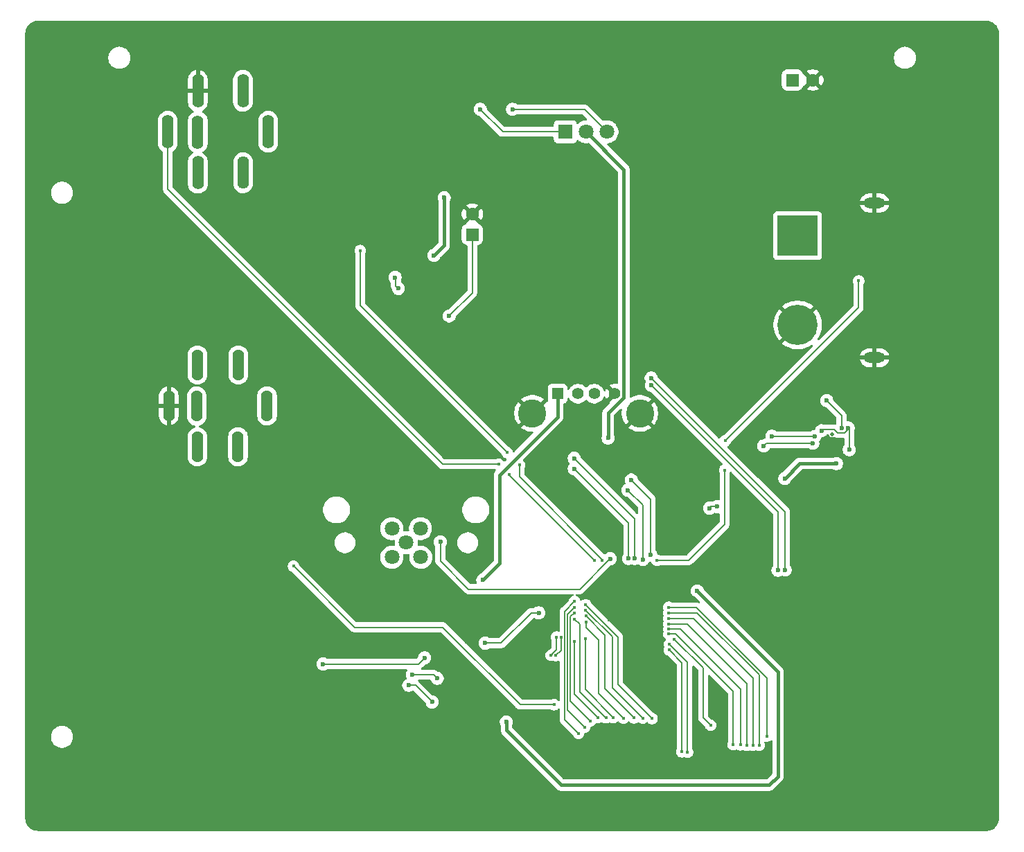
<source format=gbr>
%TF.GenerationSoftware,KiCad,Pcbnew,9.0.3*%
%TF.CreationDate,2025-12-01T14:48:46+01:00*%
%TF.ProjectId,Inoovatest_Sub,496e6f6f-7661-4746-9573-745f5375622e,rev?*%
%TF.SameCoordinates,Original*%
%TF.FileFunction,Copper,L2,Bot*%
%TF.FilePolarity,Positive*%
%FSLAX46Y46*%
G04 Gerber Fmt 4.6, Leading zero omitted, Abs format (unit mm)*
G04 Created by KiCad (PCBNEW 9.0.3) date 2025-12-01 14:48:46*
%MOMM*%
%LPD*%
G01*
G04 APERTURE LIST*
G04 Aperture macros list*
%AMRoundRect*
0 Rectangle with rounded corners*
0 $1 Rounding radius*
0 $2 $3 $4 $5 $6 $7 $8 $9 X,Y pos of 4 corners*
0 Add a 4 corners polygon primitive as box body*
4,1,4,$2,$3,$4,$5,$6,$7,$8,$9,$2,$3,0*
0 Add four circle primitives for the rounded corners*
1,1,$1+$1,$2,$3*
1,1,$1+$1,$4,$5*
1,1,$1+$1,$6,$7*
1,1,$1+$1,$8,$9*
0 Add four rect primitives between the rounded corners*
20,1,$1+$1,$2,$3,$4,$5,0*
20,1,$1+$1,$4,$5,$6,$7,0*
20,1,$1+$1,$6,$7,$8,$9,0*
20,1,$1+$1,$8,$9,$2,$3,0*%
G04 Aperture macros list end*
%TA.AperFunction,ComponentPad*%
%ADD10C,1.800000*%
%TD*%
%TA.AperFunction,ComponentPad*%
%ADD11O,1.400000X3.800000*%
%TD*%
%TA.AperFunction,ComponentPad*%
%ADD12C,1.600000*%
%TD*%
%TA.AperFunction,ComponentPad*%
%ADD13RoundRect,0.250000X-0.550000X-0.550000X0.550000X-0.550000X0.550000X0.550000X-0.550000X0.550000X0*%
%TD*%
%TA.AperFunction,ComponentPad*%
%ADD14O,1.400000X4.100000*%
%TD*%
%TA.AperFunction,ComponentPad*%
%ADD15O,1.400000X4.000000*%
%TD*%
%TA.AperFunction,ComponentPad*%
%ADD16R,1.400000X1.400000*%
%TD*%
%TA.AperFunction,ComponentPad*%
%ADD17C,1.400000*%
%TD*%
%TA.AperFunction,ComponentPad*%
%ADD18C,3.450000*%
%TD*%
%TA.AperFunction,ComponentPad*%
%ADD19RoundRect,0.250000X0.550000X-0.550000X0.550000X0.550000X-0.550000X0.550000X-0.550000X-0.550000X0*%
%TD*%
%TA.AperFunction,ComponentPad*%
%ADD20R,1.800000X1.800000*%
%TD*%
%TA.AperFunction,ComponentPad*%
%ADD21C,0.500000*%
%TD*%
%TA.AperFunction,ComponentPad*%
%ADD22C,4.916000*%
%TD*%
%TA.AperFunction,ComponentPad*%
%ADD23R,4.916000X4.916000*%
%TD*%
%TA.AperFunction,ComponentPad*%
%ADD24O,2.600000X1.300000*%
%TD*%
%TA.AperFunction,ViaPad*%
%ADD25C,0.400000*%
%TD*%
%TA.AperFunction,ViaPad*%
%ADD26C,0.600000*%
%TD*%
%TA.AperFunction,Conductor*%
%ADD27C,0.200000*%
%TD*%
%TA.AperFunction,Conductor*%
%ADD28C,0.400000*%
%TD*%
G04 APERTURE END LIST*
D10*
%TO.P,J1,1,Pin_1*%
%TO.N,+10V*%
X110305000Y-87545000D03*
%TO.P,J1,2,Pin_2*%
%TO.N,/Measurement Chain/S+*%
X113845000Y-91045000D03*
%TO.P,J1,3,Pin_3*%
%TO.N,/Measurement Chain/S-*%
X110305000Y-91045000D03*
%TO.P,J1,4,Pin_4*%
%TO.N,/Processing\u002C Memory and Display/ID*%
X113805000Y-87545000D03*
%TO.P,J1,5,Pin_5*%
%TO.N,GND*%
X112075000Y-89275000D03*
%TD*%
D11*
%TO.P,SW2,1,1*%
%TO.N,GND*%
X83050000Y-72550000D03*
%TO.P,SW2,2,2*%
%TO.N,/Power Managment/ON{slash}OFF*%
X86550000Y-67550000D03*
%TO.P,SW2,3*%
%TO.N,N/C*%
X86450000Y-72590000D03*
%TO.P,SW2,4*%
X86550000Y-77550000D03*
%TO.P,SW2,5*%
X91550000Y-67550000D03*
%TO.P,SW2,6*%
X91500000Y-77550000D03*
%TO.P,SW2,7*%
X95050000Y-72550000D03*
%TD*%
D12*
%TO.P,C1,2*%
%TO.N,GND*%
X161750000Y-32720000D03*
D13*
%TO.P,C1,1*%
%TO.N,/Battery Management/VBUS*%
X159250000Y-32720000D03*
%TD*%
D14*
%TO.P,SW1,1,1*%
%TO.N,/Processing\u002C Memory and Display/STOP*%
X82920000Y-39050000D03*
%TO.P,SW1,2,2*%
%TO.N,GND*%
X86600000Y-34050000D03*
%TO.P,SW1,3*%
%TO.N,N/C*%
X86590000Y-39080000D03*
%TO.P,SW1,4*%
X86600000Y-44050000D03*
%TO.P,SW1,5*%
X92110000Y-34050000D03*
D15*
%TO.P,SW1,6*%
X92120000Y-44050000D03*
D14*
%TO.P,SW1,7*%
X95200000Y-39050000D03*
%TD*%
D16*
%TO.P,J2,1,VBUS*%
%TO.N,+5V5*%
X130550000Y-71060000D03*
D17*
%TO.P,J2,2,D-*%
%TO.N,/Processing\u002C Memory and Display/D-*%
X133050000Y-71060000D03*
%TO.P,J2,3,D+*%
%TO.N,/Processing\u002C Memory and Display/D+*%
X135050000Y-71060000D03*
%TO.P,J2,4,GND*%
%TO.N,GND*%
X137550000Y-71060000D03*
D18*
%TO.P,J2,5,Shield*%
X127480000Y-73460000D03*
%TO.P,J2,6*%
X140620000Y-73460000D03*
%TD*%
D19*
%TO.P,C23,1*%
%TO.N,Net-(Q1-D)*%
X120150000Y-51600000D03*
D12*
%TO.P,C23,2*%
%TO.N,GND*%
X120150000Y-49100000D03*
%TD*%
D20*
%TO.P,D2,1,K1*%
%TO.N,Net-(D2-K1)*%
X131510000Y-39050000D03*
D10*
%TO.P,D2,2,A*%
%TO.N,+3V3*%
X134050000Y-39050000D03*
%TO.P,D2,3,K2*%
%TO.N,Net-(D2-K2)*%
X136590000Y-39050000D03*
%TD*%
D21*
%TO.P,U9,11,SW*%
%TO.N,Net-(D4-A)*%
X164125000Y-76050000D03*
%TD*%
D22*
%TO.P,BT1,GND,Pin_2*%
%TO.N,GND*%
X159900000Y-62650000D03*
D23*
%TO.P,BT1,P*%
%TO.N,V_BAT*%
X159900000Y-51750000D03*
D24*
%TO.P,BT1,S1*%
%TO.N,GND*%
X169300000Y-47750000D03*
%TO.P,BT1,S2*%
X169300000Y-66650000D03*
%TD*%
D25*
%TO.N,GND*%
X144610000Y-84420000D03*
D26*
%TO.N,Net-(D2-K1)*%
X121100000Y-36300000D03*
%TO.N,Net-(D2-K2)*%
X125050000Y-36300000D03*
D25*
%TO.N,/Power Managment/PWR_Button*%
X98280000Y-92140000D03*
X130120000Y-109080000D03*
D26*
%TO.N,GND*%
X158760000Y-110810000D03*
%TO.N,+3V3*%
X124300000Y-111180000D03*
X147630000Y-95160000D03*
%TO.N,GND*%
X120855000Y-106515000D03*
D25*
%TO.N,Net-(U11-GPIO22{slash}ADC)*%
X137370000Y-110640000D03*
%TO.N,Net-(U11-GPIO23{slash}ADC)*%
X135490000Y-110640000D03*
X132630000Y-101370000D03*
%TO.N,Net-(U11-GPIO22{slash}ADC)*%
X133950000Y-101030000D03*
%TO.N,Net-(U11-GPIO11{slash}ADC)*%
X142110000Y-110760000D03*
%TO.N,Net-(U11-GPIO10{slash}ADC)*%
X133110000Y-112600000D03*
%TO.N,Net-(U11-GPIO16{slash}ADC)*%
X136470000Y-110670000D03*
%TO.N,Net-(U11-GPIO15{slash}ADC)*%
X139900000Y-110690000D03*
%TO.N,Net-(U11-GPIO12{slash}ADC)*%
X133880000Y-111820000D03*
%TO.N,Net-(U11-GPIO14{slash}ADC)*%
X134550000Y-111070000D03*
%TO.N,Net-(U11-GPIO13{slash}ADC)*%
X140950000Y-110710000D03*
%TO.N,Net-(U11-GPIO17{slash}ADC)*%
X138590000Y-110710000D03*
%TO.N,Net-(U11-GPIO13{slash}ADC)*%
X134000000Y-97510000D03*
%TO.N,Net-(U11-GPIO12{slash}ADC)*%
X132620000Y-97190000D03*
%TO.N,Net-(U11-GPIO14{slash}ADC)*%
X132590000Y-97880000D03*
%TO.N,Net-(U11-GPIO11{slash}ADC)*%
X134000000Y-96840000D03*
%TO.N,Net-(U11-GPIO10{slash}ADC)*%
X132640000Y-96460000D03*
%TO.N,Net-(U11-GPIO17{slash}ADC)*%
X134030000Y-98930000D03*
%TO.N,Net-(U11-GPIO16{slash}ADC)*%
X132600000Y-98590000D03*
%TO.N,Net-(U11-GPIO15{slash}ADC)*%
X134010000Y-98240000D03*
%TO.N,GND*%
X136850000Y-98700000D03*
X136775000Y-95925000D03*
X139570000Y-95980000D03*
X139545000Y-98695000D03*
X127320000Y-100870000D03*
%TO.N,/Measurement Chain/POT_SDA*%
X130420000Y-100800000D03*
%TO.N,/Measurement Chain/POT_SCL*%
X130970000Y-100840000D03*
X130310000Y-103070000D03*
%TO.N,/Measurement Chain/POT_SDA*%
X129760000Y-103030000D03*
%TO.N,/Battery Management/BAT_Monitor*%
X151040000Y-76820000D03*
X150970000Y-80390000D03*
X167350000Y-57270000D03*
X142700000Y-91410000D03*
%TO.N,/Processing\u002C Memory and Display/STOP*%
X123350000Y-79680000D03*
X124610000Y-80950000D03*
X135030000Y-91410000D03*
%TO.N,/Power Managment/SEL_5V{slash}10V*%
X136030000Y-91440000D03*
X125920000Y-79780000D03*
X124400000Y-78250000D03*
X106440000Y-53550000D03*
%TO.N,+3V3*%
X156150000Y-112900000D03*
%TO.N,Net-(U11-GPIO26{slash}ADC{slash}USB)*%
X146440000Y-114870000D03*
%TO.N,Net-(U11-GPIO29)*%
X152900000Y-113980000D03*
%TO.N,Net-(U11-GPIO25{slash}ADC{slash}USB)*%
X145760000Y-114830000D03*
%TO.N,Net-(Q6-G)*%
X149270000Y-111590000D03*
%TO.N,Net-(U11-GPIO30)*%
X153700000Y-114030000D03*
%TO.N,Net-(U11-GPIO31)*%
X154420000Y-114030000D03*
%TO.N,Net-(U11-GPIO32)*%
X155180000Y-114020000D03*
%TO.N,Net-(U11-GPIO28)*%
X152020000Y-113970000D03*
%TO.N,+3V3*%
X144150000Y-97170000D03*
%TO.N,Net-(U11-GPIO25{slash}ADC{slash}USB)*%
X144200000Y-102390000D03*
%TO.N,Net-(U11-GPIO26{slash}ADC{slash}USB)*%
X144240000Y-101710000D03*
%TO.N,Net-(Q6-G)*%
X144830000Y-101060000D03*
%TO.N,Net-(U11-GPIO28)*%
X144160000Y-100420000D03*
%TO.N,Net-(U11-GPIO29)*%
X144140000Y-99830000D03*
%TO.N,Net-(U11-GPIO30)*%
X144140000Y-99190000D03*
%TO.N,Net-(U11-GPIO31)*%
X144130000Y-98530000D03*
%TO.N,Net-(U11-GPIO32)*%
X144130000Y-97840000D03*
D26*
%TO.N,/Processing\u002C Memory and Display/ID*%
X136990000Y-91230000D03*
%TO.N,/Processing\u002C Memory and Display/D+*%
X157490000Y-92650000D03*
%TO.N,/Processing\u002C Memory and Display/D-*%
X158380000Y-92610000D03*
X142000000Y-69140000D03*
%TO.N,/Processing\u002C Memory and Display/D+*%
X142040000Y-70030000D03*
%TO.N,Net-(U10-CLK)*%
X132580000Y-80220000D03*
%TO.N,Net-(U10-DI{slash}IO_{0})*%
X132580000Y-78950000D03*
X139990000Y-91200000D03*
%TO.N,Net-(U10-CLK)*%
X139240000Y-91210000D03*
%TO.N,Net-(U10-DO{slash}IO_{1})*%
X141950000Y-90787500D03*
X139570000Y-81610000D03*
%TO.N,Net-(U10-~{CS})*%
X140990000Y-91310000D03*
X139170000Y-82850000D03*
%TO.N,GND*%
X125440000Y-97420000D03*
X128040000Y-96080000D03*
X110200000Y-102150000D03*
X105800000Y-102850000D03*
%TO.N,Net-(IC2-OUTF)*%
X128250000Y-97840000D03*
X101900000Y-104100000D03*
X114300000Y-103350000D03*
X121700000Y-101550000D03*
%TO.N,+5V5*%
X121426700Y-93837900D03*
X164640700Y-79596800D03*
X158329100Y-81413900D03*
%TO.N,+3V3*%
X136729100Y-76472800D03*
%TO.N,Net-(U4-P0W)*%
X112800000Y-105400000D03*
X115850000Y-105850000D03*
%TO.N,Net-(U2--)*%
X112366600Y-106700000D03*
X115225000Y-108744800D03*
%TO.N,Net-(Q1-D)*%
X166074000Y-75250000D03*
X117310900Y-61555900D03*
X166200000Y-77900000D03*
X162802400Y-75595400D03*
%TO.N,Net-(U9-BOOT)*%
X165250000Y-75250000D03*
X163450000Y-71900000D03*
%TO.N,Net-(U9-VCC)*%
X161750000Y-77100000D03*
X155750000Y-77450000D03*
%TO.N,Net-(Q2-G)*%
X111100000Y-58200000D03*
X110700000Y-56850000D03*
%TO.N,V_BAT*%
X115450000Y-54150000D03*
X116700000Y-47100000D03*
%TO.N,Net-(U7-PG)*%
X149130200Y-85048500D03*
X150079900Y-84868200D03*
%TO.N,Net-(U9-FSW)*%
X156750000Y-76250000D03*
X161950000Y-76300000D03*
%TO.N,/Processing\u002C Memory and Display/ID*%
X116230000Y-89190000D03*
%TD*%
D27*
%TO.N,/Processing\u002C Memory and Display/STOP*%
X116510000Y-79680000D02*
X123350000Y-79680000D01*
X82920000Y-46090000D02*
X116510000Y-79680000D01*
X82920000Y-39050000D02*
X82920000Y-46090000D01*
D28*
%TO.N,+3V3*%
X124300000Y-112170000D02*
X124300000Y-111180000D01*
X131030000Y-118900000D02*
X124300000Y-112170000D01*
X156420000Y-118900000D02*
X131030000Y-118900000D01*
X157500000Y-117820000D02*
X156420000Y-118900000D01*
X147630000Y-95160000D02*
X157500000Y-105030000D01*
X157500000Y-105030000D02*
X157500000Y-117820000D01*
D27*
%TO.N,Net-(D2-K1)*%
X123850000Y-39050000D02*
X131510000Y-39050000D01*
X121100000Y-36300000D02*
X123850000Y-39050000D01*
%TO.N,/Power Managment/PWR_Button*%
X126020000Y-109080000D02*
X130120000Y-109080000D01*
X105750000Y-99610000D02*
X116550000Y-99610000D01*
X116550000Y-99610000D02*
X126020000Y-109080000D01*
X98280000Y-92140000D02*
X105750000Y-99610000D01*
%TO.N,Net-(U11-GPIO11{slash}ADC)*%
X137970000Y-106620000D02*
X142110000Y-110760000D01*
X134000000Y-96840000D02*
X137970000Y-100810000D01*
X137970000Y-100810000D02*
X137970000Y-106620000D01*
%TO.N,Net-(U11-GPIO13{slash}ADC)*%
X137280000Y-107040000D02*
X140950000Y-110710000D01*
X137280000Y-100790000D02*
X137280000Y-107040000D01*
X134000000Y-97510000D02*
X137280000Y-100790000D01*
%TO.N,Net-(U11-GPIO15{slash}ADC)*%
X136340000Y-107130000D02*
X139900000Y-110690000D01*
X136340000Y-100570000D02*
X136340000Y-107130000D01*
X134010000Y-98240000D02*
X136340000Y-100570000D01*
%TO.N,Net-(U11-GPIO17{slash}ADC)*%
X135550000Y-101150000D02*
X135550000Y-107670000D01*
X134030000Y-99630000D02*
X135550000Y-101150000D01*
X134030000Y-98930000D02*
X134030000Y-99630000D01*
X135550000Y-107670000D02*
X138590000Y-110710000D01*
%TO.N,Net-(U11-GPIO10{slash}ADC)*%
X131421000Y-97679000D02*
X132640000Y-96460000D01*
X133110000Y-112600000D02*
X131421000Y-110911000D01*
X131421000Y-110911000D02*
X131421000Y-97679000D01*
%TO.N,Net-(U11-GPIO14{slash}ADC)*%
X132140000Y-98330000D02*
X132590000Y-97880000D01*
X132140000Y-108660000D02*
X132140000Y-98330000D01*
X134550000Y-111070000D02*
X132140000Y-108660000D01*
%TO.N,Net-(U11-GPIO12{slash}ADC)*%
X131790000Y-98020000D02*
X132620000Y-97190000D01*
X131790000Y-109730000D02*
X131790000Y-98020000D01*
X133880000Y-111820000D02*
X131790000Y-109730000D01*
%TO.N,Net-(U11-GPIO22{slash}ADC)*%
X133950000Y-107200000D02*
X133950000Y-101030000D01*
X137370000Y-110640000D02*
X137370000Y-110620000D01*
X137370000Y-110620000D02*
X133950000Y-107200000D01*
%TO.N,Net-(U11-GPIO16{slash}ADC)*%
X133250000Y-99240000D02*
X132600000Y-98590000D01*
X133250000Y-107510000D02*
X133250000Y-99240000D01*
X136470000Y-110670000D02*
X136410000Y-110670000D01*
X136410000Y-110670000D02*
X133250000Y-107510000D01*
%TO.N,Net-(U11-GPIO23{slash}ADC)*%
X132630000Y-107780000D02*
X135490000Y-110640000D01*
X132630000Y-101370000D02*
X132630000Y-107780000D01*
%TO.N,/Measurement Chain/POT_SDA*%
X130410000Y-102332189D02*
X130410000Y-100810000D01*
X130410000Y-100810000D02*
X130420000Y-100800000D01*
X129859000Y-102883189D02*
X130410000Y-102332189D01*
X129859000Y-102931000D02*
X129859000Y-102883189D01*
X129760000Y-103030000D02*
X129859000Y-102931000D01*
%TO.N,/Measurement Chain/POT_SCL*%
X130970000Y-102410000D02*
X130970000Y-100840000D01*
X130310000Y-103070000D02*
X130970000Y-102410000D01*
%TO.N,/Battery Management/BAT_Monitor*%
X146590000Y-91410000D02*
X142700000Y-91410000D01*
X150970000Y-87030000D02*
X146590000Y-91410000D01*
X150970000Y-80390000D02*
X150970000Y-87030000D01*
X167350000Y-60510000D02*
X151040000Y-76820000D01*
X167350000Y-57270000D02*
X167350000Y-60510000D01*
%TO.N,Net-(U10-DO{slash}IO_{1})*%
X141950000Y-90787500D02*
X141950000Y-83990000D01*
X141950000Y-83990000D02*
X139570000Y-81610000D01*
%TO.N,/Processing\u002C Memory and Display/STOP*%
X124610000Y-80990000D02*
X135030000Y-91410000D01*
X124610000Y-80950000D02*
X124610000Y-80990000D01*
%TO.N,/Power Managment/SEL_5V{slash}10V*%
X125920000Y-81210000D02*
X125920000Y-79780000D01*
X136030000Y-91320000D02*
X125920000Y-81210000D01*
X136030000Y-91440000D02*
X136030000Y-91320000D01*
X106440000Y-60290000D02*
X124400000Y-78250000D01*
X106440000Y-53550000D02*
X106440000Y-60290000D01*
D28*
%TO.N,+5V5*%
X123470000Y-80980000D02*
X123470000Y-91794600D01*
X130550000Y-73900000D02*
X123470000Y-80980000D01*
X130550000Y-71060000D02*
X130550000Y-73900000D01*
X123470000Y-91794600D02*
X121426700Y-93837900D01*
D27*
%TO.N,Net-(U11-GPIO25{slash}ADC{slash}USB)*%
X145770000Y-114820000D02*
X145760000Y-114830000D01*
X145770000Y-103960000D02*
X145770000Y-114820000D01*
X144200000Y-102390000D02*
X145770000Y-103960000D01*
%TO.N,Net-(U11-GPIO26{slash}ADC{slash}USB)*%
X146440000Y-103910000D02*
X146440000Y-114870000D01*
X144240000Y-101710000D02*
X146440000Y-103910000D01*
%TO.N,+3V3*%
X147487100Y-97170000D02*
X156150000Y-105832900D01*
X156150000Y-105832900D02*
X156150000Y-112900000D01*
X144150000Y-97170000D02*
X147487100Y-97170000D01*
%TO.N,Net-(U11-GPIO32)*%
X155180000Y-105430000D02*
X155180000Y-114020000D01*
X144130000Y-97840000D02*
X147590000Y-97840000D01*
X147590000Y-97840000D02*
X155180000Y-105430000D01*
%TO.N,Net-(U11-GPIO31)*%
X147130000Y-98530000D02*
X144130000Y-98530000D01*
X154420000Y-114030000D02*
X154420000Y-105820000D01*
X154420000Y-105820000D02*
X147130000Y-98530000D01*
%TO.N,Net-(U11-GPIO30)*%
X153700000Y-106520000D02*
X146370000Y-99190000D01*
X146370000Y-99190000D02*
X144140000Y-99190000D01*
X153700000Y-114030000D02*
X153700000Y-106520000D01*
%TO.N,Net-(U11-GPIO29)*%
X152910000Y-107180000D02*
X152900000Y-107190000D01*
X145560000Y-99830000D02*
X152910000Y-107180000D01*
X152900000Y-107190000D02*
X152900000Y-113980000D01*
X144140000Y-99830000D02*
X145560000Y-99830000D01*
%TO.N,Net-(U11-GPIO28)*%
X152020000Y-107460000D02*
X152020000Y-113970000D01*
X144980000Y-100420000D02*
X152020000Y-107460000D01*
X144160000Y-100420000D02*
X144980000Y-100420000D01*
%TO.N,Net-(Q6-G)*%
X148350000Y-110670000D02*
X149270000Y-111590000D01*
X148350000Y-104580000D02*
X148350000Y-110670000D01*
X144830000Y-101060000D02*
X148350000Y-104580000D01*
%TO.N,Net-(IC2-OUTF)*%
X123650000Y-101550000D02*
X121700000Y-101550000D01*
X128250000Y-97840000D02*
X127360000Y-97840000D01*
X127360000Y-97840000D02*
X123650000Y-101550000D01*
%TO.N,/Processing\u002C Memory and Display/ID*%
X133250000Y-94950000D02*
X137020000Y-91180000D01*
X122010000Y-94950000D02*
X133250000Y-94950000D01*
X116230000Y-89190000D02*
X116230000Y-91500000D01*
X116230000Y-91500000D02*
X119680000Y-94950000D01*
X119680000Y-94950000D02*
X122010000Y-94950000D01*
%TO.N,/Processing\u002C Memory and Display/D-*%
X158380000Y-92610000D02*
X158380000Y-85520000D01*
X158380000Y-85520000D02*
X142000000Y-69140000D01*
%TO.N,/Processing\u002C Memory and Display/D+*%
X157490000Y-85480000D02*
X157490000Y-92650000D01*
X142040000Y-70030000D02*
X157490000Y-85480000D01*
%TO.N,Net-(U10-CLK)*%
X139240000Y-86880000D02*
X132580000Y-80220000D01*
X139240000Y-91210000D02*
X139240000Y-86880000D01*
%TO.N,Net-(U10-DI{slash}IO_{0})*%
X139990000Y-86360000D02*
X132580000Y-78950000D01*
X139990000Y-91200000D02*
X139990000Y-86360000D01*
%TO.N,Net-(U10-~{CS})*%
X140990000Y-84670000D02*
X139170000Y-82850000D01*
X140990000Y-91310000D02*
X140990000Y-84670000D01*
%TO.N,Net-(IC2-OUTF)*%
X101900000Y-104100000D02*
X113550000Y-104100000D01*
X113550000Y-104100000D02*
X114300000Y-103350000D01*
D28*
%TO.N,+5V5*%
X158329100Y-81413900D02*
X160146200Y-79596800D01*
X160146200Y-79596800D02*
X164640700Y-79596800D01*
%TO.N,+3V3*%
X136729100Y-73440400D02*
X136729100Y-76472800D01*
X138653900Y-43653900D02*
X138653900Y-71515600D01*
X134050000Y-39050000D02*
X138653900Y-43653900D01*
X138653900Y-71515600D02*
X136729100Y-73440400D01*
D27*
%TO.N,Net-(U4-P0W)*%
X112800000Y-105400000D02*
X115400000Y-105400000D01*
X115400000Y-105400000D02*
X115850000Y-105850000D01*
%TO.N,Net-(Q1-D)*%
X166086500Y-75262500D02*
X166086500Y-75397900D01*
X164812500Y-75851700D02*
X164367500Y-75406700D01*
X166086500Y-75262500D02*
X166074000Y-75250000D01*
X120150000Y-58716800D02*
X120150000Y-51600000D01*
X165632700Y-75851700D02*
X164812500Y-75851700D01*
X117310900Y-61555900D02*
X120150000Y-58716800D01*
X166200000Y-75376000D02*
X166086500Y-75262500D01*
X162991100Y-75406700D02*
X162802400Y-75595400D01*
X164367500Y-75406700D02*
X162991100Y-75406700D01*
X166086500Y-75397900D02*
X165632700Y-75851700D01*
X166200000Y-77900000D02*
X166200000Y-75376000D01*
%TO.N,Net-(U9-BOOT)*%
X165250000Y-75250000D02*
X165250000Y-73700000D01*
X165250000Y-73700000D02*
X163450000Y-71900000D01*
%TO.N,Net-(U9-VCC)*%
X156100000Y-77100000D02*
X155750000Y-77450000D01*
X161750000Y-77100000D02*
X156100000Y-77100000D01*
%TO.N,Net-(Q2-G)*%
X110800000Y-57900000D02*
X110800000Y-56950000D01*
X110800000Y-56950000D02*
X110700000Y-56850000D01*
X111100000Y-58200000D02*
X110800000Y-57900000D01*
D28*
%TO.N,V_BAT*%
X116700000Y-52900000D02*
X115450000Y-54150000D01*
X116700000Y-47100000D02*
X116700000Y-52900000D01*
D27*
%TO.N,Net-(U7-PG)*%
X149310500Y-84868200D02*
X150079900Y-84868200D01*
X149130200Y-85048500D02*
X149310500Y-84868200D01*
%TO.N,Net-(U9-FSW)*%
X156800000Y-76300000D02*
X156750000Y-76250000D01*
X161950000Y-76300000D02*
X156800000Y-76300000D01*
%TO.N,Net-(D2-K2)*%
X133840000Y-36300000D02*
X136590000Y-39050000D01*
X125050000Y-36300000D02*
X133840000Y-36300000D01*
%TO.N,Net-(U2--)*%
X112366600Y-106700100D02*
X112366600Y-106700000D01*
X113180300Y-106700100D02*
X112366600Y-106700100D01*
X115225000Y-108744800D02*
X113180300Y-106700100D01*
%TD*%
%TA.AperFunction,Conductor*%
%TO.N,GND*%
G36*
X183004418Y-25500816D02*
G01*
X183204561Y-25515130D01*
X183222063Y-25517647D01*
X183413797Y-25559355D01*
X183430755Y-25564334D01*
X183614609Y-25632909D01*
X183630701Y-25640259D01*
X183802904Y-25734288D01*
X183817784Y-25743849D01*
X183974867Y-25861441D01*
X183988237Y-25873027D01*
X184126972Y-26011762D01*
X184138558Y-26025132D01*
X184256146Y-26182210D01*
X184265711Y-26197095D01*
X184359740Y-26369298D01*
X184367090Y-26385390D01*
X184435662Y-26569236D01*
X184440646Y-26586212D01*
X184482351Y-26777931D01*
X184484869Y-26795442D01*
X184499184Y-26995580D01*
X184499500Y-27004427D01*
X184499500Y-122995572D01*
X184499184Y-123004418D01*
X184499184Y-123004419D01*
X184484869Y-123204557D01*
X184482351Y-123222068D01*
X184440646Y-123413787D01*
X184435662Y-123430763D01*
X184367090Y-123614609D01*
X184359740Y-123630701D01*
X184265711Y-123802904D01*
X184256146Y-123817789D01*
X184138558Y-123974867D01*
X184126972Y-123988237D01*
X183988237Y-124126972D01*
X183974867Y-124138558D01*
X183817789Y-124256146D01*
X183802904Y-124265711D01*
X183630701Y-124359740D01*
X183614609Y-124367090D01*
X183430763Y-124435662D01*
X183413787Y-124440646D01*
X183222068Y-124482351D01*
X183204557Y-124484869D01*
X183023779Y-124497799D01*
X183004417Y-124499184D01*
X182995572Y-124499500D01*
X67004428Y-124499500D01*
X66995582Y-124499184D01*
X66973622Y-124497613D01*
X66795442Y-124484869D01*
X66777931Y-124482351D01*
X66586212Y-124440646D01*
X66569236Y-124435662D01*
X66385390Y-124367090D01*
X66369298Y-124359740D01*
X66197095Y-124265711D01*
X66182210Y-124256146D01*
X66025132Y-124138558D01*
X66011762Y-124126972D01*
X65873027Y-123988237D01*
X65861441Y-123974867D01*
X65743849Y-123817784D01*
X65734288Y-123802904D01*
X65640259Y-123630701D01*
X65632909Y-123614609D01*
X65572091Y-123451551D01*
X65564334Y-123430755D01*
X65559355Y-123413797D01*
X65517647Y-123222063D01*
X65515130Y-123204556D01*
X65500816Y-123004418D01*
X65500500Y-122995572D01*
X65500500Y-112893713D01*
X68649500Y-112893713D01*
X68649500Y-113106286D01*
X68680260Y-113300500D01*
X68682754Y-113316243D01*
X68723202Y-113440730D01*
X68748444Y-113518414D01*
X68844951Y-113707820D01*
X68969890Y-113879786D01*
X69120213Y-114030109D01*
X69292179Y-114155048D01*
X69292181Y-114155049D01*
X69292184Y-114155051D01*
X69481588Y-114251557D01*
X69683757Y-114317246D01*
X69893713Y-114350500D01*
X69893714Y-114350500D01*
X70106286Y-114350500D01*
X70106287Y-114350500D01*
X70316243Y-114317246D01*
X70518412Y-114251557D01*
X70707816Y-114155051D01*
X70867555Y-114038995D01*
X70879786Y-114030109D01*
X70879788Y-114030106D01*
X70879792Y-114030104D01*
X71030104Y-113879792D01*
X71030106Y-113879788D01*
X71030109Y-113879786D01*
X71155048Y-113707820D01*
X71155047Y-113707820D01*
X71155051Y-113707816D01*
X71251557Y-113518412D01*
X71317246Y-113316243D01*
X71350500Y-113106287D01*
X71350500Y-112893713D01*
X71317246Y-112683757D01*
X71251557Y-112481588D01*
X71155051Y-112292184D01*
X71155049Y-112292181D01*
X71155048Y-112292179D01*
X71030109Y-112120213D01*
X70879786Y-111969890D01*
X70707820Y-111844951D01*
X70518414Y-111748444D01*
X70518413Y-111748443D01*
X70518412Y-111748443D01*
X70316243Y-111682754D01*
X70316241Y-111682753D01*
X70316240Y-111682753D01*
X70154957Y-111657208D01*
X70106287Y-111649500D01*
X69893713Y-111649500D01*
X69845042Y-111657208D01*
X69683760Y-111682753D01*
X69481585Y-111748444D01*
X69292179Y-111844951D01*
X69120213Y-111969890D01*
X68969890Y-112120213D01*
X68844951Y-112292179D01*
X68748444Y-112481585D01*
X68748443Y-112481587D01*
X68748443Y-112481588D01*
X68717292Y-112577461D01*
X68682753Y-112683760D01*
X68649500Y-112893713D01*
X65500500Y-112893713D01*
X65500500Y-111101153D01*
X123499500Y-111101153D01*
X123499500Y-111258846D01*
X123530261Y-111413489D01*
X123530264Y-111413501D01*
X123590061Y-111557864D01*
X123599500Y-111605316D01*
X123599500Y-112101006D01*
X123599500Y-112238994D01*
X123599500Y-112238996D01*
X123599499Y-112238996D01*
X123626418Y-112374322D01*
X123626421Y-112374332D01*
X123679222Y-112501807D01*
X123755887Y-112616545D01*
X130583454Y-119444112D01*
X130698190Y-119520776D01*
X130796790Y-119561617D01*
X130825671Y-119573580D01*
X130825672Y-119573580D01*
X130825677Y-119573582D01*
X130852545Y-119578925D01*
X130852551Y-119578926D01*
X130852591Y-119578934D01*
X130942937Y-119596905D01*
X130961006Y-119600500D01*
X130961007Y-119600500D01*
X156488996Y-119600500D01*
X156597457Y-119578925D01*
X156624328Y-119573580D01*
X156688069Y-119547177D01*
X156751807Y-119520777D01*
X156751808Y-119520776D01*
X156751811Y-119520775D01*
X156866543Y-119444114D01*
X158044114Y-118266543D01*
X158120775Y-118151811D01*
X158173580Y-118024328D01*
X158200500Y-117888994D01*
X158200500Y-117751006D01*
X158200500Y-104961007D01*
X158200500Y-104961004D01*
X158173581Y-104825677D01*
X158173580Y-104825676D01*
X158173580Y-104825672D01*
X158166839Y-104809397D01*
X158120777Y-104698193D01*
X158120772Y-104698184D01*
X158115708Y-104690605D01*
X158115707Y-104690604D01*
X158044112Y-104583454D01*
X158044109Y-104583451D01*
X148426071Y-94965414D01*
X148399191Y-94925185D01*
X148339397Y-94780827D01*
X148339390Y-94780814D01*
X148251789Y-94649711D01*
X148251786Y-94649707D01*
X148140292Y-94538213D01*
X148140288Y-94538210D01*
X148009185Y-94450609D01*
X148009172Y-94450602D01*
X147863501Y-94390264D01*
X147863489Y-94390261D01*
X147708845Y-94359500D01*
X147708842Y-94359500D01*
X147551158Y-94359500D01*
X147551155Y-94359500D01*
X147396510Y-94390261D01*
X147396498Y-94390264D01*
X147250827Y-94450602D01*
X147250814Y-94450609D01*
X147119711Y-94538210D01*
X147119707Y-94538213D01*
X147008213Y-94649707D01*
X147008210Y-94649711D01*
X146920609Y-94780814D01*
X146920602Y-94780827D01*
X146860264Y-94926498D01*
X146860261Y-94926510D01*
X146829500Y-95081153D01*
X146829500Y-95238846D01*
X146860261Y-95393489D01*
X146860264Y-95393501D01*
X146920602Y-95539172D01*
X146920609Y-95539185D01*
X147008210Y-95670288D01*
X147008213Y-95670292D01*
X147119707Y-95781786D01*
X147119711Y-95781789D01*
X147250814Y-95869390D01*
X147250827Y-95869397D01*
X147395185Y-95929191D01*
X147435414Y-95956071D01*
X147930395Y-96451052D01*
X147963880Y-96512375D01*
X147958896Y-96582067D01*
X147917024Y-96638000D01*
X147851560Y-96662417D01*
X147783287Y-96647565D01*
X147780715Y-96646121D01*
X147772720Y-96641505D01*
X147762617Y-96635672D01*
X147718885Y-96610423D01*
X147566157Y-96569499D01*
X147408043Y-96569499D01*
X147400447Y-96569499D01*
X147400431Y-96569500D01*
X144549770Y-96569500D01*
X144487630Y-96551253D01*
X144487181Y-96552095D01*
X144483140Y-96549935D01*
X144482731Y-96549815D01*
X144481912Y-96549278D01*
X144481809Y-96549223D01*
X144354332Y-96496421D01*
X144354322Y-96496418D01*
X144218995Y-96469500D01*
X144218993Y-96469500D01*
X144081007Y-96469500D01*
X144081005Y-96469500D01*
X143945677Y-96496418D01*
X143945667Y-96496421D01*
X143818195Y-96549221D01*
X143818182Y-96549228D01*
X143703458Y-96625885D01*
X143703454Y-96625888D01*
X143605888Y-96723454D01*
X143605885Y-96723458D01*
X143529228Y-96838182D01*
X143529221Y-96838195D01*
X143476421Y-96965667D01*
X143476418Y-96965677D01*
X143449500Y-97101004D01*
X143449500Y-97101007D01*
X143449500Y-97238993D01*
X143449500Y-97238995D01*
X143449499Y-97238995D01*
X143476418Y-97374322D01*
X143476420Y-97374328D01*
X143500890Y-97433405D01*
X143508359Y-97502874D01*
X143500890Y-97528309D01*
X143456421Y-97635667D01*
X143456418Y-97635677D01*
X143429500Y-97771004D01*
X143429500Y-97771007D01*
X143429500Y-97908993D01*
X143429500Y-97908995D01*
X143429499Y-97908995D01*
X143456418Y-98044322D01*
X143456421Y-98044332D01*
X143495032Y-98137548D01*
X143502501Y-98207017D01*
X143495032Y-98232452D01*
X143456421Y-98325667D01*
X143456418Y-98325677D01*
X143429500Y-98461004D01*
X143429500Y-98461007D01*
X143429500Y-98598993D01*
X143429500Y-98598995D01*
X143429499Y-98598995D01*
X143456418Y-98734322D01*
X143456421Y-98734332D01*
X143493819Y-98824619D01*
X143501288Y-98894088D01*
X143493820Y-98919522D01*
X143466419Y-98985675D01*
X143466418Y-98985678D01*
X143439500Y-99121004D01*
X143439500Y-99121007D01*
X143439500Y-99258993D01*
X143439500Y-99258995D01*
X143439499Y-99258995D01*
X143466418Y-99394321D01*
X143466419Y-99394323D01*
X143466420Y-99394328D01*
X143494678Y-99462550D01*
X143502146Y-99532018D01*
X143494680Y-99557444D01*
X143466420Y-99625672D01*
X143466418Y-99625678D01*
X143439500Y-99761004D01*
X143439500Y-99761007D01*
X143439500Y-99898993D01*
X143439500Y-99898995D01*
X143439499Y-99898995D01*
X143466418Y-100034321D01*
X143466420Y-100034329D01*
X143494322Y-100101690D01*
X143501791Y-100171159D01*
X143494323Y-100196593D01*
X143486419Y-100215674D01*
X143486418Y-100215678D01*
X143459500Y-100351004D01*
X143459500Y-100351007D01*
X143459500Y-100488993D01*
X143459500Y-100488995D01*
X143459499Y-100488995D01*
X143486418Y-100624322D01*
X143486421Y-100624332D01*
X143539221Y-100751804D01*
X143539228Y-100751817D01*
X143615885Y-100866541D01*
X143615888Y-100866545D01*
X143713455Y-100964112D01*
X143713458Y-100964114D01*
X143756736Y-100993032D01*
X143801542Y-101046643D01*
X143810249Y-101115968D01*
X143780095Y-101178996D01*
X143775528Y-101183815D01*
X143695885Y-101263458D01*
X143619228Y-101378182D01*
X143619221Y-101378195D01*
X143566421Y-101505667D01*
X143566418Y-101505677D01*
X143539500Y-101641004D01*
X143539500Y-101641007D01*
X143539500Y-101778993D01*
X143539500Y-101778995D01*
X143539499Y-101778995D01*
X143566418Y-101914321D01*
X143566419Y-101914324D01*
X143566420Y-101914328D01*
X143572574Y-101929185D01*
X143583140Y-101954694D01*
X143590607Y-102024164D01*
X143580839Y-102052265D01*
X143581556Y-102052562D01*
X143526420Y-102185671D01*
X143526418Y-102185677D01*
X143499500Y-102321004D01*
X143499500Y-102321007D01*
X143499500Y-102458993D01*
X143499500Y-102458995D01*
X143499499Y-102458995D01*
X143526418Y-102594322D01*
X143526421Y-102594332D01*
X143579221Y-102721804D01*
X143579228Y-102721817D01*
X143655885Y-102836541D01*
X143655888Y-102836545D01*
X143753454Y-102934111D01*
X143753458Y-102934114D01*
X143868182Y-103010771D01*
X143868195Y-103010778D01*
X143944678Y-103042458D01*
X143995672Y-103063580D01*
X143995679Y-103063581D01*
X144001505Y-103065349D01*
X144001075Y-103066765D01*
X144056474Y-103095737D01*
X144058062Y-103097297D01*
X145133181Y-104172416D01*
X145166666Y-104233739D01*
X145169500Y-104260097D01*
X145169500Y-114415264D01*
X145149815Y-114482303D01*
X145148603Y-114484154D01*
X145139223Y-114498192D01*
X145086421Y-114625667D01*
X145086418Y-114625677D01*
X145059500Y-114761004D01*
X145059500Y-114761007D01*
X145059500Y-114898993D01*
X145059500Y-114898995D01*
X145059499Y-114898995D01*
X145086418Y-115034322D01*
X145086421Y-115034332D01*
X145139221Y-115161804D01*
X145139228Y-115161817D01*
X145215885Y-115276541D01*
X145215888Y-115276545D01*
X145313454Y-115374111D01*
X145313458Y-115374114D01*
X145428182Y-115450771D01*
X145428195Y-115450778D01*
X145524765Y-115490778D01*
X145555672Y-115503580D01*
X145555676Y-115503580D01*
X145555677Y-115503581D01*
X145691004Y-115530500D01*
X145691007Y-115530500D01*
X145828995Y-115530500D01*
X145920041Y-115512389D01*
X145964328Y-115503580D01*
X146004694Y-115486859D01*
X146074160Y-115479391D01*
X146102261Y-115489164D01*
X146102560Y-115488444D01*
X146204094Y-115530500D01*
X146235672Y-115543580D01*
X146235676Y-115543580D01*
X146235677Y-115543581D01*
X146371004Y-115570500D01*
X146371007Y-115570500D01*
X146508995Y-115570500D01*
X146600041Y-115552389D01*
X146644328Y-115543580D01*
X146771811Y-115490775D01*
X146886542Y-115414114D01*
X146984114Y-115316542D01*
X147060775Y-115201811D01*
X147113580Y-115074328D01*
X147140500Y-114938993D01*
X147140500Y-114801007D01*
X147140500Y-114801004D01*
X147113581Y-114665677D01*
X147113580Y-114665676D01*
X147113580Y-114665672D01*
X147113578Y-114665667D01*
X147060776Y-114538190D01*
X147057905Y-114532819D01*
X147059205Y-114532123D01*
X147040520Y-114472438D01*
X147040500Y-114470230D01*
X147040500Y-104419097D01*
X147060185Y-104352058D01*
X147112989Y-104306303D01*
X147182147Y-104296359D01*
X147245703Y-104325384D01*
X147252181Y-104331416D01*
X147713181Y-104792416D01*
X147746666Y-104853739D01*
X147749500Y-104880097D01*
X147749500Y-110583330D01*
X147749499Y-110583348D01*
X147749499Y-110749054D01*
X147749498Y-110749054D01*
X147749499Y-110749057D01*
X147790423Y-110901785D01*
X147790424Y-110901787D01*
X147790423Y-110901787D01*
X147797665Y-110914329D01*
X147797666Y-110914330D01*
X147869477Y-111038712D01*
X147869481Y-111038717D01*
X147988349Y-111157585D01*
X147988355Y-111157590D01*
X148562701Y-111731936D01*
X148593735Y-111788771D01*
X148594650Y-111788494D01*
X148595982Y-111792886D01*
X148596186Y-111793259D01*
X148596384Y-111794209D01*
X148596420Y-111794330D01*
X148649221Y-111921804D01*
X148649228Y-111921817D01*
X148725885Y-112036541D01*
X148725888Y-112036545D01*
X148823454Y-112134111D01*
X148823458Y-112134114D01*
X148938182Y-112210771D01*
X148938195Y-112210778D01*
X149065667Y-112263578D01*
X149065672Y-112263580D01*
X149065676Y-112263580D01*
X149065677Y-112263581D01*
X149201004Y-112290500D01*
X149201007Y-112290500D01*
X149338995Y-112290500D01*
X149430041Y-112272389D01*
X149474328Y-112263580D01*
X149601811Y-112210775D01*
X149716542Y-112134114D01*
X149814114Y-112036542D01*
X149890775Y-111921811D01*
X149943580Y-111794328D01*
X149953674Y-111743581D01*
X149970500Y-111658995D01*
X149970500Y-111521004D01*
X149943581Y-111385677D01*
X149943580Y-111385676D01*
X149943580Y-111385672D01*
X149942714Y-111383581D01*
X149890778Y-111258195D01*
X149890771Y-111258182D01*
X149814114Y-111143458D01*
X149814111Y-111143454D01*
X149716545Y-111045888D01*
X149716541Y-111045885D01*
X149601817Y-110969228D01*
X149601804Y-110969221D01*
X149474330Y-110916420D01*
X149468494Y-110914650D01*
X149468921Y-110913239D01*
X149413502Y-110884240D01*
X149411936Y-110882701D01*
X148986819Y-110457584D01*
X148953334Y-110396261D01*
X148950500Y-110369903D01*
X148950500Y-105539097D01*
X148970185Y-105472058D01*
X149022989Y-105426303D01*
X149092147Y-105416359D01*
X149155703Y-105445384D01*
X149162181Y-105451416D01*
X151383181Y-107672416D01*
X151416666Y-107733739D01*
X151419500Y-107760097D01*
X151419500Y-113570230D01*
X151401253Y-113632369D01*
X151402095Y-113632819D01*
X151399935Y-113636859D01*
X151399815Y-113637269D01*
X151399278Y-113638087D01*
X151399223Y-113638190D01*
X151346421Y-113765667D01*
X151346418Y-113765677D01*
X151319500Y-113901004D01*
X151319500Y-113901007D01*
X151319500Y-114038993D01*
X151319500Y-114038995D01*
X151319499Y-114038995D01*
X151346418Y-114174322D01*
X151346421Y-114174332D01*
X151399221Y-114301804D01*
X151399228Y-114301817D01*
X151475885Y-114416541D01*
X151475888Y-114416545D01*
X151573454Y-114514111D01*
X151573458Y-114514114D01*
X151688182Y-114590771D01*
X151688195Y-114590778D01*
X151808890Y-114640771D01*
X151815672Y-114643580D01*
X151815676Y-114643580D01*
X151815677Y-114643581D01*
X151951004Y-114670500D01*
X151951007Y-114670500D01*
X152088995Y-114670500D01*
X152188141Y-114650778D01*
X152224328Y-114643580D01*
X152351811Y-114590775D01*
X152383627Y-114569515D01*
X152450300Y-114548638D01*
X152517680Y-114567121D01*
X152521408Y-114569517D01*
X152568180Y-114600770D01*
X152568195Y-114600778D01*
X152688907Y-114650778D01*
X152695672Y-114653580D01*
X152695676Y-114653580D01*
X152695677Y-114653581D01*
X152831004Y-114680500D01*
X152831007Y-114680500D01*
X152968995Y-114680500D01*
X153060041Y-114662389D01*
X153104328Y-114653580D01*
X153208572Y-114610400D01*
X153278039Y-114602932D01*
X153324914Y-114621860D01*
X153368182Y-114650771D01*
X153368195Y-114650778D01*
X153471532Y-114693581D01*
X153495672Y-114703580D01*
X153495676Y-114703580D01*
X153495677Y-114703581D01*
X153631004Y-114730500D01*
X153631007Y-114730500D01*
X153768995Y-114730500D01*
X153860041Y-114712389D01*
X153904328Y-114703580D01*
X154012548Y-114658753D01*
X154082017Y-114651285D01*
X154107449Y-114658753D01*
X154215672Y-114703580D01*
X154215676Y-114703580D01*
X154215677Y-114703581D01*
X154351004Y-114730500D01*
X154351007Y-114730500D01*
X154488995Y-114730500D01*
X154580041Y-114712389D01*
X154624328Y-114703580D01*
X154751811Y-114650775D01*
X154751811Y-114650774D01*
X154752706Y-114650297D01*
X154753229Y-114650187D01*
X154757440Y-114648444D01*
X154757770Y-114649242D01*
X154821108Y-114636054D01*
X154858613Y-114645092D01*
X154975672Y-114693580D01*
X154975676Y-114693580D01*
X154975677Y-114693581D01*
X155111004Y-114720500D01*
X155111007Y-114720500D01*
X155248995Y-114720500D01*
X155340041Y-114702389D01*
X155384328Y-114693580D01*
X155493296Y-114648444D01*
X155511804Y-114640778D01*
X155511804Y-114640777D01*
X155511811Y-114640775D01*
X155626542Y-114564114D01*
X155724114Y-114466542D01*
X155800775Y-114351811D01*
X155853580Y-114224328D01*
X155880500Y-114088993D01*
X155880500Y-113951007D01*
X155880500Y-113951004D01*
X155853581Y-113815677D01*
X155853580Y-113815676D01*
X155853580Y-113815672D01*
X155824806Y-113746207D01*
X155817338Y-113676738D01*
X155848613Y-113614259D01*
X155908702Y-113578607D01*
X155963559Y-113577138D01*
X155989619Y-113582321D01*
X156081004Y-113600500D01*
X156081007Y-113600500D01*
X156218995Y-113600500D01*
X156310041Y-113582389D01*
X156354328Y-113573580D01*
X156481811Y-113520775D01*
X156596542Y-113444114D01*
X156596546Y-113444109D01*
X156596836Y-113443873D01*
X156597020Y-113443794D01*
X156601607Y-113440730D01*
X156602188Y-113441599D01*
X156661146Y-113416561D01*
X156730013Y-113428352D01*
X156781573Y-113475505D01*
X156799500Y-113539727D01*
X156799500Y-117478481D01*
X156779815Y-117545520D01*
X156763181Y-117566162D01*
X156166162Y-118163181D01*
X156104839Y-118196666D01*
X156078481Y-118199500D01*
X131371519Y-118199500D01*
X131304480Y-118179815D01*
X131283838Y-118163181D01*
X125036819Y-111916162D01*
X125022115Y-111889234D01*
X125005523Y-111863416D01*
X125004631Y-111857215D01*
X125003334Y-111854839D01*
X125000500Y-111828481D01*
X125000500Y-111605316D01*
X125009939Y-111557864D01*
X125069735Y-111413501D01*
X125069737Y-111413497D01*
X125100500Y-111258842D01*
X125100500Y-111101158D01*
X125100500Y-111101155D01*
X125100499Y-111101153D01*
X125089506Y-111045888D01*
X125069737Y-110946503D01*
X125051215Y-110901787D01*
X125009397Y-110800827D01*
X125009390Y-110800814D01*
X124921789Y-110669711D01*
X124921786Y-110669707D01*
X124810292Y-110558213D01*
X124810288Y-110558210D01*
X124679185Y-110470609D01*
X124679172Y-110470602D01*
X124533501Y-110410264D01*
X124533489Y-110410261D01*
X124378845Y-110379500D01*
X124378842Y-110379500D01*
X124221158Y-110379500D01*
X124221155Y-110379500D01*
X124066510Y-110410261D01*
X124066498Y-110410264D01*
X123920827Y-110470602D01*
X123920814Y-110470609D01*
X123789711Y-110558210D01*
X123789707Y-110558213D01*
X123678213Y-110669707D01*
X123678210Y-110669711D01*
X123590609Y-110800814D01*
X123590602Y-110800827D01*
X123530264Y-110946498D01*
X123530261Y-110946510D01*
X123499500Y-111101153D01*
X65500500Y-111101153D01*
X65500500Y-104021153D01*
X101099500Y-104021153D01*
X101099500Y-104178846D01*
X101130261Y-104333489D01*
X101130264Y-104333501D01*
X101190602Y-104479172D01*
X101190609Y-104479185D01*
X101278210Y-104610288D01*
X101278213Y-104610292D01*
X101389707Y-104721786D01*
X101389711Y-104721789D01*
X101520814Y-104809390D01*
X101520827Y-104809397D01*
X101595732Y-104840423D01*
X101666503Y-104869737D01*
X101785419Y-104893391D01*
X101821153Y-104900499D01*
X101821156Y-104900500D01*
X101821158Y-104900500D01*
X101978844Y-104900500D01*
X101978845Y-104900499D01*
X102133497Y-104869737D01*
X102279179Y-104809394D01*
X102279185Y-104809390D01*
X102410875Y-104721398D01*
X102477553Y-104700520D01*
X102479766Y-104700500D01*
X112072650Y-104700500D01*
X112139689Y-104720185D01*
X112185444Y-104772989D01*
X112195388Y-104842147D01*
X112175752Y-104893391D01*
X112090609Y-105020814D01*
X112090602Y-105020827D01*
X112030264Y-105166498D01*
X112030261Y-105166510D01*
X111999500Y-105321153D01*
X111999500Y-105478846D01*
X112030261Y-105633489D01*
X112030264Y-105633501D01*
X112090602Y-105779172D01*
X112090608Y-105779183D01*
X112094942Y-105785669D01*
X112115819Y-105852347D01*
X112097334Y-105919727D01*
X112045355Y-105966416D01*
X112039292Y-105969120D01*
X111987424Y-105990604D01*
X111987414Y-105990609D01*
X111856311Y-106078210D01*
X111856307Y-106078213D01*
X111744813Y-106189707D01*
X111744810Y-106189711D01*
X111657209Y-106320814D01*
X111657202Y-106320827D01*
X111596864Y-106466498D01*
X111596861Y-106466510D01*
X111566100Y-106621153D01*
X111566100Y-106778846D01*
X111596861Y-106933489D01*
X111596864Y-106933501D01*
X111657202Y-107079172D01*
X111657209Y-107079185D01*
X111744810Y-107210288D01*
X111744813Y-107210292D01*
X111856307Y-107321786D01*
X111856311Y-107321789D01*
X111987414Y-107409390D01*
X111987427Y-107409397D01*
X112133098Y-107469735D01*
X112133103Y-107469737D01*
X112287753Y-107500499D01*
X112287756Y-107500500D01*
X112287758Y-107500500D01*
X112445444Y-107500500D01*
X112445445Y-107500499D01*
X112600097Y-107469737D01*
X112745779Y-107409394D01*
X112837753Y-107347939D01*
X112904430Y-107327061D01*
X112971810Y-107345545D01*
X112994325Y-107363360D01*
X114390425Y-108759460D01*
X114423910Y-108820783D01*
X114424361Y-108822949D01*
X114455261Y-108978291D01*
X114455264Y-108978301D01*
X114515602Y-109123972D01*
X114515609Y-109123985D01*
X114603210Y-109255088D01*
X114603213Y-109255092D01*
X114714707Y-109366586D01*
X114714711Y-109366589D01*
X114845814Y-109454190D01*
X114845827Y-109454197D01*
X114991498Y-109514535D01*
X114991503Y-109514537D01*
X115146153Y-109545299D01*
X115146156Y-109545300D01*
X115146158Y-109545300D01*
X115303844Y-109545300D01*
X115303845Y-109545299D01*
X115458497Y-109514537D01*
X115604179Y-109454194D01*
X115735289Y-109366589D01*
X115846789Y-109255089D01*
X115934394Y-109123979D01*
X115994737Y-108978297D01*
X116025500Y-108823642D01*
X116025500Y-108665958D01*
X116025500Y-108665955D01*
X116025499Y-108665953D01*
X115999627Y-108535886D01*
X115994737Y-108511303D01*
X115951294Y-108406421D01*
X115934397Y-108365627D01*
X115934390Y-108365614D01*
X115846789Y-108234511D01*
X115846786Y-108234507D01*
X115735292Y-108123013D01*
X115735288Y-108123010D01*
X115604185Y-108035409D01*
X115604172Y-108035402D01*
X115458501Y-107975064D01*
X115458491Y-107975061D01*
X115303149Y-107944161D01*
X115241238Y-107911776D01*
X115239660Y-107910225D01*
X113668063Y-106338628D01*
X113660821Y-106331386D01*
X113660820Y-106331384D01*
X113549016Y-106219580D01*
X113547892Y-106218931D01*
X113541289Y-106212354D01*
X113528182Y-106188462D01*
X113512108Y-106166450D01*
X113511620Y-106158275D01*
X113507683Y-106151097D01*
X113509573Y-106123908D01*
X113507953Y-106096704D01*
X113511961Y-106089565D01*
X113512530Y-106081396D01*
X113528819Y-106059546D01*
X113542164Y-106035783D01*
X113549397Y-106031944D01*
X113554291Y-106025380D01*
X113579805Y-106015806D01*
X113603881Y-106003029D01*
X113617556Y-106001640D01*
X113619707Y-106000834D01*
X113621564Y-106001234D01*
X113628797Y-106000500D01*
X114963122Y-106000500D01*
X115030161Y-106020185D01*
X115075916Y-106072989D01*
X115077784Y-106077930D01*
X115077932Y-106077869D01*
X115080262Y-106083496D01*
X115080263Y-106083497D01*
X115085733Y-106096704D01*
X115140602Y-106229172D01*
X115140609Y-106229185D01*
X115228210Y-106360288D01*
X115228213Y-106360292D01*
X115339707Y-106471786D01*
X115339711Y-106471789D01*
X115470814Y-106559390D01*
X115470827Y-106559397D01*
X115616498Y-106619735D01*
X115616503Y-106619737D01*
X115771153Y-106650499D01*
X115771156Y-106650500D01*
X115771158Y-106650500D01*
X115928844Y-106650500D01*
X115928845Y-106650499D01*
X116083497Y-106619737D01*
X116229179Y-106559394D01*
X116360289Y-106471789D01*
X116471789Y-106360289D01*
X116559394Y-106229179D01*
X116619737Y-106083497D01*
X116650500Y-105928842D01*
X116650500Y-105771158D01*
X116650500Y-105771155D01*
X116650499Y-105771153D01*
X116623117Y-105633497D01*
X116619737Y-105616503D01*
X116587675Y-105539097D01*
X116559397Y-105470827D01*
X116559390Y-105470814D01*
X116471789Y-105339711D01*
X116471786Y-105339707D01*
X116360292Y-105228213D01*
X116360288Y-105228210D01*
X116229185Y-105140609D01*
X116229172Y-105140602D01*
X116083501Y-105080264D01*
X116083491Y-105080261D01*
X115928151Y-105049362D01*
X115866241Y-105016977D01*
X115864662Y-105015426D01*
X115768717Y-104919481D01*
X115768716Y-104919480D01*
X115681904Y-104869360D01*
X115681904Y-104869359D01*
X115681900Y-104869358D01*
X115631785Y-104840423D01*
X115479057Y-104799499D01*
X115320943Y-104799499D01*
X115313347Y-104799499D01*
X115313331Y-104799500D01*
X113998628Y-104799500D01*
X113977277Y-104793230D01*
X113955085Y-104791603D01*
X113944405Y-104783578D01*
X113931589Y-104779815D01*
X113917018Y-104762999D01*
X113899227Y-104749631D01*
X113894580Y-104737105D01*
X113885834Y-104727011D01*
X113882667Y-104704987D01*
X113874928Y-104684123D01*
X113877791Y-104671074D01*
X113875890Y-104657853D01*
X113885133Y-104637611D01*
X113889903Y-104615877D01*
X113900934Y-104603013D01*
X113904915Y-104594297D01*
X113911105Y-104587661D01*
X113917659Y-104581129D01*
X113918716Y-104580520D01*
X114030520Y-104468716D01*
X114030521Y-104468713D01*
X114314661Y-104184572D01*
X114375983Y-104151089D01*
X114378150Y-104150638D01*
X114436085Y-104139113D01*
X114533497Y-104119737D01*
X114679179Y-104059394D01*
X114810289Y-103971789D01*
X114921789Y-103860289D01*
X115009394Y-103729179D01*
X115012854Y-103720827D01*
X115030368Y-103678542D01*
X115069737Y-103583497D01*
X115100500Y-103428842D01*
X115100500Y-103271158D01*
X115100500Y-103271155D01*
X115100499Y-103271153D01*
X115069738Y-103116510D01*
X115069738Y-103116508D01*
X115069737Y-103116503D01*
X115049135Y-103066765D01*
X115009397Y-102970827D01*
X115009390Y-102970814D01*
X114921789Y-102839711D01*
X114921786Y-102839707D01*
X114810292Y-102728213D01*
X114810288Y-102728210D01*
X114679185Y-102640609D01*
X114679172Y-102640602D01*
X114533501Y-102580264D01*
X114533489Y-102580261D01*
X114378845Y-102549500D01*
X114378842Y-102549500D01*
X114221158Y-102549500D01*
X114221155Y-102549500D01*
X114066510Y-102580261D01*
X114066498Y-102580264D01*
X113920827Y-102640602D01*
X113920814Y-102640609D01*
X113789711Y-102728210D01*
X113789707Y-102728213D01*
X113678213Y-102839707D01*
X113678210Y-102839711D01*
X113590609Y-102970814D01*
X113590602Y-102970827D01*
X113530264Y-103116498D01*
X113530261Y-103116508D01*
X113499361Y-103271850D01*
X113490595Y-103288607D01*
X113486576Y-103307084D01*
X113467831Y-103332125D01*
X113466976Y-103333761D01*
X113465426Y-103335339D01*
X113337582Y-103463182D01*
X113276262Y-103496666D01*
X113249903Y-103499500D01*
X102479766Y-103499500D01*
X102412727Y-103479815D01*
X102410875Y-103478602D01*
X102279185Y-103390609D01*
X102279172Y-103390602D01*
X102133501Y-103330264D01*
X102133489Y-103330261D01*
X101978845Y-103299500D01*
X101978842Y-103299500D01*
X101821158Y-103299500D01*
X101821155Y-103299500D01*
X101666510Y-103330261D01*
X101666498Y-103330264D01*
X101520827Y-103390602D01*
X101520814Y-103390609D01*
X101389711Y-103478210D01*
X101389707Y-103478213D01*
X101278213Y-103589707D01*
X101278210Y-103589711D01*
X101190609Y-103720814D01*
X101190602Y-103720827D01*
X101130264Y-103866498D01*
X101130261Y-103866510D01*
X101099500Y-104021153D01*
X65500500Y-104021153D01*
X65500500Y-89174616D01*
X103299500Y-89174616D01*
X103299500Y-89375383D01*
X103330907Y-89573680D01*
X103392949Y-89764626D01*
X103449188Y-89875000D01*
X103484095Y-89943508D01*
X103602103Y-90105932D01*
X103744068Y-90247897D01*
X103906492Y-90365905D01*
X103989724Y-90408314D01*
X104085373Y-90457050D01*
X104085375Y-90457050D01*
X104085378Y-90457052D01*
X104276320Y-90519093D01*
X104474616Y-90550500D01*
X104474617Y-90550500D01*
X104675383Y-90550500D01*
X104675384Y-90550500D01*
X104873680Y-90519093D01*
X105064622Y-90457052D01*
X105243508Y-90365905D01*
X105405932Y-90247897D01*
X105547897Y-90105932D01*
X105665905Y-89943508D01*
X105757052Y-89764622D01*
X105819093Y-89573680D01*
X105850500Y-89375384D01*
X105850500Y-89174616D01*
X105819093Y-88976320D01*
X105757052Y-88785378D01*
X105757050Y-88785375D01*
X105757050Y-88785373D01*
X105703210Y-88679707D01*
X105665905Y-88606492D01*
X105547897Y-88444068D01*
X105405932Y-88302103D01*
X105243508Y-88184095D01*
X105064626Y-88092949D01*
X104873680Y-88030907D01*
X104675384Y-87999500D01*
X104474616Y-87999500D01*
X104375468Y-88015203D01*
X104276319Y-88030907D01*
X104085373Y-88092949D01*
X103906491Y-88184095D01*
X103813822Y-88251423D01*
X103744068Y-88302103D01*
X103744066Y-88302105D01*
X103744065Y-88302105D01*
X103602105Y-88444065D01*
X103602105Y-88444066D01*
X103602103Y-88444068D01*
X103551423Y-88513822D01*
X103484095Y-88606491D01*
X103392949Y-88785373D01*
X103330907Y-88976319D01*
X103299500Y-89174616D01*
X65500500Y-89174616D01*
X65500500Y-87434778D01*
X108904500Y-87434778D01*
X108904500Y-87655221D01*
X108938985Y-87872952D01*
X109007103Y-88082603D01*
X109007104Y-88082606D01*
X109107187Y-88279025D01*
X109236752Y-88457358D01*
X109236756Y-88457363D01*
X109392636Y-88613243D01*
X109392641Y-88613247D01*
X109484122Y-88679711D01*
X109570978Y-88742815D01*
X109699375Y-88808237D01*
X109767393Y-88842895D01*
X109767396Y-88842896D01*
X109872221Y-88876955D01*
X109977049Y-88911015D01*
X110194778Y-88945500D01*
X110194779Y-88945500D01*
X110415220Y-88945500D01*
X110415222Y-88945500D01*
X110548747Y-88924351D01*
X110618038Y-88933305D01*
X110671490Y-88978301D01*
X110692130Y-89045053D01*
X110690616Y-89066222D01*
X110675000Y-89164818D01*
X110675000Y-89385181D01*
X110697114Y-89524806D01*
X110688159Y-89594100D01*
X110643163Y-89647552D01*
X110576411Y-89668191D01*
X110555243Y-89666677D01*
X110473653Y-89653754D01*
X110415222Y-89644500D01*
X110194778Y-89644500D01*
X110122201Y-89655995D01*
X109977047Y-89678985D01*
X109767396Y-89747103D01*
X109767393Y-89747104D01*
X109570974Y-89847187D01*
X109392641Y-89976752D01*
X109392636Y-89976756D01*
X109236756Y-90132636D01*
X109236752Y-90132641D01*
X109107187Y-90310974D01*
X109007104Y-90507393D01*
X109007103Y-90507396D01*
X108938985Y-90717047D01*
X108904500Y-90934778D01*
X108904500Y-91155221D01*
X108938985Y-91372952D01*
X109007103Y-91582603D01*
X109007104Y-91582606D01*
X109075122Y-91716096D01*
X109107029Y-91778716D01*
X109107187Y-91779025D01*
X109236752Y-91957358D01*
X109236756Y-91957363D01*
X109392636Y-92113243D01*
X109392641Y-92113247D01*
X109518480Y-92204673D01*
X109570978Y-92242815D01*
X109699375Y-92308237D01*
X109767393Y-92342895D01*
X109767396Y-92342896D01*
X109870815Y-92376498D01*
X109977049Y-92411015D01*
X110194778Y-92445500D01*
X110194779Y-92445500D01*
X110415221Y-92445500D01*
X110415222Y-92445500D01*
X110632951Y-92411015D01*
X110842606Y-92342895D01*
X111039022Y-92242815D01*
X111217365Y-92113242D01*
X111373242Y-91957365D01*
X111502815Y-91779022D01*
X111602895Y-91582606D01*
X111671015Y-91372951D01*
X111705500Y-91155222D01*
X111705500Y-90934778D01*
X111683322Y-90794753D01*
X111692276Y-90725463D01*
X111737272Y-90672011D01*
X111804024Y-90651371D01*
X111825193Y-90652885D01*
X111964819Y-90675000D01*
X112185181Y-90675000D01*
X112324806Y-90652885D01*
X112394099Y-90661839D01*
X112447551Y-90706835D01*
X112468191Y-90773587D01*
X112466677Y-90794756D01*
X112444500Y-90934778D01*
X112444500Y-91155221D01*
X112478985Y-91372952D01*
X112547103Y-91582603D01*
X112547104Y-91582606D01*
X112615122Y-91716096D01*
X112647029Y-91778716D01*
X112647187Y-91779025D01*
X112776752Y-91957358D01*
X112776756Y-91957363D01*
X112932636Y-92113243D01*
X112932641Y-92113247D01*
X113058480Y-92204673D01*
X113110978Y-92242815D01*
X113239375Y-92308237D01*
X113307393Y-92342895D01*
X113307396Y-92342896D01*
X113410815Y-92376498D01*
X113517049Y-92411015D01*
X113734778Y-92445500D01*
X113734779Y-92445500D01*
X113955221Y-92445500D01*
X113955222Y-92445500D01*
X114172951Y-92411015D01*
X114382606Y-92342895D01*
X114579022Y-92242815D01*
X114757365Y-92113242D01*
X114913242Y-91957365D01*
X115042815Y-91779022D01*
X115142895Y-91582606D01*
X115211015Y-91372951D01*
X115245500Y-91155222D01*
X115245500Y-90934778D01*
X115211015Y-90717049D01*
X115158039Y-90554002D01*
X115142896Y-90507396D01*
X115142895Y-90507393D01*
X115092414Y-90408321D01*
X115042815Y-90310978D01*
X114969412Y-90209947D01*
X114913247Y-90132641D01*
X114913243Y-90132636D01*
X114757363Y-89976756D01*
X114757358Y-89976752D01*
X114579025Y-89847187D01*
X114579024Y-89847186D01*
X114579022Y-89847185D01*
X114516096Y-89815122D01*
X114382606Y-89747104D01*
X114382603Y-89747103D01*
X114172952Y-89678985D01*
X114038702Y-89657722D01*
X113955222Y-89644500D01*
X113734778Y-89644500D01*
X113693551Y-89651029D01*
X113594756Y-89666677D01*
X113525462Y-89657722D01*
X113472010Y-89612726D01*
X113451371Y-89545974D01*
X113452885Y-89524806D01*
X113475000Y-89385180D01*
X113475000Y-89164818D01*
X113460413Y-89072721D01*
X113469368Y-89003428D01*
X113514364Y-88949976D01*
X113581115Y-88929336D01*
X113602280Y-88930849D01*
X113694778Y-88945500D01*
X113694779Y-88945500D01*
X113915221Y-88945500D01*
X113915222Y-88945500D01*
X114132951Y-88911015D01*
X114342606Y-88842895D01*
X114539022Y-88742815D01*
X114717365Y-88613242D01*
X114873242Y-88457365D01*
X115002815Y-88279022D01*
X115102895Y-88082606D01*
X115171015Y-87872951D01*
X115205500Y-87655222D01*
X115205500Y-87434778D01*
X115171015Y-87217049D01*
X115102895Y-87007394D01*
X115102895Y-87007393D01*
X115050977Y-86905500D01*
X115002815Y-86810978D01*
X114897944Y-86666634D01*
X114873247Y-86632641D01*
X114873243Y-86632636D01*
X114717363Y-86476756D01*
X114717358Y-86476752D01*
X114539025Y-86347187D01*
X114539024Y-86347186D01*
X114539022Y-86347185D01*
X114476096Y-86315122D01*
X114342606Y-86247104D01*
X114342603Y-86247103D01*
X114132952Y-86178985D01*
X114024086Y-86161742D01*
X113915222Y-86144500D01*
X113694778Y-86144500D01*
X113622201Y-86155995D01*
X113477047Y-86178985D01*
X113267396Y-86247103D01*
X113267393Y-86247104D01*
X113070974Y-86347187D01*
X112892641Y-86476752D01*
X112892636Y-86476756D01*
X112736756Y-86632636D01*
X112736752Y-86632641D01*
X112607187Y-86810974D01*
X112507104Y-87007393D01*
X112507103Y-87007396D01*
X112438985Y-87217047D01*
X112404500Y-87434778D01*
X112404500Y-87655222D01*
X112404499Y-87655222D01*
X112419149Y-87747716D01*
X112410194Y-87817009D01*
X112365198Y-87870461D01*
X112298446Y-87891100D01*
X112277279Y-87889586D01*
X112185182Y-87875000D01*
X111964819Y-87875000D01*
X111831692Y-87896085D01*
X111762398Y-87887130D01*
X111708946Y-87842134D01*
X111688307Y-87775382D01*
X111689821Y-87754214D01*
X111705500Y-87655221D01*
X111705500Y-87434778D01*
X111678101Y-87261790D01*
X111671015Y-87217049D01*
X111602895Y-87007394D01*
X111602895Y-87007393D01*
X111550977Y-86905500D01*
X111502815Y-86810978D01*
X111397944Y-86666634D01*
X111373247Y-86632641D01*
X111373243Y-86632636D01*
X111217363Y-86476756D01*
X111217358Y-86476752D01*
X111039025Y-86347187D01*
X111039024Y-86347186D01*
X111039022Y-86347185D01*
X110976096Y-86315122D01*
X110842606Y-86247104D01*
X110842603Y-86247103D01*
X110632952Y-86178985D01*
X110524086Y-86161742D01*
X110415222Y-86144500D01*
X110194778Y-86144500D01*
X110122201Y-86155995D01*
X109977047Y-86178985D01*
X109767396Y-86247103D01*
X109767393Y-86247104D01*
X109570974Y-86347187D01*
X109392641Y-86476752D01*
X109392636Y-86476756D01*
X109236756Y-86632636D01*
X109236752Y-86632641D01*
X109107187Y-86810974D01*
X109007104Y-87007393D01*
X109007103Y-87007396D01*
X108938985Y-87217047D01*
X108904500Y-87434778D01*
X65500500Y-87434778D01*
X65500500Y-85125097D01*
X101884500Y-85125097D01*
X101884500Y-85384902D01*
X101925140Y-85641493D01*
X102005422Y-85888576D01*
X102123368Y-86120054D01*
X102215675Y-86247104D01*
X102276069Y-86330229D01*
X102459771Y-86513931D01*
X102669949Y-86666634D01*
X102794121Y-86729903D01*
X102901423Y-86784577D01*
X102901425Y-86784577D01*
X102901428Y-86784579D01*
X103148507Y-86864860D01*
X103280706Y-86885797D01*
X103405098Y-86905500D01*
X103405103Y-86905500D01*
X103664902Y-86905500D01*
X103778298Y-86887539D01*
X103921493Y-86864860D01*
X104168572Y-86784579D01*
X104400051Y-86666634D01*
X104610229Y-86513931D01*
X104793931Y-86330229D01*
X104946634Y-86120051D01*
X105064579Y-85888572D01*
X105144860Y-85641493D01*
X105176623Y-85440945D01*
X105185500Y-85384902D01*
X105185500Y-85125097D01*
X118904500Y-85125097D01*
X118904500Y-85384902D01*
X118945140Y-85641493D01*
X119025422Y-85888576D01*
X119143368Y-86120054D01*
X119235675Y-86247104D01*
X119296069Y-86330229D01*
X119479771Y-86513931D01*
X119689949Y-86666634D01*
X119814121Y-86729903D01*
X119921423Y-86784577D01*
X119921425Y-86784577D01*
X119921428Y-86784579D01*
X120168507Y-86864860D01*
X120300706Y-86885797D01*
X120425098Y-86905500D01*
X120425103Y-86905500D01*
X120684902Y-86905500D01*
X120798298Y-86887539D01*
X120941493Y-86864860D01*
X121188572Y-86784579D01*
X121420051Y-86666634D01*
X121630229Y-86513931D01*
X121813931Y-86330229D01*
X121966634Y-86120051D01*
X122084579Y-85888572D01*
X122164860Y-85641493D01*
X122196623Y-85440945D01*
X122205500Y-85384902D01*
X122205500Y-85125097D01*
X122180880Y-84969658D01*
X122164860Y-84868507D01*
X122084579Y-84621428D01*
X122084577Y-84621425D01*
X122084577Y-84621423D01*
X121985365Y-84426711D01*
X121966634Y-84389949D01*
X121813931Y-84179771D01*
X121630229Y-83996069D01*
X121420051Y-83843366D01*
X121347764Y-83806534D01*
X121188576Y-83725422D01*
X120941493Y-83645140D01*
X120684902Y-83604500D01*
X120684897Y-83604500D01*
X120425103Y-83604500D01*
X120425098Y-83604500D01*
X120168506Y-83645140D01*
X119921423Y-83725422D01*
X119689945Y-83843368D01*
X119479774Y-83996066D01*
X119479768Y-83996071D01*
X119296071Y-84179768D01*
X119296066Y-84179774D01*
X119143368Y-84389945D01*
X119025422Y-84621423D01*
X118945140Y-84868506D01*
X118904500Y-85125097D01*
X105185500Y-85125097D01*
X105160880Y-84969658D01*
X105144860Y-84868507D01*
X105064579Y-84621428D01*
X105064577Y-84621425D01*
X105064577Y-84621423D01*
X104965365Y-84426711D01*
X104946634Y-84389949D01*
X104793931Y-84179771D01*
X104610229Y-83996069D01*
X104400051Y-83843366D01*
X104327764Y-83806534D01*
X104168576Y-83725422D01*
X103921493Y-83645140D01*
X103664902Y-83604500D01*
X103664897Y-83604500D01*
X103405103Y-83604500D01*
X103405098Y-83604500D01*
X103148506Y-83645140D01*
X102901423Y-83725422D01*
X102669945Y-83843368D01*
X102459774Y-83996066D01*
X102459768Y-83996071D01*
X102276071Y-84179768D01*
X102276066Y-84179774D01*
X102123368Y-84389945D01*
X102005422Y-84621423D01*
X101925140Y-84868506D01*
X101884500Y-85125097D01*
X65500500Y-85125097D01*
X65500500Y-71255552D01*
X81850000Y-71255552D01*
X81850000Y-72300000D01*
X82700000Y-72300000D01*
X82700000Y-72800000D01*
X81850000Y-72800000D01*
X81850000Y-73844447D01*
X81879548Y-74031002D01*
X81937914Y-74210637D01*
X82023670Y-74378940D01*
X82134685Y-74531741D01*
X82134689Y-74531746D01*
X82268253Y-74665310D01*
X82268258Y-74665314D01*
X82421059Y-74776329D01*
X82589362Y-74862085D01*
X82768997Y-74920451D01*
X82800000Y-74925362D01*
X82800000Y-73944975D01*
X82835095Y-73980070D01*
X82914905Y-74026148D01*
X83003922Y-74050000D01*
X83096078Y-74050000D01*
X83185095Y-74026148D01*
X83264905Y-73980070D01*
X83300000Y-73944975D01*
X83300000Y-74925361D01*
X83331002Y-74920451D01*
X83510637Y-74862085D01*
X83678940Y-74776329D01*
X83831741Y-74665314D01*
X83831746Y-74665310D01*
X83965310Y-74531746D01*
X83965314Y-74531741D01*
X84076329Y-74378940D01*
X84162085Y-74210637D01*
X84220451Y-74031002D01*
X84250000Y-73844447D01*
X84250000Y-72800000D01*
X83400000Y-72800000D01*
X83400000Y-72300000D01*
X84250000Y-72300000D01*
X84250000Y-71295513D01*
X85249500Y-71295513D01*
X85249500Y-73884486D01*
X85279059Y-74071118D01*
X85337454Y-74250836D01*
X85423240Y-74419199D01*
X85534310Y-74572073D01*
X85667927Y-74705690D01*
X85820801Y-74816760D01*
X85861280Y-74837385D01*
X85989163Y-74902545D01*
X85989165Y-74902545D01*
X85989168Y-74902547D01*
X86059382Y-74925361D01*
X86168878Y-74960939D01*
X86168879Y-74960939D01*
X86168882Y-74960940D01*
X86177278Y-74962269D01*
X86240413Y-74992196D01*
X86277346Y-75051506D01*
X86276352Y-75121368D01*
X86237744Y-75179603D01*
X86196204Y-75202673D01*
X86089167Y-75237452D01*
X85920800Y-75323240D01*
X85833579Y-75386610D01*
X85767927Y-75434310D01*
X85767925Y-75434312D01*
X85767924Y-75434312D01*
X85634312Y-75567924D01*
X85634312Y-75567925D01*
X85634310Y-75567927D01*
X85601893Y-75612545D01*
X85523240Y-75720800D01*
X85437454Y-75889163D01*
X85379059Y-76068881D01*
X85349500Y-76255513D01*
X85349500Y-78844486D01*
X85379059Y-79031118D01*
X85437454Y-79210836D01*
X85512940Y-79358984D01*
X85523240Y-79379199D01*
X85634310Y-79532073D01*
X85767927Y-79665690D01*
X85920801Y-79776760D01*
X86000347Y-79817290D01*
X86089163Y-79862545D01*
X86089165Y-79862545D01*
X86089168Y-79862547D01*
X86185497Y-79893846D01*
X86268881Y-79920940D01*
X86455514Y-79950500D01*
X86455519Y-79950500D01*
X86644486Y-79950500D01*
X86831118Y-79920940D01*
X87010832Y-79862547D01*
X87179199Y-79776760D01*
X87332073Y-79665690D01*
X87465690Y-79532073D01*
X87576760Y-79379199D01*
X87662547Y-79210832D01*
X87720940Y-79031118D01*
X87724852Y-79006418D01*
X87750500Y-78844486D01*
X87750500Y-76255513D01*
X90299500Y-76255513D01*
X90299500Y-78844486D01*
X90329059Y-79031118D01*
X90387454Y-79210836D01*
X90462940Y-79358984D01*
X90473240Y-79379199D01*
X90584310Y-79532073D01*
X90717927Y-79665690D01*
X90870801Y-79776760D01*
X90950347Y-79817290D01*
X91039163Y-79862545D01*
X91039165Y-79862545D01*
X91039168Y-79862547D01*
X91135497Y-79893846D01*
X91218881Y-79920940D01*
X91405514Y-79950500D01*
X91405519Y-79950500D01*
X91594486Y-79950500D01*
X91781118Y-79920940D01*
X91960832Y-79862547D01*
X92129199Y-79776760D01*
X92282073Y-79665690D01*
X92415690Y-79532073D01*
X92526760Y-79379199D01*
X92612547Y-79210832D01*
X92670940Y-79031118D01*
X92674852Y-79006418D01*
X92700500Y-78844486D01*
X92700500Y-76255513D01*
X92670940Y-76068881D01*
X92612545Y-75889163D01*
X92526759Y-75720800D01*
X92515051Y-75704685D01*
X92415690Y-75567927D01*
X92282073Y-75434310D01*
X92129199Y-75323240D01*
X92111027Y-75313981D01*
X91960836Y-75237454D01*
X91781118Y-75179059D01*
X91594486Y-75149500D01*
X91594481Y-75149500D01*
X91405519Y-75149500D01*
X91405514Y-75149500D01*
X91218881Y-75179059D01*
X91039163Y-75237454D01*
X90870800Y-75323240D01*
X90783579Y-75386610D01*
X90717927Y-75434310D01*
X90717925Y-75434312D01*
X90717924Y-75434312D01*
X90584312Y-75567924D01*
X90584312Y-75567925D01*
X90584310Y-75567927D01*
X90551893Y-75612545D01*
X90473240Y-75720800D01*
X90387454Y-75889163D01*
X90329059Y-76068881D01*
X90299500Y-76255513D01*
X87750500Y-76255513D01*
X87720940Y-76068881D01*
X87662545Y-75889163D01*
X87576759Y-75720800D01*
X87565051Y-75704685D01*
X87465690Y-75567927D01*
X87332073Y-75434310D01*
X87179199Y-75323240D01*
X87161027Y-75313981D01*
X87010836Y-75237454D01*
X86831120Y-75179060D01*
X86822715Y-75177729D01*
X86759581Y-75147798D01*
X86722650Y-75088486D01*
X86723650Y-75018623D01*
X86762261Y-74960392D01*
X86803794Y-74937325D01*
X86910832Y-74902547D01*
X87079199Y-74816760D01*
X87232073Y-74705690D01*
X87365690Y-74572073D01*
X87476760Y-74419199D01*
X87562547Y-74250832D01*
X87620940Y-74071118D01*
X87627294Y-74031002D01*
X87650500Y-73884486D01*
X87650500Y-71295514D01*
X87646466Y-71270046D01*
X87646466Y-71270045D01*
X87644164Y-71255513D01*
X93849500Y-71255513D01*
X93849500Y-73844486D01*
X93879059Y-74031118D01*
X93937454Y-74210836D01*
X94023108Y-74378940D01*
X94023240Y-74379199D01*
X94134310Y-74532073D01*
X94267927Y-74665690D01*
X94420801Y-74776760D01*
X94482722Y-74808310D01*
X94589163Y-74862545D01*
X94589165Y-74862545D01*
X94589168Y-74862547D01*
X94661355Y-74886002D01*
X94768881Y-74920940D01*
X94955514Y-74950500D01*
X94955519Y-74950500D01*
X95144486Y-74950500D01*
X95331118Y-74920940D01*
X95387725Y-74902547D01*
X95510832Y-74862547D01*
X95679199Y-74776760D01*
X95832073Y-74665690D01*
X95965690Y-74532073D01*
X96076760Y-74379199D01*
X96162547Y-74210832D01*
X96220940Y-74031118D01*
X96230779Y-73968996D01*
X96250500Y-73844486D01*
X96250500Y-71255513D01*
X96220940Y-71068881D01*
X96175542Y-70929163D01*
X96162547Y-70889168D01*
X96162545Y-70889165D01*
X96162545Y-70889163D01*
X96086235Y-70739397D01*
X96076760Y-70720801D01*
X95965690Y-70567927D01*
X95832073Y-70434310D01*
X95679199Y-70323240D01*
X95657404Y-70312135D01*
X95510836Y-70237454D01*
X95331118Y-70179059D01*
X95144486Y-70149500D01*
X95144481Y-70149500D01*
X94955519Y-70149500D01*
X94955514Y-70149500D01*
X94768881Y-70179059D01*
X94589163Y-70237454D01*
X94420800Y-70323240D01*
X94365746Y-70363240D01*
X94267927Y-70434310D01*
X94267925Y-70434312D01*
X94267924Y-70434312D01*
X94134312Y-70567924D01*
X94134312Y-70567925D01*
X94134310Y-70567927D01*
X94105250Y-70607925D01*
X94023240Y-70720800D01*
X93937454Y-70889163D01*
X93879059Y-71068881D01*
X93849500Y-71255513D01*
X87644164Y-71255513D01*
X87620940Y-71108881D01*
X87593846Y-71025497D01*
X87562547Y-70929168D01*
X87562545Y-70929165D01*
X87562545Y-70929163D01*
X87494461Y-70795542D01*
X87476760Y-70760801D01*
X87365690Y-70607927D01*
X87232073Y-70474310D01*
X87079199Y-70363240D01*
X86910836Y-70277454D01*
X86731118Y-70219059D01*
X86598816Y-70198105D01*
X86598810Y-70198104D01*
X86544481Y-70189500D01*
X86355519Y-70189500D01*
X86355514Y-70189500D01*
X86168881Y-70219059D01*
X85989163Y-70277454D01*
X85820800Y-70363240D01*
X85757563Y-70409185D01*
X85667927Y-70474310D01*
X85667925Y-70474312D01*
X85667924Y-70474312D01*
X85534312Y-70607924D01*
X85534312Y-70607925D01*
X85534310Y-70607927D01*
X85496434Y-70660059D01*
X85423240Y-70760800D01*
X85337454Y-70929163D01*
X85279059Y-71108881D01*
X85249500Y-71295513D01*
X84250000Y-71295513D01*
X84250000Y-71255552D01*
X84220451Y-71068997D01*
X84162085Y-70889362D01*
X84076329Y-70721059D01*
X83965314Y-70568258D01*
X83965310Y-70568253D01*
X83831746Y-70434689D01*
X83831741Y-70434685D01*
X83678940Y-70323670D01*
X83510635Y-70237913D01*
X83331004Y-70179549D01*
X83330995Y-70179547D01*
X83300000Y-70174637D01*
X83300000Y-71155025D01*
X83264905Y-71119930D01*
X83185095Y-71073852D01*
X83096078Y-71050000D01*
X83003922Y-71050000D01*
X82914905Y-71073852D01*
X82835095Y-71119930D01*
X82800000Y-71155025D01*
X82800000Y-70174637D01*
X82799999Y-70174637D01*
X82769004Y-70179547D01*
X82768995Y-70179549D01*
X82589364Y-70237913D01*
X82421059Y-70323670D01*
X82268258Y-70434685D01*
X82268253Y-70434689D01*
X82134689Y-70568253D01*
X82134685Y-70568258D01*
X82023670Y-70721059D01*
X81937914Y-70889362D01*
X81879548Y-71068997D01*
X81850000Y-71255552D01*
X65500500Y-71255552D01*
X65500500Y-66255513D01*
X85349500Y-66255513D01*
X85349500Y-68844486D01*
X85379059Y-69031118D01*
X85437454Y-69210836D01*
X85520331Y-69373489D01*
X85523240Y-69379199D01*
X85634310Y-69532073D01*
X85767927Y-69665690D01*
X85920801Y-69776760D01*
X85959549Y-69796503D01*
X86089163Y-69862545D01*
X86089165Y-69862545D01*
X86089168Y-69862547D01*
X86162029Y-69886221D01*
X86268881Y-69920940D01*
X86339445Y-69932116D01*
X86455519Y-69950500D01*
X86613569Y-69950500D01*
X86644486Y-69950500D01*
X86831118Y-69920940D01*
X87010832Y-69862547D01*
X87179199Y-69776760D01*
X87332073Y-69665690D01*
X87465690Y-69532073D01*
X87576760Y-69379199D01*
X87662547Y-69210832D01*
X87720940Y-69031118D01*
X87740678Y-68906498D01*
X87750500Y-68844486D01*
X87750500Y-66255513D01*
X90349500Y-66255513D01*
X90349500Y-68844486D01*
X90379059Y-69031118D01*
X90437454Y-69210836D01*
X90520331Y-69373489D01*
X90523240Y-69379199D01*
X90634310Y-69532073D01*
X90767927Y-69665690D01*
X90920801Y-69776760D01*
X90959549Y-69796503D01*
X91089163Y-69862545D01*
X91089165Y-69862545D01*
X91089168Y-69862547D01*
X91162029Y-69886221D01*
X91268881Y-69920940D01*
X91455514Y-69950500D01*
X91455519Y-69950500D01*
X91644486Y-69950500D01*
X91831118Y-69920940D01*
X92010832Y-69862547D01*
X92179199Y-69776760D01*
X92332073Y-69665690D01*
X92465690Y-69532073D01*
X92576760Y-69379199D01*
X92662547Y-69210832D01*
X92720940Y-69031118D01*
X92740678Y-68906498D01*
X92750500Y-68844486D01*
X92750500Y-66255513D01*
X92720940Y-66068881D01*
X92662545Y-65889163D01*
X92576759Y-65720800D01*
X92465690Y-65567927D01*
X92332073Y-65434310D01*
X92179199Y-65323240D01*
X92010836Y-65237454D01*
X91831118Y-65179059D01*
X91644486Y-65149500D01*
X91644481Y-65149500D01*
X91455519Y-65149500D01*
X91455514Y-65149500D01*
X91268881Y-65179059D01*
X91089163Y-65237454D01*
X90920800Y-65323240D01*
X90833579Y-65386610D01*
X90767927Y-65434310D01*
X90767925Y-65434312D01*
X90767924Y-65434312D01*
X90634312Y-65567924D01*
X90634312Y-65567925D01*
X90634310Y-65567927D01*
X90605196Y-65607999D01*
X90523240Y-65720800D01*
X90437454Y-65889163D01*
X90379059Y-66068881D01*
X90349500Y-66255513D01*
X87750500Y-66255513D01*
X87720940Y-66068881D01*
X87662545Y-65889163D01*
X87576759Y-65720800D01*
X87465690Y-65567927D01*
X87332073Y-65434310D01*
X87179199Y-65323240D01*
X87010836Y-65237454D01*
X86831118Y-65179059D01*
X86644486Y-65149500D01*
X86644481Y-65149500D01*
X86455519Y-65149500D01*
X86455514Y-65149500D01*
X86268881Y-65179059D01*
X86089163Y-65237454D01*
X85920800Y-65323240D01*
X85833579Y-65386610D01*
X85767927Y-65434310D01*
X85767925Y-65434312D01*
X85767924Y-65434312D01*
X85634312Y-65567924D01*
X85634312Y-65567925D01*
X85634310Y-65567927D01*
X85605196Y-65607999D01*
X85523240Y-65720800D01*
X85437454Y-65889163D01*
X85379059Y-66068881D01*
X85349500Y-66255513D01*
X65500500Y-66255513D01*
X65500500Y-46393713D01*
X68649500Y-46393713D01*
X68649500Y-46606286D01*
X68667640Y-46720821D01*
X68682754Y-46816243D01*
X68742730Y-47000830D01*
X68748444Y-47018414D01*
X68844951Y-47207820D01*
X68969890Y-47379786D01*
X69120213Y-47530109D01*
X69292179Y-47655048D01*
X69292181Y-47655049D01*
X69292184Y-47655051D01*
X69481588Y-47751557D01*
X69683757Y-47817246D01*
X69893713Y-47850500D01*
X69893714Y-47850500D01*
X70106286Y-47850500D01*
X70106287Y-47850500D01*
X70316243Y-47817246D01*
X70518412Y-47751557D01*
X70707816Y-47655051D01*
X70736510Y-47634204D01*
X70879786Y-47530109D01*
X70879788Y-47530106D01*
X70879792Y-47530104D01*
X71030104Y-47379792D01*
X71030106Y-47379788D01*
X71030109Y-47379786D01*
X71155048Y-47207820D01*
X71155047Y-47207820D01*
X71155051Y-47207816D01*
X71251557Y-47018412D01*
X71317246Y-46816243D01*
X71350500Y-46606287D01*
X71350500Y-46393713D01*
X71317246Y-46183757D01*
X71251557Y-45981588D01*
X71155051Y-45792184D01*
X71155049Y-45792181D01*
X71155048Y-45792179D01*
X71030109Y-45620213D01*
X70879786Y-45469890D01*
X70707820Y-45344951D01*
X70518414Y-45248444D01*
X70518413Y-45248443D01*
X70518412Y-45248443D01*
X70316243Y-45182754D01*
X70316241Y-45182753D01*
X70316240Y-45182753D01*
X70154957Y-45157208D01*
X70106287Y-45149500D01*
X69893713Y-45149500D01*
X69845042Y-45157208D01*
X69683760Y-45182753D01*
X69481585Y-45248444D01*
X69292179Y-45344951D01*
X69120213Y-45469890D01*
X68969890Y-45620213D01*
X68844951Y-45792179D01*
X68748444Y-45981585D01*
X68682753Y-46183760D01*
X68649500Y-46393713D01*
X65500500Y-46393713D01*
X65500500Y-37605513D01*
X81719500Y-37605513D01*
X81719500Y-40494486D01*
X81749059Y-40681118D01*
X81807454Y-40860836D01*
X81893240Y-41029199D01*
X82004310Y-41182073D01*
X82137927Y-41315690D01*
X82268386Y-41410474D01*
X82311051Y-41465803D01*
X82319500Y-41510791D01*
X82319500Y-46003330D01*
X82319499Y-46003348D01*
X82319499Y-46169054D01*
X82319498Y-46169054D01*
X82319499Y-46169057D01*
X82360423Y-46321785D01*
X82360424Y-46321787D01*
X82360423Y-46321787D01*
X82365318Y-46330264D01*
X82365319Y-46330265D01*
X82439477Y-46458712D01*
X82439481Y-46458717D01*
X82558349Y-46577585D01*
X82558354Y-46577589D01*
X116141284Y-80160520D01*
X116141286Y-80160521D01*
X116141290Y-80160524D01*
X116241858Y-80218586D01*
X116278216Y-80239577D01*
X116430943Y-80280501D01*
X116430945Y-80280501D01*
X116596654Y-80280501D01*
X116596670Y-80280500D01*
X122879481Y-80280500D01*
X122893929Y-80284742D01*
X122908971Y-80284058D01*
X122926773Y-80294386D01*
X122946520Y-80300185D01*
X122956379Y-80311563D01*
X122969406Y-80319121D01*
X122978799Y-80337437D01*
X122992275Y-80352989D01*
X122994417Y-80367891D01*
X123001290Y-80381292D01*
X122999289Y-80401775D01*
X123002219Y-80422147D01*
X122995853Y-80436967D01*
X122994500Y-80450831D01*
X122981369Y-80470691D01*
X122976788Y-80481359D01*
X122972293Y-80487049D01*
X122925886Y-80533457D01*
X122875077Y-80609499D01*
X122872347Y-80613583D01*
X122872334Y-80613601D01*
X122849226Y-80648186D01*
X122849222Y-80648193D01*
X122796421Y-80775667D01*
X122796418Y-80775677D01*
X122769500Y-80911004D01*
X122769500Y-91453080D01*
X122749815Y-91520119D01*
X122733181Y-91540761D01*
X121232112Y-93041829D01*
X121191884Y-93068709D01*
X121047523Y-93128504D01*
X121047514Y-93128509D01*
X120916411Y-93216110D01*
X120916407Y-93216113D01*
X120804913Y-93327607D01*
X120804910Y-93327611D01*
X120717309Y-93458714D01*
X120717302Y-93458727D01*
X120656964Y-93604398D01*
X120656961Y-93604410D01*
X120626200Y-93759053D01*
X120626200Y-93916746D01*
X120656961Y-94071389D01*
X120656964Y-94071401D01*
X120701138Y-94178048D01*
X120708607Y-94247518D01*
X120677331Y-94309997D01*
X120617242Y-94345648D01*
X120586577Y-94349500D01*
X119980098Y-94349500D01*
X119913059Y-94329815D01*
X119892417Y-94313181D01*
X116866819Y-91287583D01*
X116833334Y-91226260D01*
X116830500Y-91199902D01*
X116830500Y-89769765D01*
X116850185Y-89702726D01*
X116851398Y-89700874D01*
X116939390Y-89569185D01*
X116939390Y-89569184D01*
X116939394Y-89569179D01*
X116999737Y-89423497D01*
X117030500Y-89268842D01*
X117030500Y-89174616D01*
X118299500Y-89174616D01*
X118299500Y-89375383D01*
X118330907Y-89573680D01*
X118392949Y-89764626D01*
X118449188Y-89875000D01*
X118484095Y-89943508D01*
X118602103Y-90105932D01*
X118744068Y-90247897D01*
X118906492Y-90365905D01*
X118989724Y-90408314D01*
X119085373Y-90457050D01*
X119085375Y-90457050D01*
X119085378Y-90457052D01*
X119276320Y-90519093D01*
X119474616Y-90550500D01*
X119474617Y-90550500D01*
X119675383Y-90550500D01*
X119675384Y-90550500D01*
X119873680Y-90519093D01*
X120064622Y-90457052D01*
X120243508Y-90365905D01*
X120405932Y-90247897D01*
X120547897Y-90105932D01*
X120665905Y-89943508D01*
X120757052Y-89764622D01*
X120819093Y-89573680D01*
X120850500Y-89375384D01*
X120850500Y-89174616D01*
X120819093Y-88976320D01*
X120757052Y-88785378D01*
X120757050Y-88785375D01*
X120757050Y-88785373D01*
X120703210Y-88679707D01*
X120665905Y-88606492D01*
X120547897Y-88444068D01*
X120405932Y-88302103D01*
X120243508Y-88184095D01*
X120064626Y-88092949D01*
X119873680Y-88030907D01*
X119675384Y-87999500D01*
X119474616Y-87999500D01*
X119375468Y-88015203D01*
X119276319Y-88030907D01*
X119085373Y-88092949D01*
X118906491Y-88184095D01*
X118813822Y-88251423D01*
X118744068Y-88302103D01*
X118744066Y-88302105D01*
X118744065Y-88302105D01*
X118602105Y-88444065D01*
X118602105Y-88444066D01*
X118602103Y-88444068D01*
X118551423Y-88513822D01*
X118484095Y-88606491D01*
X118392949Y-88785373D01*
X118330907Y-88976319D01*
X118299500Y-89174616D01*
X117030500Y-89174616D01*
X117030500Y-89111158D01*
X117030500Y-89111155D01*
X117030499Y-89111153D01*
X117022854Y-89072721D01*
X116999737Y-88956503D01*
X116999735Y-88956498D01*
X116939397Y-88810827D01*
X116939390Y-88810814D01*
X116851789Y-88679711D01*
X116851786Y-88679707D01*
X116740292Y-88568213D01*
X116740288Y-88568210D01*
X116609185Y-88480609D01*
X116609172Y-88480602D01*
X116463501Y-88420264D01*
X116463489Y-88420261D01*
X116308845Y-88389500D01*
X116308842Y-88389500D01*
X116151158Y-88389500D01*
X116151155Y-88389500D01*
X115996510Y-88420261D01*
X115996498Y-88420264D01*
X115850827Y-88480602D01*
X115850814Y-88480609D01*
X115719711Y-88568210D01*
X115719707Y-88568213D01*
X115608213Y-88679707D01*
X115608210Y-88679711D01*
X115520609Y-88810814D01*
X115520602Y-88810827D01*
X115460264Y-88956498D01*
X115460261Y-88956510D01*
X115429500Y-89111153D01*
X115429500Y-89268846D01*
X115460261Y-89423489D01*
X115460264Y-89423501D01*
X115520602Y-89569172D01*
X115520609Y-89569185D01*
X115608602Y-89700874D01*
X115629480Y-89767551D01*
X115629500Y-89769765D01*
X115629500Y-91413330D01*
X115629499Y-91413348D01*
X115629499Y-91579054D01*
X115629498Y-91579054D01*
X115670423Y-91731787D01*
X115670425Y-91731790D01*
X115693227Y-91771283D01*
X115693228Y-91771285D01*
X115749475Y-91868709D01*
X115749481Y-91868717D01*
X115868349Y-91987585D01*
X115868354Y-91987589D01*
X119311284Y-95430520D01*
X119448215Y-95509577D01*
X119600943Y-95550501D01*
X119600946Y-95550501D01*
X119766654Y-95550501D01*
X119766670Y-95550500D01*
X121930943Y-95550500D01*
X132381843Y-95550500D01*
X132448882Y-95570185D01*
X132494637Y-95622989D01*
X132504581Y-95692147D01*
X132475556Y-95755703D01*
X132429295Y-95789061D01*
X132308195Y-95839221D01*
X132308182Y-95839228D01*
X132193458Y-95915885D01*
X132193454Y-95915888D01*
X132095888Y-96013454D01*
X132095885Y-96013458D01*
X132019228Y-96128182D01*
X132019221Y-96128195D01*
X131966420Y-96255669D01*
X131964650Y-96261506D01*
X131963236Y-96261077D01*
X131934248Y-96316488D01*
X131932702Y-96318061D01*
X131052286Y-97198478D01*
X130940481Y-97310282D01*
X130940479Y-97310285D01*
X130903506Y-97374326D01*
X130903505Y-97374328D01*
X130861423Y-97447214D01*
X130854973Y-97471286D01*
X130820499Y-97599943D01*
X130820499Y-97599945D01*
X130820499Y-97768046D01*
X130820500Y-97768059D01*
X130820500Y-100022098D01*
X130800815Y-100089137D01*
X130748011Y-100134892D01*
X130678853Y-100144836D01*
X130649048Y-100136659D01*
X130624332Y-100126421D01*
X130624322Y-100126418D01*
X130488995Y-100099500D01*
X130488993Y-100099500D01*
X130351007Y-100099500D01*
X130351005Y-100099500D01*
X130215677Y-100126418D01*
X130215667Y-100126421D01*
X130088195Y-100179221D01*
X130088182Y-100179228D01*
X129973458Y-100255885D01*
X129973454Y-100255888D01*
X129875888Y-100353454D01*
X129875885Y-100353458D01*
X129799228Y-100468182D01*
X129799221Y-100468195D01*
X129746421Y-100595667D01*
X129746418Y-100595677D01*
X129719500Y-100731004D01*
X129719500Y-100731007D01*
X129719500Y-100868993D01*
X129719500Y-100868995D01*
X129719499Y-100868995D01*
X129746418Y-101004322D01*
X129746420Y-101004328D01*
X129800061Y-101133829D01*
X129809500Y-101181282D01*
X129809500Y-102032091D01*
X129789815Y-102099130D01*
X129773181Y-102119772D01*
X129540442Y-102352510D01*
X129500215Y-102379390D01*
X129428187Y-102409225D01*
X129428186Y-102409226D01*
X129313462Y-102485882D01*
X129313454Y-102485888D01*
X129215888Y-102583454D01*
X129215885Y-102583458D01*
X129139228Y-102698182D01*
X129139221Y-102698195D01*
X129086421Y-102825667D01*
X129086418Y-102825677D01*
X129059500Y-102961004D01*
X129059500Y-102961007D01*
X129059500Y-103098993D01*
X129059500Y-103098995D01*
X129059499Y-103098995D01*
X129086418Y-103234322D01*
X129086421Y-103234332D01*
X129139221Y-103361804D01*
X129139228Y-103361817D01*
X129215885Y-103476541D01*
X129215888Y-103476545D01*
X129313454Y-103574111D01*
X129313458Y-103574114D01*
X129428182Y-103650771D01*
X129428195Y-103650778D01*
X129555544Y-103703527D01*
X129555672Y-103703580D01*
X129555676Y-103703580D01*
X129555677Y-103703581D01*
X129691004Y-103730500D01*
X129691007Y-103730500D01*
X129828995Y-103730500D01*
X129894443Y-103717481D01*
X129957686Y-103704901D01*
X130027277Y-103711128D01*
X130029211Y-103711908D01*
X130105672Y-103743580D01*
X130105676Y-103743580D01*
X130105677Y-103743581D01*
X130241004Y-103770500D01*
X130241007Y-103770500D01*
X130378995Y-103770500D01*
X130470041Y-103752389D01*
X130514328Y-103743580D01*
X130590673Y-103711957D01*
X130647440Y-103688444D01*
X130648352Y-103690647D01*
X130706419Y-103678542D01*
X130771669Y-103703527D01*
X130813054Y-103759822D01*
X130820500Y-103802145D01*
X130820500Y-108490481D01*
X130800815Y-108557520D01*
X130748011Y-108603275D01*
X130678853Y-108613219D01*
X130615297Y-108584194D01*
X130608819Y-108578162D01*
X130566545Y-108535888D01*
X130566541Y-108535885D01*
X130451817Y-108459228D01*
X130451804Y-108459221D01*
X130324332Y-108406421D01*
X130324322Y-108406418D01*
X130188995Y-108379500D01*
X130188993Y-108379500D01*
X130051007Y-108379500D01*
X130051005Y-108379500D01*
X129915677Y-108406418D01*
X129915667Y-108406421D01*
X129788190Y-108459223D01*
X129782819Y-108462095D01*
X129782123Y-108460794D01*
X129722438Y-108479480D01*
X129720230Y-108479500D01*
X126320097Y-108479500D01*
X126253058Y-108459815D01*
X126232416Y-108443181D01*
X119260388Y-101471153D01*
X120899500Y-101471153D01*
X120899500Y-101628846D01*
X120930261Y-101783489D01*
X120930264Y-101783501D01*
X120990602Y-101929172D01*
X120990609Y-101929185D01*
X121078210Y-102060288D01*
X121078213Y-102060292D01*
X121189707Y-102171786D01*
X121189711Y-102171789D01*
X121320814Y-102259390D01*
X121320827Y-102259397D01*
X121466498Y-102319735D01*
X121466503Y-102319737D01*
X121621153Y-102350499D01*
X121621156Y-102350500D01*
X121621158Y-102350500D01*
X121778844Y-102350500D01*
X121778845Y-102350499D01*
X121933497Y-102319737D01*
X122079179Y-102259394D01*
X122079185Y-102259390D01*
X122210875Y-102171398D01*
X122277553Y-102150520D01*
X122279766Y-102150500D01*
X123563331Y-102150500D01*
X123563347Y-102150501D01*
X123570943Y-102150501D01*
X123729054Y-102150501D01*
X123729057Y-102150501D01*
X123881785Y-102109577D01*
X123949468Y-102070500D01*
X124018716Y-102030520D01*
X124130520Y-101918716D01*
X124130520Y-101918714D01*
X124140724Y-101908511D01*
X124140727Y-101908506D01*
X127572416Y-98476819D01*
X127599343Y-98462115D01*
X127625162Y-98445523D01*
X127631362Y-98444631D01*
X127633739Y-98443334D01*
X127660097Y-98440500D01*
X127670234Y-98440500D01*
X127737273Y-98460185D01*
X127739125Y-98461398D01*
X127870814Y-98549390D01*
X127870827Y-98549397D01*
X127990564Y-98598993D01*
X128016503Y-98609737D01*
X128171153Y-98640499D01*
X128171156Y-98640500D01*
X128171158Y-98640500D01*
X128328844Y-98640500D01*
X128328845Y-98640499D01*
X128483497Y-98609737D01*
X128629179Y-98549394D01*
X128760289Y-98461789D01*
X128871789Y-98350289D01*
X128959394Y-98219179D01*
X129019737Y-98073497D01*
X129050500Y-97918842D01*
X129050500Y-97761158D01*
X129050500Y-97761155D01*
X129050499Y-97761153D01*
X129041185Y-97714328D01*
X129019737Y-97606503D01*
X129000318Y-97559621D01*
X128959397Y-97460827D01*
X128959390Y-97460814D01*
X128871789Y-97329711D01*
X128871786Y-97329707D01*
X128760292Y-97218213D01*
X128760288Y-97218210D01*
X128629185Y-97130609D01*
X128629172Y-97130602D01*
X128483501Y-97070264D01*
X128483489Y-97070261D01*
X128328845Y-97039500D01*
X128328842Y-97039500D01*
X128171158Y-97039500D01*
X128171155Y-97039500D01*
X128016510Y-97070261D01*
X128016498Y-97070264D01*
X127870827Y-97130602D01*
X127870814Y-97130609D01*
X127739125Y-97218602D01*
X127672447Y-97239480D01*
X127670234Y-97239500D01*
X127280942Y-97239500D01*
X127128214Y-97280423D01*
X127117619Y-97286541D01*
X127117617Y-97286542D01*
X126991287Y-97359477D01*
X126991282Y-97359481D01*
X126879478Y-97471286D01*
X123437584Y-100913181D01*
X123376261Y-100946666D01*
X123349903Y-100949500D01*
X122279766Y-100949500D01*
X122212727Y-100929815D01*
X122210875Y-100928602D01*
X122079185Y-100840609D01*
X122079172Y-100840602D01*
X121933501Y-100780264D01*
X121933489Y-100780261D01*
X121778845Y-100749500D01*
X121778842Y-100749500D01*
X121621158Y-100749500D01*
X121621155Y-100749500D01*
X121466510Y-100780261D01*
X121466498Y-100780264D01*
X121320827Y-100840602D01*
X121320814Y-100840609D01*
X121189711Y-100928210D01*
X121189707Y-100928213D01*
X121078213Y-101039707D01*
X121078210Y-101039711D01*
X120990609Y-101170814D01*
X120990602Y-101170827D01*
X120930264Y-101316498D01*
X120930261Y-101316510D01*
X120899500Y-101471153D01*
X119260388Y-101471153D01*
X117037590Y-99248355D01*
X117037588Y-99248352D01*
X116918717Y-99129481D01*
X116918716Y-99129480D01*
X116831904Y-99079360D01*
X116831904Y-99079359D01*
X116831900Y-99079358D01*
X116781785Y-99050423D01*
X116629057Y-99009499D01*
X116470943Y-99009499D01*
X116463347Y-99009499D01*
X116463331Y-99009500D01*
X106050097Y-99009500D01*
X105983058Y-98989815D01*
X105962416Y-98973181D01*
X98987297Y-91998062D01*
X98956263Y-91941227D01*
X98955349Y-91941505D01*
X98954017Y-91937114D01*
X98953812Y-91936739D01*
X98953612Y-91935779D01*
X98953581Y-91935677D01*
X98953580Y-91935672D01*
X98928072Y-91874091D01*
X98900778Y-91808195D01*
X98900771Y-91808182D01*
X98824114Y-91693458D01*
X98824111Y-91693454D01*
X98726545Y-91595888D01*
X98726541Y-91595885D01*
X98611817Y-91519228D01*
X98611804Y-91519221D01*
X98484332Y-91466421D01*
X98484322Y-91466418D01*
X98348995Y-91439500D01*
X98348993Y-91439500D01*
X98211007Y-91439500D01*
X98211005Y-91439500D01*
X98075677Y-91466418D01*
X98075667Y-91466421D01*
X97948195Y-91519221D01*
X97948182Y-91519228D01*
X97833458Y-91595885D01*
X97833454Y-91595888D01*
X97735888Y-91693454D01*
X97735885Y-91693458D01*
X97659228Y-91808182D01*
X97659221Y-91808195D01*
X97606421Y-91935667D01*
X97606418Y-91935677D01*
X97579500Y-92071004D01*
X97579500Y-92071007D01*
X97579500Y-92208993D01*
X97579500Y-92208995D01*
X97579499Y-92208995D01*
X97606418Y-92344322D01*
X97606421Y-92344332D01*
X97659221Y-92471804D01*
X97659228Y-92471817D01*
X97735885Y-92586541D01*
X97735888Y-92586545D01*
X97833454Y-92684111D01*
X97833458Y-92684114D01*
X97948182Y-92760771D01*
X97948195Y-92760778D01*
X98024678Y-92792458D01*
X98075672Y-92813580D01*
X98075679Y-92813581D01*
X98081505Y-92815349D01*
X98081075Y-92816765D01*
X98136474Y-92845737D01*
X98138062Y-92847297D01*
X105265139Y-99974374D01*
X105265149Y-99974385D01*
X105269479Y-99978715D01*
X105269480Y-99978716D01*
X105381284Y-100090520D01*
X105466121Y-100139500D01*
X105518215Y-100169577D01*
X105670942Y-100210500D01*
X105670943Y-100210500D01*
X116249903Y-100210500D01*
X116316942Y-100230185D01*
X116337584Y-100246819D01*
X125535139Y-109444374D01*
X125535149Y-109444385D01*
X125539479Y-109448715D01*
X125539480Y-109448716D01*
X125651284Y-109560520D01*
X125651286Y-109560521D01*
X125651290Y-109560524D01*
X125761428Y-109624111D01*
X125788216Y-109639577D01*
X125900019Y-109669534D01*
X125940942Y-109680500D01*
X125940943Y-109680500D01*
X129720230Y-109680500D01*
X129782369Y-109698746D01*
X129782819Y-109697905D01*
X129786859Y-109700064D01*
X129787269Y-109700185D01*
X129788087Y-109700721D01*
X129788190Y-109700776D01*
X129915667Y-109753578D01*
X129915672Y-109753580D01*
X129915676Y-109753580D01*
X129915677Y-109753581D01*
X130051004Y-109780500D01*
X130051007Y-109780500D01*
X130188995Y-109780500D01*
X130280041Y-109762389D01*
X130324328Y-109753580D01*
X130451811Y-109700775D01*
X130566542Y-109624114D01*
X130566545Y-109624111D01*
X130608819Y-109581838D01*
X130670142Y-109548353D01*
X130739834Y-109553337D01*
X130795767Y-109595209D01*
X130820184Y-109660673D01*
X130820500Y-109669519D01*
X130820500Y-110824330D01*
X130820499Y-110824348D01*
X130820499Y-110990054D01*
X130820498Y-110990054D01*
X130861423Y-111142785D01*
X130877436Y-111170520D01*
X130877435Y-111170520D01*
X130877436Y-111170521D01*
X130940475Y-111279709D01*
X130940481Y-111279717D01*
X131059349Y-111398585D01*
X131059355Y-111398590D01*
X132402702Y-112741938D01*
X132433735Y-112798771D01*
X132434650Y-112798494D01*
X132435982Y-112802887D01*
X132436187Y-112803261D01*
X132436386Y-112804215D01*
X132436420Y-112804330D01*
X132489221Y-112931804D01*
X132489228Y-112931817D01*
X132565885Y-113046541D01*
X132565888Y-113046545D01*
X132663454Y-113144111D01*
X132663458Y-113144114D01*
X132778182Y-113220771D01*
X132778195Y-113220778D01*
X132905667Y-113273578D01*
X132905672Y-113273580D01*
X132905676Y-113273580D01*
X132905677Y-113273581D01*
X133041004Y-113300500D01*
X133041007Y-113300500D01*
X133178995Y-113300500D01*
X133270041Y-113282389D01*
X133314328Y-113273580D01*
X133441811Y-113220775D01*
X133556542Y-113144114D01*
X133654114Y-113046542D01*
X133730775Y-112931811D01*
X133783580Y-112804328D01*
X133807563Y-112683760D01*
X133810500Y-112668995D01*
X133810500Y-112644500D01*
X133830185Y-112577461D01*
X133882989Y-112531706D01*
X133934500Y-112520500D01*
X133948995Y-112520500D01*
X134042968Y-112501807D01*
X134084328Y-112493580D01*
X134211811Y-112440775D01*
X134326542Y-112364114D01*
X134424114Y-112266542D01*
X134500775Y-112151811D01*
X134553580Y-112024328D01*
X134564407Y-111969896D01*
X134580500Y-111888995D01*
X134580500Y-111879921D01*
X134600185Y-111812882D01*
X134652989Y-111767127D01*
X134680309Y-111758304D01*
X134717552Y-111750895D01*
X134754328Y-111743580D01*
X134881811Y-111690775D01*
X134996542Y-111614114D01*
X135094114Y-111516542D01*
X135170775Y-111401811D01*
X135174340Y-111393202D01*
X135218176Y-111338800D01*
X135284469Y-111316731D01*
X135313093Y-111319035D01*
X135421002Y-111340499D01*
X135421005Y-111340500D01*
X135421007Y-111340500D01*
X135558995Y-111340500D01*
X135666904Y-111319035D01*
X135694328Y-111313580D01*
X135821811Y-111260775D01*
X135888660Y-111216108D01*
X135955337Y-111195230D01*
X136022717Y-111213714D01*
X136026442Y-111216108D01*
X136138182Y-111290771D01*
X136138195Y-111290778D01*
X136234765Y-111330778D01*
X136265672Y-111343580D01*
X136265676Y-111343580D01*
X136265677Y-111343581D01*
X136401004Y-111370500D01*
X136401007Y-111370500D01*
X136538995Y-111370500D01*
X136630041Y-111352389D01*
X136674328Y-111343580D01*
X136801811Y-111290775D01*
X136873559Y-111242834D01*
X136940235Y-111221957D01*
X137007615Y-111240441D01*
X137011334Y-111242831D01*
X137038189Y-111260775D01*
X137038190Y-111260775D01*
X137038191Y-111260776D01*
X137110623Y-111290778D01*
X137165672Y-111313580D01*
X137165676Y-111313580D01*
X137165677Y-111313581D01*
X137301004Y-111340500D01*
X137301007Y-111340500D01*
X137438995Y-111340500D01*
X137546904Y-111319035D01*
X137574328Y-111313580D01*
X137701811Y-111260775D01*
X137816542Y-111184114D01*
X137858226Y-111142430D01*
X137919549Y-111108944D01*
X137989240Y-111113928D01*
X138040999Y-111152673D01*
X138042022Y-111151834D01*
X138045888Y-111156545D01*
X138143454Y-111254111D01*
X138143458Y-111254114D01*
X138258182Y-111330771D01*
X138258195Y-111330778D01*
X138354094Y-111370500D01*
X138385672Y-111383580D01*
X138385676Y-111383580D01*
X138385677Y-111383581D01*
X138521004Y-111410500D01*
X138521007Y-111410500D01*
X138658995Y-111410500D01*
X138759539Y-111390500D01*
X138794328Y-111383580D01*
X138921811Y-111330775D01*
X139036542Y-111254114D01*
X139134114Y-111156542D01*
X139148579Y-111134892D01*
X139202189Y-111090089D01*
X139271514Y-111081380D01*
X139334542Y-111111534D01*
X139354777Y-111134884D01*
X139355882Y-111136537D01*
X139355888Y-111136545D01*
X139453454Y-111234111D01*
X139453458Y-111234114D01*
X139568182Y-111310771D01*
X139568195Y-111310778D01*
X139695667Y-111363578D01*
X139695672Y-111363580D01*
X139695676Y-111363580D01*
X139695677Y-111363581D01*
X139831004Y-111390500D01*
X139831007Y-111390500D01*
X139968995Y-111390500D01*
X140069539Y-111370500D01*
X140104328Y-111363580D01*
X140231811Y-111310775D01*
X140231816Y-111310771D01*
X140231819Y-111310770D01*
X140278304Y-111279709D01*
X140344003Y-111235810D01*
X140410678Y-111214932D01*
X140478059Y-111233416D01*
X140500574Y-111251231D01*
X140503454Y-111254111D01*
X140503458Y-111254114D01*
X140618182Y-111330771D01*
X140618195Y-111330778D01*
X140714094Y-111370500D01*
X140745672Y-111383580D01*
X140745676Y-111383580D01*
X140745677Y-111383581D01*
X140881004Y-111410500D01*
X140881007Y-111410500D01*
X141018995Y-111410500D01*
X141119539Y-111390500D01*
X141154328Y-111383580D01*
X141281811Y-111330775D01*
X141396542Y-111254114D01*
X141417318Y-111233337D01*
X141478636Y-111199853D01*
X141548328Y-111204835D01*
X141592680Y-111233337D01*
X141663454Y-111304111D01*
X141663458Y-111304114D01*
X141778182Y-111380771D01*
X141778195Y-111380778D01*
X141905667Y-111433578D01*
X141905672Y-111433580D01*
X141905676Y-111433580D01*
X141905677Y-111433581D01*
X142041004Y-111460500D01*
X142041007Y-111460500D01*
X142178995Y-111460500D01*
X142270041Y-111442389D01*
X142314328Y-111433580D01*
X142418333Y-111390500D01*
X142441804Y-111380778D01*
X142441804Y-111380777D01*
X142441811Y-111380775D01*
X142556542Y-111304114D01*
X142654114Y-111206542D01*
X142730775Y-111091811D01*
X142732958Y-111086542D01*
X142761138Y-111018508D01*
X142783580Y-110964328D01*
X142793525Y-110914330D01*
X142810500Y-110828995D01*
X142810500Y-110691004D01*
X142783581Y-110555677D01*
X142783580Y-110555676D01*
X142783580Y-110555672D01*
X142742951Y-110457584D01*
X142730778Y-110428195D01*
X142730771Y-110428182D01*
X142654114Y-110313458D01*
X142654111Y-110313454D01*
X142556545Y-110215888D01*
X142556541Y-110215885D01*
X142441817Y-110139228D01*
X142441804Y-110139221D01*
X142314330Y-110086420D01*
X142308494Y-110084650D01*
X142308921Y-110083239D01*
X142253502Y-110054240D01*
X142251936Y-110052701D01*
X138606819Y-106407584D01*
X138573334Y-106346261D01*
X138570500Y-106319903D01*
X138570500Y-100899059D01*
X138570501Y-100899046D01*
X138570501Y-100730945D01*
X138570501Y-100730943D01*
X138529577Y-100578215D01*
X138486486Y-100503580D01*
X138450520Y-100441284D01*
X138338716Y-100329480D01*
X138338715Y-100329479D01*
X138334385Y-100325149D01*
X138334374Y-100325139D01*
X134707297Y-96698062D01*
X134676263Y-96641227D01*
X134675349Y-96641505D01*
X134674017Y-96637114D01*
X134673812Y-96636739D01*
X134673612Y-96635779D01*
X134673580Y-96635673D01*
X134673580Y-96635672D01*
X134646170Y-96569499D01*
X134620778Y-96508195D01*
X134620771Y-96508182D01*
X134544114Y-96393458D01*
X134544111Y-96393454D01*
X134446545Y-96295888D01*
X134446541Y-96295885D01*
X134331817Y-96219228D01*
X134331804Y-96219221D01*
X134204332Y-96166421D01*
X134204322Y-96166418D01*
X134068995Y-96139500D01*
X134068993Y-96139500D01*
X133931007Y-96139500D01*
X133931005Y-96139500D01*
X133795677Y-96166418D01*
X133795667Y-96166421D01*
X133668195Y-96219221D01*
X133668182Y-96219228D01*
X133553458Y-96295885D01*
X133524089Y-96325254D01*
X133462765Y-96358738D01*
X133393074Y-96353752D01*
X133337141Y-96311880D01*
X133314792Y-96261763D01*
X133313581Y-96255677D01*
X133313580Y-96255676D01*
X133313580Y-96255672D01*
X133313578Y-96255667D01*
X133260778Y-96128195D01*
X133260771Y-96128182D01*
X133184114Y-96013458D01*
X133184111Y-96013454D01*
X133086545Y-95915888D01*
X133086541Y-95915885D01*
X132971817Y-95839228D01*
X132971804Y-95839221D01*
X132850705Y-95789061D01*
X132796301Y-95745220D01*
X132774236Y-95678926D01*
X132791515Y-95611227D01*
X132842652Y-95563616D01*
X132898157Y-95550500D01*
X133163331Y-95550500D01*
X133163347Y-95550501D01*
X133170943Y-95550501D01*
X133329054Y-95550501D01*
X133329057Y-95550501D01*
X133481785Y-95509577D01*
X133553578Y-95468127D01*
X133618716Y-95430520D01*
X133730520Y-95318716D01*
X133730520Y-95318714D01*
X133740724Y-95308511D01*
X133740727Y-95308506D01*
X136982416Y-92066819D01*
X137043739Y-92033334D01*
X137062800Y-92031284D01*
X137062782Y-92031097D01*
X137068836Y-92030500D01*
X137068842Y-92030500D01*
X137223497Y-91999737D01*
X137369179Y-91939394D01*
X137500289Y-91851789D01*
X137611789Y-91740289D01*
X137699394Y-91609179D01*
X137759737Y-91463497D01*
X137790500Y-91308842D01*
X137790500Y-91151158D01*
X137790500Y-91151155D01*
X137790499Y-91151153D01*
X137759738Y-90996510D01*
X137759737Y-90996503D01*
X137751451Y-90976498D01*
X137699397Y-90850827D01*
X137699390Y-90850814D01*
X137611789Y-90719711D01*
X137611786Y-90719707D01*
X137500292Y-90608213D01*
X137500288Y-90608210D01*
X137369185Y-90520609D01*
X137369172Y-90520602D01*
X137223501Y-90460264D01*
X137223489Y-90460261D01*
X137068845Y-90429500D01*
X137068842Y-90429500D01*
X136911158Y-90429500D01*
X136911155Y-90429500D01*
X136756510Y-90460261D01*
X136756498Y-90460264D01*
X136610827Y-90520602D01*
X136610814Y-90520609D01*
X136479711Y-90608210D01*
X136479707Y-90608213D01*
X136411259Y-90676662D01*
X136349936Y-90710147D01*
X136280244Y-90705163D01*
X136235897Y-90676662D01*
X126556819Y-80997584D01*
X126523334Y-80936261D01*
X126520500Y-80909903D01*
X126520500Y-80179769D01*
X126538746Y-80117627D01*
X126537906Y-80117178D01*
X126540064Y-80113140D01*
X126540185Y-80112730D01*
X126540721Y-80111910D01*
X126540781Y-80111799D01*
X126593578Y-79984332D01*
X126593580Y-79984328D01*
X126617804Y-79862547D01*
X126620500Y-79848995D01*
X126620500Y-79711004D01*
X126593581Y-79575677D01*
X126593580Y-79575676D01*
X126593580Y-79575672D01*
X126569672Y-79517953D01*
X126540778Y-79448195D01*
X126540771Y-79448182D01*
X126464114Y-79333458D01*
X126464111Y-79333454D01*
X126373337Y-79242680D01*
X126339852Y-79181357D01*
X126344836Y-79111665D01*
X126373335Y-79067320D01*
X126569502Y-78871153D01*
X131779500Y-78871153D01*
X131779500Y-79028846D01*
X131810261Y-79183489D01*
X131810264Y-79183501D01*
X131870602Y-79329172D01*
X131870609Y-79329185D01*
X131958210Y-79460288D01*
X131958213Y-79460292D01*
X131995240Y-79497319D01*
X132028725Y-79558642D01*
X132023741Y-79628334D01*
X131995240Y-79672681D01*
X131958213Y-79709707D01*
X131958210Y-79709711D01*
X131870609Y-79840814D01*
X131870602Y-79840827D01*
X131810264Y-79986498D01*
X131810261Y-79986510D01*
X131779500Y-80141153D01*
X131779500Y-80298846D01*
X131810261Y-80453489D01*
X131810264Y-80453501D01*
X131870602Y-80599172D01*
X131870609Y-80599185D01*
X131958210Y-80730288D01*
X131958213Y-80730292D01*
X132069707Y-80841786D01*
X132069711Y-80841789D01*
X132200814Y-80929390D01*
X132200827Y-80929397D01*
X132342816Y-80988210D01*
X132346503Y-80989737D01*
X132411147Y-81002595D01*
X132501849Y-81020638D01*
X132563760Y-81053023D01*
X132565339Y-81054574D01*
X138603181Y-87092416D01*
X138636666Y-87153739D01*
X138639500Y-87180097D01*
X138639500Y-90630234D01*
X138619815Y-90697273D01*
X138618602Y-90699125D01*
X138530609Y-90830814D01*
X138530602Y-90830827D01*
X138470264Y-90976498D01*
X138470261Y-90976510D01*
X138439500Y-91131153D01*
X138439500Y-91288846D01*
X138470261Y-91443489D01*
X138470264Y-91443501D01*
X138530602Y-91589172D01*
X138530609Y-91589185D01*
X138618210Y-91720288D01*
X138618213Y-91720292D01*
X138729707Y-91831786D01*
X138729711Y-91831789D01*
X138860814Y-91919390D01*
X138860827Y-91919397D01*
X138982363Y-91969738D01*
X139006503Y-91979737D01*
X139161153Y-92010499D01*
X139161156Y-92010500D01*
X139161158Y-92010500D01*
X139318844Y-92010500D01*
X139318845Y-92010499D01*
X139473497Y-91979737D01*
X139579623Y-91935778D01*
X139649087Y-91928310D01*
X139674513Y-91935775D01*
X139756503Y-91969737D01*
X139903225Y-91998922D01*
X139911153Y-92000499D01*
X139911156Y-92000500D01*
X139911158Y-92000500D01*
X140068844Y-92000500D01*
X140068845Y-92000499D01*
X140223497Y-91969737D01*
X140355836Y-91914920D01*
X140425304Y-91907452D01*
X140473704Y-91929814D01*
X140474646Y-91928405D01*
X140610814Y-92019390D01*
X140610827Y-92019397D01*
X140753328Y-92078422D01*
X140756503Y-92079737D01*
X140911153Y-92110499D01*
X140911156Y-92110500D01*
X140911158Y-92110500D01*
X141068844Y-92110500D01*
X141068845Y-92110499D01*
X141223497Y-92079737D01*
X141345493Y-92029205D01*
X141369172Y-92019397D01*
X141369172Y-92019396D01*
X141369179Y-92019394D01*
X141500289Y-91931789D01*
X141611789Y-91820289D01*
X141699394Y-91689179D01*
X141712244Y-91658154D01*
X141727067Y-91639759D01*
X141738158Y-91618903D01*
X141748582Y-91613059D01*
X141756083Y-91603752D01*
X141778498Y-91596290D01*
X141799106Y-91584740D01*
X141813841Y-91584527D01*
X141822377Y-91581686D01*
X141834280Y-91581833D01*
X141842716Y-91582342D01*
X141871158Y-91588000D01*
X141936393Y-91588000D01*
X141940135Y-91588226D01*
X141969621Y-91598853D01*
X141999699Y-91607685D01*
X142002229Y-91610605D01*
X142005866Y-91611916D01*
X142024933Y-91636807D01*
X142045454Y-91660489D01*
X142047221Y-91664547D01*
X142079223Y-91741808D01*
X142079228Y-91741817D01*
X142155885Y-91856541D01*
X142155888Y-91856545D01*
X142253454Y-91954111D01*
X142253458Y-91954114D01*
X142368182Y-92030771D01*
X142368195Y-92030778D01*
X142495667Y-92083578D01*
X142495672Y-92083580D01*
X142495676Y-92083580D01*
X142495677Y-92083581D01*
X142631004Y-92110500D01*
X142631007Y-92110500D01*
X142768995Y-92110500D01*
X142860041Y-92092389D01*
X142904328Y-92083580D01*
X143025633Y-92033334D01*
X143031809Y-92030776D01*
X143037181Y-92027905D01*
X143037876Y-92029205D01*
X143097562Y-92010520D01*
X143099770Y-92010500D01*
X146503331Y-92010500D01*
X146503347Y-92010501D01*
X146510943Y-92010501D01*
X146669054Y-92010501D01*
X146669057Y-92010501D01*
X146821785Y-91969577D01*
X146887235Y-91931789D01*
X146958716Y-91890520D01*
X147070520Y-91778716D01*
X147070520Y-91778714D01*
X147080724Y-91768511D01*
X147080728Y-91768506D01*
X151328506Y-87520728D01*
X151328511Y-87520724D01*
X151338714Y-87510520D01*
X151338716Y-87510520D01*
X151450520Y-87398716D01*
X151529577Y-87261784D01*
X151566882Y-87122559D01*
X151566883Y-87122557D01*
X151570500Y-87109059D01*
X151570500Y-80789769D01*
X151581697Y-80738276D01*
X151585845Y-80729188D01*
X151590775Y-80721811D01*
X151606078Y-80684865D01*
X151606981Y-80682888D01*
X151628470Y-80658080D01*
X151649061Y-80632527D01*
X151651230Y-80631804D01*
X151652728Y-80630076D01*
X151684221Y-80620823D01*
X151715355Y-80610460D01*
X151717570Y-80611025D01*
X151719764Y-80610381D01*
X151751256Y-80619622D01*
X151783055Y-80627738D01*
X151785570Y-80629692D01*
X151786807Y-80630055D01*
X151788392Y-80631884D01*
X151807465Y-80646700D01*
X156853181Y-85692416D01*
X156886666Y-85753739D01*
X156889500Y-85780097D01*
X156889500Y-92070234D01*
X156869815Y-92137273D01*
X156868602Y-92139125D01*
X156780609Y-92270814D01*
X156780602Y-92270827D01*
X156720264Y-92416498D01*
X156720261Y-92416510D01*
X156689500Y-92571153D01*
X156689500Y-92728846D01*
X156720261Y-92883489D01*
X156720264Y-92883501D01*
X156780602Y-93029172D01*
X156780609Y-93029185D01*
X156868210Y-93160288D01*
X156868213Y-93160292D01*
X156979707Y-93271786D01*
X156979711Y-93271789D01*
X157110814Y-93359390D01*
X157110827Y-93359397D01*
X157256498Y-93419735D01*
X157256503Y-93419737D01*
X157411153Y-93450499D01*
X157411156Y-93450500D01*
X157411158Y-93450500D01*
X157568844Y-93450500D01*
X157568845Y-93450499D01*
X157723497Y-93419737D01*
X157869179Y-93359394D01*
X157901400Y-93337863D01*
X157968077Y-93316985D01*
X158017744Y-93326404D01*
X158146498Y-93379735D01*
X158146503Y-93379737D01*
X158301153Y-93410499D01*
X158301156Y-93410500D01*
X158301158Y-93410500D01*
X158458844Y-93410500D01*
X158458845Y-93410499D01*
X158613497Y-93379737D01*
X158759179Y-93319394D01*
X158890289Y-93231789D01*
X159001789Y-93120289D01*
X159089394Y-92989179D01*
X159149737Y-92843497D01*
X159180500Y-92688842D01*
X159180500Y-92531158D01*
X159180500Y-92531155D01*
X159180499Y-92531153D01*
X159157695Y-92416510D01*
X159149737Y-92376503D01*
X159149735Y-92376498D01*
X159089397Y-92230827D01*
X159089390Y-92230814D01*
X159001398Y-92099125D01*
X158980520Y-92032447D01*
X158980500Y-92030234D01*
X158980500Y-85440945D01*
X158980500Y-85440943D01*
X158939577Y-85288216D01*
X158939577Y-85288215D01*
X158874978Y-85176327D01*
X158860520Y-85151284D01*
X158860518Y-85151282D01*
X158860517Y-85151280D01*
X158744397Y-85035160D01*
X158744374Y-85035139D01*
X155044288Y-81335053D01*
X157528600Y-81335053D01*
X157528600Y-81492746D01*
X157559361Y-81647389D01*
X157559364Y-81647401D01*
X157619702Y-81793072D01*
X157619709Y-81793085D01*
X157707310Y-81924188D01*
X157707313Y-81924192D01*
X157818807Y-82035686D01*
X157818811Y-82035689D01*
X157949914Y-82123290D01*
X157949927Y-82123297D01*
X158095598Y-82183635D01*
X158095603Y-82183637D01*
X158250253Y-82214399D01*
X158250256Y-82214400D01*
X158250258Y-82214400D01*
X158407944Y-82214400D01*
X158407945Y-82214399D01*
X158562597Y-82183637D01*
X158708279Y-82123294D01*
X158839389Y-82035689D01*
X158950889Y-81924189D01*
X159038494Y-81793079D01*
X159098293Y-81648709D01*
X159125170Y-81608484D01*
X160400037Y-80333619D01*
X160461360Y-80300134D01*
X160487718Y-80297300D01*
X164215384Y-80297300D01*
X164262836Y-80306739D01*
X164347699Y-80341890D01*
X164407203Y-80366537D01*
X164561179Y-80397165D01*
X164561853Y-80397299D01*
X164561856Y-80397300D01*
X164561858Y-80397300D01*
X164719544Y-80397300D01*
X164719545Y-80397299D01*
X164874197Y-80366537D01*
X165019879Y-80306194D01*
X165150989Y-80218589D01*
X165262489Y-80107089D01*
X165350094Y-79975979D01*
X165410437Y-79830297D01*
X165441200Y-79675642D01*
X165441200Y-79517958D01*
X165441200Y-79517955D01*
X165441199Y-79517953D01*
X165429729Y-79460289D01*
X165410437Y-79363303D01*
X165396305Y-79329185D01*
X165350097Y-79217627D01*
X165350090Y-79217614D01*
X165262489Y-79086511D01*
X165262486Y-79086507D01*
X165150992Y-78975013D01*
X165150988Y-78975010D01*
X165019885Y-78887409D01*
X165019872Y-78887402D01*
X164874201Y-78827064D01*
X164874189Y-78827061D01*
X164719545Y-78796300D01*
X164719542Y-78796300D01*
X164561858Y-78796300D01*
X164561855Y-78796300D01*
X164407210Y-78827061D01*
X164407198Y-78827064D01*
X164262836Y-78886861D01*
X164215384Y-78896300D01*
X160077203Y-78896300D01*
X159968790Y-78917865D01*
X159968789Y-78917865D01*
X159955331Y-78920542D01*
X159941873Y-78923219D01*
X159915468Y-78934156D01*
X159889066Y-78945092D01*
X159889064Y-78945093D01*
X159889063Y-78945092D01*
X159814391Y-78976023D01*
X159736834Y-79027846D01*
X159735022Y-79029057D01*
X159726239Y-79034925D01*
X159699654Y-79052688D01*
X158134514Y-80617828D01*
X158094286Y-80644708D01*
X157949923Y-80704504D01*
X157949914Y-80704509D01*
X157818811Y-80792110D01*
X157818807Y-80792113D01*
X157707313Y-80903607D01*
X157707310Y-80903611D01*
X157619709Y-81034714D01*
X157619702Y-81034727D01*
X157559364Y-81180398D01*
X157559361Y-81180410D01*
X157528600Y-81335053D01*
X155044288Y-81335053D01*
X151345493Y-77636258D01*
X151312008Y-77574935D01*
X151316992Y-77505243D01*
X151358864Y-77449310D01*
X151366810Y-77444255D01*
X151366746Y-77444160D01*
X151451882Y-77387273D01*
X151476007Y-77371153D01*
X154949500Y-77371153D01*
X154949500Y-77528846D01*
X154980261Y-77683489D01*
X154980264Y-77683501D01*
X155040602Y-77829172D01*
X155040609Y-77829185D01*
X155128210Y-77960288D01*
X155128213Y-77960292D01*
X155239707Y-78071786D01*
X155239711Y-78071789D01*
X155370814Y-78159390D01*
X155370827Y-78159397D01*
X155516498Y-78219735D01*
X155516503Y-78219737D01*
X155671153Y-78250499D01*
X155671156Y-78250500D01*
X155671158Y-78250500D01*
X155828844Y-78250500D01*
X155828845Y-78250499D01*
X155983497Y-78219737D01*
X156129179Y-78159394D01*
X156260289Y-78071789D01*
X156371789Y-77960289D01*
X156459394Y-77829179D01*
X156480987Y-77777047D01*
X156524827Y-77722644D01*
X156591121Y-77700579D01*
X156595548Y-77700500D01*
X161170234Y-77700500D01*
X161237273Y-77720185D01*
X161239125Y-77721398D01*
X161370814Y-77809390D01*
X161370827Y-77809397D01*
X161516498Y-77869735D01*
X161516503Y-77869737D01*
X161671153Y-77900499D01*
X161671156Y-77900500D01*
X161671158Y-77900500D01*
X161828844Y-77900500D01*
X161828845Y-77900499D01*
X161983497Y-77869737D01*
X162129179Y-77809394D01*
X162260289Y-77721789D01*
X162371789Y-77610289D01*
X162459394Y-77479179D01*
X162519737Y-77333497D01*
X162550500Y-77178842D01*
X162550500Y-77021158D01*
X162550500Y-77021155D01*
X162531977Y-76928037D01*
X162538204Y-76858445D01*
X162565913Y-76816164D01*
X162571789Y-76810289D01*
X162659394Y-76679179D01*
X162719737Y-76533497D01*
X162727254Y-76495709D01*
X162759639Y-76433798D01*
X162820354Y-76399224D01*
X162848871Y-76395900D01*
X162881244Y-76395900D01*
X162881245Y-76395899D01*
X163035897Y-76365137D01*
X163181579Y-76304794D01*
X163312689Y-76217189D01*
X163424189Y-76105689D01*
X163448783Y-76068882D01*
X163453175Y-76062309D01*
X163459266Y-76057218D01*
X163462564Y-76049997D01*
X163485691Y-76035133D01*
X163506787Y-76017504D01*
X163516161Y-76015552D01*
X163521342Y-76012223D01*
X163556277Y-76007200D01*
X163655519Y-76007200D01*
X163722558Y-76026885D01*
X163768313Y-76079689D01*
X163775292Y-76099102D01*
X163778937Y-76112702D01*
X163798387Y-76185292D01*
X163798388Y-76185293D01*
X163844526Y-76265205D01*
X163844529Y-76265209D01*
X163844531Y-76265212D01*
X163909788Y-76330469D01*
X163909791Y-76330470D01*
X163909794Y-76330473D01*
X163989706Y-76376611D01*
X163989707Y-76376611D01*
X163989712Y-76376614D01*
X164078856Y-76400500D01*
X164078858Y-76400500D01*
X164171142Y-76400500D01*
X164171144Y-76400500D01*
X164260288Y-76376614D01*
X164328483Y-76337240D01*
X164340145Y-76334411D01*
X164349924Y-76327448D01*
X164373468Y-76326326D01*
X164396378Y-76320768D01*
X164409467Y-76324611D01*
X164419714Y-76324123D01*
X164452476Y-76337238D01*
X164524909Y-76379057D01*
X164580715Y-76411277D01*
X164733443Y-76452201D01*
X164733446Y-76452201D01*
X164899153Y-76452201D01*
X164899169Y-76452200D01*
X165475500Y-76452200D01*
X165542539Y-76471885D01*
X165588294Y-76524689D01*
X165599500Y-76576200D01*
X165599500Y-77320234D01*
X165579815Y-77387273D01*
X165578602Y-77389125D01*
X165490609Y-77520814D01*
X165490602Y-77520827D01*
X165430264Y-77666498D01*
X165430261Y-77666510D01*
X165399500Y-77821153D01*
X165399500Y-77978846D01*
X165430261Y-78133489D01*
X165430264Y-78133501D01*
X165490602Y-78279172D01*
X165490609Y-78279185D01*
X165578210Y-78410288D01*
X165578213Y-78410292D01*
X165689707Y-78521786D01*
X165689711Y-78521789D01*
X165820814Y-78609390D01*
X165820827Y-78609397D01*
X165966498Y-78669735D01*
X165966503Y-78669737D01*
X166101255Y-78696541D01*
X166121153Y-78700499D01*
X166121156Y-78700500D01*
X166121158Y-78700500D01*
X166278844Y-78700500D01*
X166278845Y-78700499D01*
X166433497Y-78669737D01*
X166579179Y-78609394D01*
X166710289Y-78521789D01*
X166821789Y-78410289D01*
X166909394Y-78279179D01*
X166969737Y-78133497D01*
X167000500Y-77978842D01*
X167000500Y-77821158D01*
X167000500Y-77821155D01*
X167000499Y-77821153D01*
X166980734Y-77721789D01*
X166969737Y-77666503D01*
X166954296Y-77629225D01*
X166909397Y-77520827D01*
X166909390Y-77520814D01*
X166821398Y-77389125D01*
X166800520Y-77322447D01*
X166800500Y-77320234D01*
X166800500Y-75612545D01*
X166809939Y-75565092D01*
X166843737Y-75483497D01*
X166874500Y-75328842D01*
X166874500Y-75171158D01*
X166874500Y-75171155D01*
X166874499Y-75171153D01*
X166857383Y-75085107D01*
X166843737Y-75016503D01*
X166810941Y-74937325D01*
X166783397Y-74870827D01*
X166783390Y-74870814D01*
X166695789Y-74739711D01*
X166695786Y-74739707D01*
X166584292Y-74628213D01*
X166584288Y-74628210D01*
X166453185Y-74540609D01*
X166453172Y-74540602D01*
X166307501Y-74480264D01*
X166307489Y-74480261D01*
X166152845Y-74449500D01*
X166152842Y-74449500D01*
X165995158Y-74449500D01*
X165995157Y-74449500D01*
X165989095Y-74450097D01*
X165988881Y-74447925D01*
X165929066Y-74442555D01*
X165873901Y-74399676D01*
X165850676Y-74333780D01*
X165850500Y-74327179D01*
X165850500Y-73620945D01*
X165850500Y-73620943D01*
X165809577Y-73468216D01*
X165752580Y-73369493D01*
X165730524Y-73331290D01*
X165730521Y-73331286D01*
X165730520Y-73331284D01*
X165618716Y-73219480D01*
X165618715Y-73219479D01*
X165614385Y-73215149D01*
X165614374Y-73215139D01*
X164284574Y-71885339D01*
X164251089Y-71824016D01*
X164250638Y-71821849D01*
X164229250Y-71714328D01*
X164219737Y-71666503D01*
X164194679Y-71606006D01*
X164159397Y-71520827D01*
X164159390Y-71520814D01*
X164071789Y-71389711D01*
X164071786Y-71389707D01*
X163960292Y-71278213D01*
X163960288Y-71278210D01*
X163829185Y-71190609D01*
X163829172Y-71190602D01*
X163683501Y-71130264D01*
X163683489Y-71130261D01*
X163528845Y-71099500D01*
X163528842Y-71099500D01*
X163371158Y-71099500D01*
X163371155Y-71099500D01*
X163216510Y-71130261D01*
X163216498Y-71130264D01*
X163070827Y-71190602D01*
X163070814Y-71190609D01*
X162939711Y-71278210D01*
X162939707Y-71278213D01*
X162828213Y-71389707D01*
X162828210Y-71389711D01*
X162740609Y-71520814D01*
X162740602Y-71520827D01*
X162680264Y-71666498D01*
X162680261Y-71666510D01*
X162649500Y-71821153D01*
X162649500Y-71978846D01*
X162680261Y-72133489D01*
X162680264Y-72133501D01*
X162740602Y-72279172D01*
X162740609Y-72279185D01*
X162828210Y-72410288D01*
X162828213Y-72410292D01*
X162939707Y-72521786D01*
X162939711Y-72521789D01*
X163070814Y-72609390D01*
X163070827Y-72609397D01*
X163216498Y-72669735D01*
X163216503Y-72669737D01*
X163281147Y-72682595D01*
X163371849Y-72700638D01*
X163433760Y-72733023D01*
X163435339Y-72734574D01*
X164613181Y-73912416D01*
X164646666Y-73973739D01*
X164649500Y-74000097D01*
X164649500Y-74670235D01*
X164644171Y-74688382D01*
X164643833Y-74707294D01*
X164630335Y-74735502D01*
X164629815Y-74737274D01*
X164628599Y-74739131D01*
X164612309Y-74763508D01*
X164558694Y-74808310D01*
X164489369Y-74817014D01*
X164477119Y-74814388D01*
X164446557Y-74806199D01*
X164288443Y-74806199D01*
X164280847Y-74806199D01*
X164280831Y-74806200D01*
X162950263Y-74806200D01*
X162926071Y-74803817D01*
X162881244Y-74794900D01*
X162881242Y-74794900D01*
X162723558Y-74794900D01*
X162723555Y-74794900D01*
X162568910Y-74825661D01*
X162568898Y-74825664D01*
X162423227Y-74886002D01*
X162423214Y-74886009D01*
X162292111Y-74973610D01*
X162292107Y-74973613D01*
X162180613Y-75085107D01*
X162180610Y-75085111D01*
X162093009Y-75216214D01*
X162093002Y-75216227D01*
X162032664Y-75361898D01*
X162032661Y-75361910D01*
X162025146Y-75399691D01*
X161992761Y-75461602D01*
X161932046Y-75496176D01*
X161903529Y-75499500D01*
X161871155Y-75499500D01*
X161716510Y-75530261D01*
X161716498Y-75530264D01*
X161570827Y-75590602D01*
X161570814Y-75590609D01*
X161439125Y-75678602D01*
X161372447Y-75699480D01*
X161370234Y-75699500D01*
X157382940Y-75699500D01*
X157315901Y-75679815D01*
X157295258Y-75663180D01*
X157260292Y-75628213D01*
X157260288Y-75628210D01*
X157129185Y-75540609D01*
X157129172Y-75540602D01*
X156983501Y-75480264D01*
X156983489Y-75480261D01*
X156828845Y-75449500D01*
X156828842Y-75449500D01*
X156671158Y-75449500D01*
X156671155Y-75449500D01*
X156516510Y-75480261D01*
X156516498Y-75480264D01*
X156370827Y-75540602D01*
X156370814Y-75540609D01*
X156239711Y-75628210D01*
X156239707Y-75628213D01*
X156128213Y-75739707D01*
X156128210Y-75739711D01*
X156040609Y-75870814D01*
X156040602Y-75870827D01*
X155980264Y-76016498D01*
X155980261Y-76016510D01*
X155949500Y-76171153D01*
X155949500Y-76328846D01*
X155962685Y-76395131D01*
X155956458Y-76464722D01*
X155913595Y-76519900D01*
X155901703Y-76527486D01*
X155888157Y-76535079D01*
X155868216Y-76540423D01*
X155731284Y-76619480D01*
X155723228Y-76627535D01*
X155708291Y-76635909D01*
X155690236Y-76640047D01*
X155673978Y-76648919D01*
X155671848Y-76649362D01*
X155516508Y-76680261D01*
X155516498Y-76680264D01*
X155370827Y-76740602D01*
X155370814Y-76740609D01*
X155239711Y-76828210D01*
X155239707Y-76828213D01*
X155128213Y-76939707D01*
X155128210Y-76939711D01*
X155040609Y-77070814D01*
X155040602Y-77070827D01*
X154980264Y-77216498D01*
X154980261Y-77216510D01*
X154949500Y-77371153D01*
X151476007Y-77371153D01*
X151486542Y-77364114D01*
X151528209Y-77322447D01*
X151573272Y-77277385D01*
X151584111Y-77266545D01*
X151584114Y-77266542D01*
X151660775Y-77151811D01*
X151713580Y-77024328D01*
X151713580Y-77024325D01*
X151715346Y-77018506D01*
X151716760Y-77018934D01*
X151745734Y-76963527D01*
X151747241Y-76961992D01*
X162309234Y-66400000D01*
X167525261Y-66400000D01*
X168633012Y-66400000D01*
X168615795Y-66409940D01*
X168559940Y-66465795D01*
X168520444Y-66534204D01*
X168500000Y-66610504D01*
X168500000Y-66689496D01*
X168520444Y-66765796D01*
X168559940Y-66834205D01*
X168615795Y-66890060D01*
X168633012Y-66900000D01*
X167525261Y-66900000D01*
X167528315Y-66919285D01*
X167528318Y-66919295D01*
X167584250Y-67091441D01*
X167584252Y-67091447D01*
X167666434Y-67252734D01*
X167772823Y-67399169D01*
X167900830Y-67527176D01*
X168047265Y-67633565D01*
X168208552Y-67715747D01*
X168208555Y-67715748D01*
X168380706Y-67771682D01*
X168559494Y-67800000D01*
X169050000Y-67800000D01*
X169050000Y-66950000D01*
X169550000Y-66950000D01*
X169550000Y-67800000D01*
X170040506Y-67800000D01*
X170219293Y-67771682D01*
X170391444Y-67715748D01*
X170391447Y-67715747D01*
X170552734Y-67633565D01*
X170699169Y-67527176D01*
X170827176Y-67399169D01*
X170933565Y-67252734D01*
X171015747Y-67091447D01*
X171015749Y-67091441D01*
X171071681Y-66919295D01*
X171071684Y-66919285D01*
X171074739Y-66900000D01*
X169966988Y-66900000D01*
X169984205Y-66890060D01*
X170040060Y-66834205D01*
X170079556Y-66765796D01*
X170100000Y-66689496D01*
X170100000Y-66610504D01*
X170079556Y-66534204D01*
X170040060Y-66465795D01*
X169984205Y-66409940D01*
X169966988Y-66400000D01*
X171074739Y-66400000D01*
X171071684Y-66380714D01*
X171071681Y-66380704D01*
X171015749Y-66208558D01*
X171015747Y-66208552D01*
X170933565Y-66047265D01*
X170827176Y-65900830D01*
X170699169Y-65772823D01*
X170552734Y-65666434D01*
X170391447Y-65584252D01*
X170391444Y-65584251D01*
X170219293Y-65528317D01*
X170040506Y-65500000D01*
X169550000Y-65500000D01*
X169550000Y-66350000D01*
X169050000Y-66350000D01*
X169050000Y-65500000D01*
X168559494Y-65500000D01*
X168380706Y-65528317D01*
X168208555Y-65584251D01*
X168208552Y-65584252D01*
X168047265Y-65666434D01*
X167900830Y-65772823D01*
X167772823Y-65900830D01*
X167666434Y-66047265D01*
X167584252Y-66208552D01*
X167584250Y-66208558D01*
X167528318Y-66380704D01*
X167528315Y-66380714D01*
X167525261Y-66400000D01*
X162309234Y-66400000D01*
X167708506Y-61000728D01*
X167708511Y-61000724D01*
X167718714Y-60990520D01*
X167718716Y-60990520D01*
X167830520Y-60878716D01*
X167883955Y-60786163D01*
X167909577Y-60741785D01*
X167950500Y-60589058D01*
X167950500Y-60430943D01*
X167950500Y-57669769D01*
X167968746Y-57607627D01*
X167967906Y-57607178D01*
X167970064Y-57603140D01*
X167970185Y-57602730D01*
X167970721Y-57601910D01*
X167970771Y-57601816D01*
X167970775Y-57601811D01*
X168023580Y-57474328D01*
X168041842Y-57382519D01*
X168050500Y-57338995D01*
X168050500Y-57201004D01*
X168023581Y-57065677D01*
X168023580Y-57065676D01*
X168023580Y-57065672D01*
X168023578Y-57065667D01*
X167970778Y-56938195D01*
X167970771Y-56938182D01*
X167894114Y-56823458D01*
X167894111Y-56823454D01*
X167796545Y-56725888D01*
X167796541Y-56725885D01*
X167681817Y-56649228D01*
X167681804Y-56649221D01*
X167554332Y-56596421D01*
X167554322Y-56596418D01*
X167418995Y-56569500D01*
X167418993Y-56569500D01*
X167281007Y-56569500D01*
X167281005Y-56569500D01*
X167145677Y-56596418D01*
X167145667Y-56596421D01*
X167018195Y-56649221D01*
X167018182Y-56649228D01*
X166903458Y-56725885D01*
X166903454Y-56725888D01*
X166805888Y-56823454D01*
X166805885Y-56823458D01*
X166729228Y-56938182D01*
X166729221Y-56938195D01*
X166676421Y-57065667D01*
X166676418Y-57065677D01*
X166649500Y-57201004D01*
X166649500Y-57201007D01*
X166649500Y-57338993D01*
X166649500Y-57338995D01*
X166649499Y-57338995D01*
X166676418Y-57474322D01*
X166676421Y-57474332D01*
X166729222Y-57601806D01*
X166732094Y-57607178D01*
X166730792Y-57607874D01*
X166749480Y-57667554D01*
X166749500Y-57669769D01*
X166749500Y-60209902D01*
X166729815Y-60276941D01*
X166713181Y-60297583D01*
X162536294Y-64474470D01*
X162474971Y-64507955D01*
X162405279Y-64502971D01*
X162349346Y-64461099D01*
X162324929Y-64395635D01*
X162339781Y-64327362D01*
X162343619Y-64320817D01*
X162492991Y-64083092D01*
X162637140Y-63783764D01*
X162746868Y-63470181D01*
X162746872Y-63470169D01*
X162820801Y-63146263D01*
X162820804Y-63146249D01*
X162857999Y-62816124D01*
X162858000Y-62816120D01*
X162858000Y-62483879D01*
X162857999Y-62483875D01*
X162820804Y-62153750D01*
X162820801Y-62153736D01*
X162746872Y-61829830D01*
X162746868Y-61829818D01*
X162637140Y-61516235D01*
X162492991Y-61216907D01*
X162316230Y-60935594D01*
X162161715Y-60741836D01*
X161444259Y-61459292D01*
X161369233Y-61361517D01*
X161188483Y-61180767D01*
X161090705Y-61105739D01*
X161808162Y-60388283D01*
X161614405Y-60233769D01*
X161333092Y-60057008D01*
X161033764Y-59912859D01*
X160720181Y-59803131D01*
X160720169Y-59803127D01*
X160396263Y-59729198D01*
X160396249Y-59729195D01*
X160066124Y-59692000D01*
X159733875Y-59692000D01*
X159403750Y-59729195D01*
X159403736Y-59729198D01*
X159079830Y-59803127D01*
X159079818Y-59803131D01*
X158766235Y-59912859D01*
X158466907Y-60057008D01*
X158185590Y-60233771D01*
X158185586Y-60233774D01*
X157991836Y-60388283D01*
X158709293Y-61105740D01*
X158611517Y-61180767D01*
X158430767Y-61361517D01*
X158355740Y-61459293D01*
X157638283Y-60741836D01*
X157483774Y-60935586D01*
X157483771Y-60935590D01*
X157307008Y-61216907D01*
X157162859Y-61516235D01*
X157053131Y-61829818D01*
X157053127Y-61829830D01*
X156979198Y-62153736D01*
X156979195Y-62153750D01*
X156942000Y-62483875D01*
X156942000Y-62816124D01*
X156979195Y-63146249D01*
X156979198Y-63146263D01*
X157053127Y-63470169D01*
X157053131Y-63470181D01*
X157162859Y-63783764D01*
X157307008Y-64083092D01*
X157483769Y-64364405D01*
X157638283Y-64558162D01*
X158355739Y-63840705D01*
X158430767Y-63938483D01*
X158611517Y-64119233D01*
X158709292Y-64194259D01*
X157991836Y-64911715D01*
X158185594Y-65066230D01*
X158466907Y-65242991D01*
X158766235Y-65387140D01*
X159079818Y-65496868D01*
X159079830Y-65496872D01*
X159403736Y-65570801D01*
X159403750Y-65570804D01*
X159733875Y-65607999D01*
X159733879Y-65608000D01*
X160066121Y-65608000D01*
X160066124Y-65607999D01*
X160396249Y-65570804D01*
X160396263Y-65570801D01*
X160720169Y-65496872D01*
X160720181Y-65496868D01*
X161033764Y-65387140D01*
X161333092Y-65242991D01*
X161570817Y-65093619D01*
X161638054Y-65074619D01*
X161704889Y-65094987D01*
X161750103Y-65148255D01*
X161759340Y-65217511D01*
X161729669Y-65280767D01*
X161724470Y-65286294D01*
X150898061Y-76112702D01*
X150841228Y-76143735D01*
X150841506Y-76144650D01*
X150837110Y-76145983D01*
X150836738Y-76146187D01*
X150835787Y-76146385D01*
X150835669Y-76146420D01*
X150708195Y-76199221D01*
X150708182Y-76199228D01*
X150593458Y-76275885D01*
X150593454Y-76275888D01*
X150495888Y-76373454D01*
X150495885Y-76373458D01*
X150415840Y-76493254D01*
X150414092Y-76492086D01*
X150371817Y-76535123D01*
X150303679Y-76550583D01*
X150237999Y-76526751D01*
X150223741Y-76514506D01*
X142834574Y-69125339D01*
X142801089Y-69064016D01*
X142800638Y-69061849D01*
X142769738Y-68906510D01*
X142769737Y-68906503D01*
X142744047Y-68844481D01*
X142709397Y-68760827D01*
X142709390Y-68760814D01*
X142621789Y-68629711D01*
X142621786Y-68629707D01*
X142510292Y-68518213D01*
X142510288Y-68518210D01*
X142379185Y-68430609D01*
X142379172Y-68430602D01*
X142233501Y-68370264D01*
X142233489Y-68370261D01*
X142078845Y-68339500D01*
X142078842Y-68339500D01*
X141921158Y-68339500D01*
X141921155Y-68339500D01*
X141766510Y-68370261D01*
X141766498Y-68370264D01*
X141620827Y-68430602D01*
X141620814Y-68430609D01*
X141489711Y-68518210D01*
X141489707Y-68518213D01*
X141378213Y-68629707D01*
X141378210Y-68629711D01*
X141290609Y-68760814D01*
X141290602Y-68760827D01*
X141230264Y-68906498D01*
X141230261Y-68906510D01*
X141199500Y-69061153D01*
X141199500Y-69218846D01*
X141230261Y-69373489D01*
X141230264Y-69373501D01*
X141290604Y-69519177D01*
X141290605Y-69519179D01*
X141312137Y-69551404D01*
X141333014Y-69618081D01*
X141323595Y-69667745D01*
X141270264Y-69796498D01*
X141270261Y-69796510D01*
X141239500Y-69951153D01*
X141239500Y-70108846D01*
X141270261Y-70263489D01*
X141270264Y-70263501D01*
X141330602Y-70409172D01*
X141330609Y-70409185D01*
X141418210Y-70540288D01*
X141418213Y-70540292D01*
X141529707Y-70651786D01*
X141529711Y-70651789D01*
X141660814Y-70739390D01*
X141660827Y-70739397D01*
X141712502Y-70760801D01*
X141806503Y-70799737D01*
X141871147Y-70812595D01*
X141961849Y-70830638D01*
X142023760Y-70863023D01*
X142025339Y-70864574D01*
X150713299Y-79552534D01*
X150746784Y-79613857D01*
X150741800Y-79683549D01*
X150699928Y-79739482D01*
X150673071Y-79754776D01*
X150638192Y-79769223D01*
X150638182Y-79769228D01*
X150523458Y-79845885D01*
X150523454Y-79845888D01*
X150425888Y-79943454D01*
X150425885Y-79943458D01*
X150349228Y-80058182D01*
X150349221Y-80058195D01*
X150296421Y-80185667D01*
X150296418Y-80185677D01*
X150269500Y-80321004D01*
X150269500Y-80321007D01*
X150269500Y-80458993D01*
X150269500Y-80458995D01*
X150269499Y-80458995D01*
X150296418Y-80594322D01*
X150296421Y-80594332D01*
X150349222Y-80721806D01*
X150352094Y-80727178D01*
X150350792Y-80727874D01*
X150369480Y-80787554D01*
X150369500Y-80789769D01*
X150369500Y-83958527D01*
X150349815Y-84025566D01*
X150297011Y-84071321D01*
X150227853Y-84081265D01*
X150221310Y-84080145D01*
X150158742Y-84067700D01*
X150001058Y-84067700D01*
X150001055Y-84067700D01*
X149846410Y-84098461D01*
X149846398Y-84098464D01*
X149700727Y-84158802D01*
X149700714Y-84158809D01*
X149569025Y-84246802D01*
X149550978Y-84252452D01*
X149535069Y-84262677D01*
X149504107Y-84267128D01*
X149502347Y-84267680D01*
X149500134Y-84267700D01*
X149397170Y-84267700D01*
X149397154Y-84267699D01*
X149389558Y-84267699D01*
X149320286Y-84267699D01*
X149296095Y-84265316D01*
X149268711Y-84259869D01*
X149209044Y-84248000D01*
X149209042Y-84248000D01*
X149051358Y-84248000D01*
X149051355Y-84248000D01*
X148896710Y-84278761D01*
X148896698Y-84278764D01*
X148751027Y-84339102D01*
X148751014Y-84339109D01*
X148619911Y-84426710D01*
X148619907Y-84426713D01*
X148508413Y-84538207D01*
X148508410Y-84538211D01*
X148420809Y-84669314D01*
X148420802Y-84669327D01*
X148360464Y-84814998D01*
X148360461Y-84815010D01*
X148329700Y-84969653D01*
X148329700Y-85127346D01*
X148360461Y-85281989D01*
X148360464Y-85282001D01*
X148420802Y-85427672D01*
X148420809Y-85427685D01*
X148508410Y-85558788D01*
X148508413Y-85558792D01*
X148619907Y-85670286D01*
X148619911Y-85670289D01*
X148751014Y-85757890D01*
X148751027Y-85757897D01*
X148896698Y-85818235D01*
X148896703Y-85818237D01*
X149051353Y-85848999D01*
X149051356Y-85849000D01*
X149051358Y-85849000D01*
X149209044Y-85849000D01*
X149209045Y-85848999D01*
X149363697Y-85818237D01*
X149509379Y-85757894D01*
X149640489Y-85670289D01*
X149665090Y-85645686D01*
X149726410Y-85612203D01*
X149796102Y-85617186D01*
X149800182Y-85618791D01*
X149846403Y-85637937D01*
X149846407Y-85637937D01*
X149846411Y-85637939D01*
X150001053Y-85668699D01*
X150001056Y-85668700D01*
X150001058Y-85668700D01*
X150158744Y-85668700D01*
X150221308Y-85656255D01*
X150290900Y-85662482D01*
X150346077Y-85705345D01*
X150369322Y-85771234D01*
X150369500Y-85777872D01*
X150369500Y-86729903D01*
X150349815Y-86796942D01*
X150333181Y-86817584D01*
X146377584Y-90773181D01*
X146316261Y-90806666D01*
X146289903Y-90809500D01*
X143099770Y-90809500D01*
X143037630Y-90791253D01*
X143037181Y-90792095D01*
X143033140Y-90789935D01*
X143032731Y-90789815D01*
X143031912Y-90789278D01*
X143031809Y-90789223D01*
X142904332Y-90736421D01*
X142904322Y-90736418D01*
X142831173Y-90721868D01*
X142769262Y-90689483D01*
X142734688Y-90628767D01*
X142733759Y-90624499D01*
X142719737Y-90554003D01*
X142700431Y-90507393D01*
X142659397Y-90408327D01*
X142659390Y-90408314D01*
X142571398Y-90276625D01*
X142550520Y-90209947D01*
X142550500Y-90207734D01*
X142550500Y-83910945D01*
X142550500Y-83910943D01*
X142509577Y-83758216D01*
X142509577Y-83758215D01*
X142509577Y-83758214D01*
X142480639Y-83708095D01*
X142480637Y-83708092D01*
X142430520Y-83621284D01*
X142318716Y-83509480D01*
X142318715Y-83509479D01*
X142314385Y-83505149D01*
X142314374Y-83505139D01*
X140404574Y-81595339D01*
X140371089Y-81534016D01*
X140370638Y-81531849D01*
X140339738Y-81376510D01*
X140339737Y-81376503D01*
X140322568Y-81335053D01*
X140279397Y-81230827D01*
X140279390Y-81230814D01*
X140191789Y-81099711D01*
X140191786Y-81099707D01*
X140080292Y-80988213D01*
X140080288Y-80988210D01*
X139949185Y-80900609D01*
X139949172Y-80900602D01*
X139803501Y-80840264D01*
X139803489Y-80840261D01*
X139648845Y-80809500D01*
X139648842Y-80809500D01*
X139491158Y-80809500D01*
X139491155Y-80809500D01*
X139336510Y-80840261D01*
X139336498Y-80840264D01*
X139190827Y-80900602D01*
X139190814Y-80900609D01*
X139059711Y-80988210D01*
X139059707Y-80988213D01*
X138948213Y-81099707D01*
X138948210Y-81099711D01*
X138860609Y-81230814D01*
X138860602Y-81230827D01*
X138800264Y-81376498D01*
X138800261Y-81376510D01*
X138769500Y-81531153D01*
X138769500Y-81688846D01*
X138790234Y-81793079D01*
X138800263Y-81843497D01*
X138833686Y-81924189D01*
X138856471Y-81979195D01*
X138863940Y-82048665D01*
X138832665Y-82111144D01*
X138795698Y-82136814D01*
X138796191Y-82137736D01*
X138790814Y-82140609D01*
X138659711Y-82228210D01*
X138659707Y-82228213D01*
X138548213Y-82339707D01*
X138548210Y-82339711D01*
X138460609Y-82470814D01*
X138460602Y-82470827D01*
X138400264Y-82616498D01*
X138400261Y-82616510D01*
X138369500Y-82771153D01*
X138369500Y-82928846D01*
X138400261Y-83083489D01*
X138400264Y-83083501D01*
X138460602Y-83229172D01*
X138460609Y-83229185D01*
X138548210Y-83360288D01*
X138548213Y-83360292D01*
X138659707Y-83471786D01*
X138659711Y-83471789D01*
X138790814Y-83559390D01*
X138790827Y-83559397D01*
X138899717Y-83604500D01*
X138936503Y-83619737D01*
X139001147Y-83632595D01*
X139091849Y-83650638D01*
X139153760Y-83683023D01*
X139155339Y-83684574D01*
X140353181Y-84882416D01*
X140386666Y-84943739D01*
X140389500Y-84970097D01*
X140389500Y-85610903D01*
X140369815Y-85677942D01*
X140317011Y-85723697D01*
X140247853Y-85733641D01*
X140184297Y-85704616D01*
X140177819Y-85698584D01*
X133414574Y-78935339D01*
X133381089Y-78874016D01*
X133380638Y-78871849D01*
X133349738Y-78716510D01*
X133349737Y-78716503D01*
X133349735Y-78716498D01*
X133289397Y-78570827D01*
X133289390Y-78570814D01*
X133201789Y-78439711D01*
X133201786Y-78439707D01*
X133090292Y-78328213D01*
X133090288Y-78328210D01*
X132959185Y-78240609D01*
X132959172Y-78240602D01*
X132813501Y-78180264D01*
X132813489Y-78180261D01*
X132658845Y-78149500D01*
X132658842Y-78149500D01*
X132501158Y-78149500D01*
X132501155Y-78149500D01*
X132346510Y-78180261D01*
X132346498Y-78180264D01*
X132200827Y-78240602D01*
X132200814Y-78240609D01*
X132069711Y-78328210D01*
X132069707Y-78328213D01*
X131958213Y-78439707D01*
X131958210Y-78439711D01*
X131870609Y-78570814D01*
X131870602Y-78570827D01*
X131810264Y-78716498D01*
X131810261Y-78716510D01*
X131779500Y-78871153D01*
X126569502Y-78871153D01*
X131094114Y-74346543D01*
X131170775Y-74231811D01*
X131223580Y-74104328D01*
X131248297Y-73980070D01*
X131250500Y-73968996D01*
X131250500Y-72376976D01*
X131270185Y-72309937D01*
X131322989Y-72264182D01*
X131350135Y-72256736D01*
X131349932Y-72255876D01*
X131357479Y-72254092D01*
X131357481Y-72254091D01*
X131357483Y-72254091D01*
X131492331Y-72203796D01*
X131607546Y-72117546D01*
X131693796Y-72002331D01*
X131744091Y-71867483D01*
X131750500Y-71807873D01*
X131750499Y-71670410D01*
X131770183Y-71603374D01*
X131822987Y-71557619D01*
X131892145Y-71547675D01*
X131955701Y-71576699D01*
X131984984Y-71614118D01*
X132023104Y-71688933D01*
X132023240Y-71689199D01*
X132134310Y-71842073D01*
X132267927Y-71975690D01*
X132420801Y-72086760D01*
X132481218Y-72117544D01*
X132589163Y-72172545D01*
X132589165Y-72172545D01*
X132589168Y-72172547D01*
X132684779Y-72203613D01*
X132768881Y-72230940D01*
X132955514Y-72260500D01*
X132955519Y-72260500D01*
X133144486Y-72260500D01*
X133331118Y-72230940D01*
X133510832Y-72172547D01*
X133679199Y-72086760D01*
X133832073Y-71975690D01*
X133962319Y-71845444D01*
X134023642Y-71811959D01*
X134093334Y-71816943D01*
X134137681Y-71845444D01*
X134267927Y-71975690D01*
X134420801Y-72086760D01*
X134481218Y-72117544D01*
X134589163Y-72172545D01*
X134589165Y-72172545D01*
X134589168Y-72172547D01*
X134684779Y-72203613D01*
X134768881Y-72230940D01*
X134955514Y-72260500D01*
X134955519Y-72260500D01*
X135144486Y-72260500D01*
X135331118Y-72230940D01*
X135510832Y-72172547D01*
X135679199Y-72086760D01*
X135832073Y-71975690D01*
X135965690Y-71842073D01*
X136076760Y-71689199D01*
X136162547Y-71520832D01*
X136182332Y-71459938D01*
X136221768Y-71402266D01*
X136286126Y-71375067D01*
X136354973Y-71386981D01*
X136406449Y-71434225D01*
X136418193Y-71459941D01*
X136437914Y-71520637D01*
X136523666Y-71688933D01*
X136542116Y-71714328D01*
X137107861Y-71148584D01*
X137130667Y-71233694D01*
X137189910Y-71336306D01*
X137273694Y-71420090D01*
X137376306Y-71479333D01*
X137461413Y-71502137D01*
X136895669Y-72067882D01*
X136895670Y-72067883D01*
X136902906Y-72073141D01*
X136945571Y-72128471D01*
X136951550Y-72198085D01*
X136918944Y-72259880D01*
X136917701Y-72261140D01*
X136184988Y-72993853D01*
X136184982Y-72993861D01*
X136114398Y-73099498D01*
X136114399Y-73099499D01*
X136108326Y-73108587D01*
X136108323Y-73108592D01*
X136055520Y-73236071D01*
X136055518Y-73236077D01*
X136028600Y-73371404D01*
X136028600Y-76047484D01*
X136019161Y-76094936D01*
X135959364Y-76239298D01*
X135959361Y-76239310D01*
X135928600Y-76393953D01*
X135928600Y-76551646D01*
X135959361Y-76706289D01*
X135959364Y-76706301D01*
X136019702Y-76851972D01*
X136019709Y-76851985D01*
X136107310Y-76983088D01*
X136107313Y-76983092D01*
X136218807Y-77094586D01*
X136218811Y-77094589D01*
X136349914Y-77182190D01*
X136349927Y-77182197D01*
X136495598Y-77242535D01*
X136495603Y-77242537D01*
X136616299Y-77266545D01*
X136650253Y-77273299D01*
X136650256Y-77273300D01*
X136650258Y-77273300D01*
X136807944Y-77273300D01*
X136807945Y-77273299D01*
X136962597Y-77242537D01*
X137108279Y-77182194D01*
X137239389Y-77094589D01*
X137350889Y-76983089D01*
X137438494Y-76851979D01*
X137498837Y-76706297D01*
X137529600Y-76551642D01*
X137529600Y-76393958D01*
X137529600Y-76393955D01*
X137529599Y-76393953D01*
X137516971Y-76330469D01*
X137498837Y-76239303D01*
X137482235Y-76199221D01*
X137439039Y-76094936D01*
X137429600Y-76047484D01*
X137429600Y-73781918D01*
X137449285Y-73714879D01*
X137465914Y-73694242D01*
X138219940Y-72940216D01*
X138281259Y-72906734D01*
X138350950Y-72911718D01*
X138406884Y-72953590D01*
X138431301Y-73019054D01*
X138430556Y-73044085D01*
X138395001Y-73314155D01*
X138395000Y-73314172D01*
X138395000Y-73605827D01*
X138395001Y-73605844D01*
X138433069Y-73895003D01*
X138508562Y-74176744D01*
X138620171Y-74446195D01*
X138620179Y-74446211D01*
X138766006Y-74698788D01*
X138766012Y-74698796D01*
X138879608Y-74846837D01*
X139647912Y-74078532D01*
X139742829Y-74209175D01*
X139870825Y-74337171D01*
X140001465Y-74432086D01*
X139233161Y-75200390D01*
X139381203Y-75313987D01*
X139381211Y-75313993D01*
X139633788Y-75459820D01*
X139633804Y-75459828D01*
X139903255Y-75571437D01*
X140184996Y-75646930D01*
X140474155Y-75684998D01*
X140474173Y-75685000D01*
X140765827Y-75685000D01*
X140765844Y-75684998D01*
X141055003Y-75646930D01*
X141336744Y-75571437D01*
X141606195Y-75459828D01*
X141606211Y-75459820D01*
X141858788Y-75313993D01*
X141858806Y-75313981D01*
X142006837Y-75200391D01*
X142006837Y-75200389D01*
X141238533Y-74432086D01*
X141369175Y-74337171D01*
X141497171Y-74209175D01*
X141592086Y-74078533D01*
X142360389Y-74846837D01*
X142360391Y-74846837D01*
X142473981Y-74698806D01*
X142473993Y-74698788D01*
X142619820Y-74446211D01*
X142619828Y-74446195D01*
X142731437Y-74176744D01*
X142806930Y-73895003D01*
X142844998Y-73605844D01*
X142845000Y-73605827D01*
X142845000Y-73314172D01*
X142844998Y-73314155D01*
X142806930Y-73024996D01*
X142731437Y-72743255D01*
X142619828Y-72473804D01*
X142619820Y-72473788D01*
X142473993Y-72221211D01*
X142473987Y-72221203D01*
X142360390Y-72073161D01*
X141592086Y-72841465D01*
X141497171Y-72710825D01*
X141369175Y-72582829D01*
X141238532Y-72487912D01*
X142006837Y-71719608D01*
X141858796Y-71606012D01*
X141858788Y-71606006D01*
X141606211Y-71460179D01*
X141606195Y-71460171D01*
X141336744Y-71348562D01*
X141055003Y-71273069D01*
X140765844Y-71235001D01*
X140765827Y-71235000D01*
X140474173Y-71235000D01*
X140474155Y-71235001D01*
X140184996Y-71273069D01*
X139903255Y-71348562D01*
X139633804Y-71460171D01*
X139633788Y-71460179D01*
X139540400Y-71514098D01*
X139472500Y-71530571D01*
X139406473Y-71507719D01*
X139363283Y-71452798D01*
X139354400Y-71406711D01*
X139354400Y-49244135D01*
X156941500Y-49244135D01*
X156941500Y-54255870D01*
X156941501Y-54255876D01*
X156947908Y-54315483D01*
X156998202Y-54450328D01*
X156998206Y-54450335D01*
X157084452Y-54565544D01*
X157084455Y-54565547D01*
X157199664Y-54651793D01*
X157199671Y-54651797D01*
X157334517Y-54702091D01*
X157334516Y-54702091D01*
X157341444Y-54702835D01*
X157394127Y-54708500D01*
X162405872Y-54708499D01*
X162465483Y-54702091D01*
X162600331Y-54651796D01*
X162715546Y-54565546D01*
X162801796Y-54450331D01*
X162852091Y-54315483D01*
X162858500Y-54255873D01*
X162858499Y-49244128D01*
X162852091Y-49184517D01*
X162840209Y-49152661D01*
X162801797Y-49049671D01*
X162801793Y-49049664D01*
X162715547Y-48934455D01*
X162715544Y-48934452D01*
X162600335Y-48848206D01*
X162600328Y-48848202D01*
X162465482Y-48797908D01*
X162465483Y-48797908D01*
X162405883Y-48791501D01*
X162405881Y-48791500D01*
X162405873Y-48791500D01*
X162405864Y-48791500D01*
X157394129Y-48791500D01*
X157394123Y-48791501D01*
X157334516Y-48797908D01*
X157199671Y-48848202D01*
X157199664Y-48848206D01*
X157084455Y-48934452D01*
X157084452Y-48934455D01*
X156998206Y-49049664D01*
X156998202Y-49049671D01*
X156947908Y-49184517D01*
X156941501Y-49244116D01*
X156941501Y-49244123D01*
X156941500Y-49244135D01*
X139354400Y-49244135D01*
X139354400Y-47500000D01*
X167525261Y-47500000D01*
X168633012Y-47500000D01*
X168615795Y-47509940D01*
X168559940Y-47565795D01*
X168520444Y-47634204D01*
X168500000Y-47710504D01*
X168500000Y-47789496D01*
X168520444Y-47865796D01*
X168559940Y-47934205D01*
X168615795Y-47990060D01*
X168633012Y-48000000D01*
X167525261Y-48000000D01*
X167528315Y-48019285D01*
X167528318Y-48019295D01*
X167584250Y-48191441D01*
X167584252Y-48191447D01*
X167666434Y-48352734D01*
X167772823Y-48499169D01*
X167900830Y-48627176D01*
X168047265Y-48733565D01*
X168208552Y-48815747D01*
X168208555Y-48815748D01*
X168380706Y-48871682D01*
X168559494Y-48900000D01*
X169050000Y-48900000D01*
X169050000Y-48050000D01*
X169550000Y-48050000D01*
X169550000Y-48900000D01*
X170040506Y-48900000D01*
X170219293Y-48871682D01*
X170391444Y-48815748D01*
X170391447Y-48815747D01*
X170552734Y-48733565D01*
X170699169Y-48627176D01*
X170827176Y-48499169D01*
X170933565Y-48352734D01*
X171015747Y-48191447D01*
X171015749Y-48191441D01*
X171071681Y-48019295D01*
X171071684Y-48019285D01*
X171074739Y-48000000D01*
X169966988Y-48000000D01*
X169984205Y-47990060D01*
X170040060Y-47934205D01*
X170079556Y-47865796D01*
X170100000Y-47789496D01*
X170100000Y-47710504D01*
X170079556Y-47634204D01*
X170040060Y-47565795D01*
X169984205Y-47509940D01*
X169966988Y-47500000D01*
X171074739Y-47500000D01*
X171071684Y-47480714D01*
X171071681Y-47480704D01*
X171015749Y-47308558D01*
X171015747Y-47308552D01*
X170933565Y-47147265D01*
X170827176Y-47000830D01*
X170699169Y-46872823D01*
X170552734Y-46766434D01*
X170391447Y-46684252D01*
X170391444Y-46684251D01*
X170219293Y-46628317D01*
X170040506Y-46600000D01*
X169550000Y-46600000D01*
X169550000Y-47450000D01*
X169050000Y-47450000D01*
X169050000Y-46600000D01*
X168559494Y-46600000D01*
X168380706Y-46628317D01*
X168208555Y-46684251D01*
X168208552Y-46684252D01*
X168047265Y-46766434D01*
X167900830Y-46872823D01*
X167772823Y-47000830D01*
X167666434Y-47147265D01*
X167584252Y-47308552D01*
X167584250Y-47308558D01*
X167528318Y-47480704D01*
X167528315Y-47480714D01*
X167525261Y-47500000D01*
X139354400Y-47500000D01*
X139354400Y-43584904D01*
X139327481Y-43449577D01*
X139327480Y-43449576D01*
X139327480Y-43449572D01*
X139327478Y-43449567D01*
X139274677Y-43322092D01*
X139198012Y-43207354D01*
X139198011Y-43207353D01*
X136648662Y-40658005D01*
X136615177Y-40596682D01*
X136620161Y-40526990D01*
X136662033Y-40471057D01*
X136716943Y-40447851D01*
X136917951Y-40416015D01*
X137127606Y-40347895D01*
X137324022Y-40247815D01*
X137502365Y-40118242D01*
X137658242Y-39962365D01*
X137787815Y-39784022D01*
X137887895Y-39587606D01*
X137956015Y-39377951D01*
X137990500Y-39160222D01*
X137990500Y-38939778D01*
X137956015Y-38722049D01*
X137887895Y-38512394D01*
X137887895Y-38512393D01*
X137826825Y-38392539D01*
X137787815Y-38315978D01*
X137729501Y-38235715D01*
X137658247Y-38137641D01*
X137658243Y-38137636D01*
X137502363Y-37981756D01*
X137502358Y-37981752D01*
X137324025Y-37852187D01*
X137324024Y-37852186D01*
X137324022Y-37852185D01*
X137206791Y-37792452D01*
X137127606Y-37752104D01*
X137127603Y-37752103D01*
X136917952Y-37683985D01*
X136809086Y-37666742D01*
X136700222Y-37649500D01*
X136479778Y-37649500D01*
X136439320Y-37655908D01*
X136262045Y-37683985D01*
X136191794Y-37706811D01*
X136121953Y-37708806D01*
X136065796Y-37676561D01*
X134327590Y-35938355D01*
X134327588Y-35938352D01*
X134208717Y-35819481D01*
X134208716Y-35819480D01*
X134121904Y-35769360D01*
X134121904Y-35769359D01*
X134121900Y-35769358D01*
X134071785Y-35740423D01*
X133919057Y-35699499D01*
X133760943Y-35699499D01*
X133753347Y-35699499D01*
X133753331Y-35699500D01*
X125629766Y-35699500D01*
X125562727Y-35679815D01*
X125560875Y-35678602D01*
X125429185Y-35590609D01*
X125429172Y-35590602D01*
X125283501Y-35530264D01*
X125283489Y-35530261D01*
X125128845Y-35499500D01*
X125128842Y-35499500D01*
X124971158Y-35499500D01*
X124971155Y-35499500D01*
X124816510Y-35530261D01*
X124816498Y-35530264D01*
X124670827Y-35590602D01*
X124670814Y-35590609D01*
X124539711Y-35678210D01*
X124539707Y-35678213D01*
X124428213Y-35789707D01*
X124428210Y-35789711D01*
X124340609Y-35920814D01*
X124340602Y-35920827D01*
X124280264Y-36066498D01*
X124280261Y-36066510D01*
X124249500Y-36221153D01*
X124249500Y-36378846D01*
X124280261Y-36533489D01*
X124280264Y-36533501D01*
X124340602Y-36679172D01*
X124340609Y-36679185D01*
X124428210Y-36810288D01*
X124428213Y-36810292D01*
X124539707Y-36921786D01*
X124539711Y-36921789D01*
X124670814Y-37009390D01*
X124670827Y-37009397D01*
X124816498Y-37069735D01*
X124816503Y-37069737D01*
X124971153Y-37100499D01*
X124971156Y-37100500D01*
X124971158Y-37100500D01*
X125128844Y-37100500D01*
X125128845Y-37100499D01*
X125283497Y-37069737D01*
X125429179Y-37009394D01*
X125521174Y-36947925D01*
X125560875Y-36921398D01*
X125627553Y-36900520D01*
X125629766Y-36900500D01*
X133539903Y-36900500D01*
X133606942Y-36920185D01*
X133627584Y-36936819D01*
X134128584Y-37437819D01*
X134162069Y-37499142D01*
X134157085Y-37568834D01*
X134115213Y-37624767D01*
X134049749Y-37649184D01*
X134040903Y-37649500D01*
X133939778Y-37649500D01*
X133867201Y-37660995D01*
X133722047Y-37683985D01*
X133512396Y-37752103D01*
X133512393Y-37752104D01*
X133315974Y-37852187D01*
X133137641Y-37981752D01*
X133137636Y-37981756D01*
X133087463Y-38031929D01*
X133026140Y-38065413D01*
X132956448Y-38060428D01*
X132900515Y-38018557D01*
X132883601Y-37987580D01*
X132853797Y-37907671D01*
X132853793Y-37907664D01*
X132767547Y-37792455D01*
X132767544Y-37792452D01*
X132652335Y-37706206D01*
X132652328Y-37706202D01*
X132517482Y-37655908D01*
X132517483Y-37655908D01*
X132457883Y-37649501D01*
X132457881Y-37649500D01*
X132457873Y-37649500D01*
X132457864Y-37649500D01*
X130562129Y-37649500D01*
X130562123Y-37649501D01*
X130502516Y-37655908D01*
X130367671Y-37706202D01*
X130367664Y-37706206D01*
X130252455Y-37792452D01*
X130252452Y-37792455D01*
X130166206Y-37907664D01*
X130166202Y-37907671D01*
X130115908Y-38042517D01*
X130109501Y-38102116D01*
X130109500Y-38102135D01*
X130109500Y-38325500D01*
X130089815Y-38392539D01*
X130037011Y-38438294D01*
X129985500Y-38449500D01*
X124150097Y-38449500D01*
X124083058Y-38429815D01*
X124062416Y-38413181D01*
X121934574Y-36285339D01*
X121901089Y-36224016D01*
X121900638Y-36221849D01*
X121869738Y-36066510D01*
X121869737Y-36066503D01*
X121813728Y-35931284D01*
X121809397Y-35920827D01*
X121809390Y-35920814D01*
X121721789Y-35789711D01*
X121721786Y-35789707D01*
X121610292Y-35678213D01*
X121610288Y-35678210D01*
X121479185Y-35590609D01*
X121479172Y-35590602D01*
X121333501Y-35530264D01*
X121333489Y-35530261D01*
X121178845Y-35499500D01*
X121178842Y-35499500D01*
X121021158Y-35499500D01*
X121021155Y-35499500D01*
X120866510Y-35530261D01*
X120866498Y-35530264D01*
X120720827Y-35590602D01*
X120720814Y-35590609D01*
X120589711Y-35678210D01*
X120589707Y-35678213D01*
X120478213Y-35789707D01*
X120478210Y-35789711D01*
X120390609Y-35920814D01*
X120390602Y-35920827D01*
X120330264Y-36066498D01*
X120330261Y-36066510D01*
X120299500Y-36221153D01*
X120299500Y-36378846D01*
X120330261Y-36533489D01*
X120330264Y-36533501D01*
X120390602Y-36679172D01*
X120390609Y-36679185D01*
X120478210Y-36810288D01*
X120478213Y-36810292D01*
X120589707Y-36921786D01*
X120589711Y-36921789D01*
X120720814Y-37009390D01*
X120720827Y-37009397D01*
X120866498Y-37069735D01*
X120866503Y-37069737D01*
X120931147Y-37082595D01*
X121021849Y-37100638D01*
X121083760Y-37133023D01*
X121085339Y-37134574D01*
X123365139Y-39414374D01*
X123365149Y-39414385D01*
X123369479Y-39418715D01*
X123369480Y-39418716D01*
X123481284Y-39530520D01*
X123568095Y-39580639D01*
X123568097Y-39580641D01*
X123618213Y-39609576D01*
X123618215Y-39609577D01*
X123770942Y-39650500D01*
X123770943Y-39650500D01*
X129985501Y-39650500D01*
X130052540Y-39670185D01*
X130098295Y-39722989D01*
X130109501Y-39774500D01*
X130109501Y-39997876D01*
X130115908Y-40057483D01*
X130166202Y-40192328D01*
X130166206Y-40192335D01*
X130252452Y-40307544D01*
X130252455Y-40307547D01*
X130367664Y-40393793D01*
X130367671Y-40393797D01*
X130502517Y-40444091D01*
X130502516Y-40444091D01*
X130509444Y-40444835D01*
X130562127Y-40450500D01*
X132457872Y-40450499D01*
X132517483Y-40444091D01*
X132652331Y-40393796D01*
X132767546Y-40307546D01*
X132853796Y-40192331D01*
X132881429Y-40118243D01*
X132883601Y-40112420D01*
X132925471Y-40056486D01*
X132990936Y-40032068D01*
X133059209Y-40046919D01*
X133087464Y-40068071D01*
X133137636Y-40118243D01*
X133137641Y-40118247D01*
X133239603Y-40192326D01*
X133315978Y-40247815D01*
X133444375Y-40313237D01*
X133512393Y-40347895D01*
X133512396Y-40347896D01*
X133617221Y-40381955D01*
X133722049Y-40416015D01*
X133939778Y-40450500D01*
X133939779Y-40450500D01*
X134160221Y-40450500D01*
X134160222Y-40450500D01*
X134356475Y-40419416D01*
X134425765Y-40428370D01*
X134463551Y-40454208D01*
X137917081Y-43907738D01*
X137950566Y-43969061D01*
X137953400Y-43995419D01*
X137953400Y-69763748D01*
X137933715Y-69830787D01*
X137880911Y-69876542D01*
X137811753Y-69886486D01*
X137810002Y-69886221D01*
X137644447Y-69860000D01*
X137455553Y-69860000D01*
X137268997Y-69889548D01*
X137089362Y-69947914D01*
X136921060Y-70033669D01*
X136895670Y-70052116D01*
X136895669Y-70052116D01*
X137461414Y-70617861D01*
X137376306Y-70640667D01*
X137273694Y-70699910D01*
X137189910Y-70783694D01*
X137130667Y-70886306D01*
X137107861Y-70971414D01*
X136542116Y-70405669D01*
X136542116Y-70405670D01*
X136523669Y-70431060D01*
X136437915Y-70599361D01*
X136418193Y-70660059D01*
X136378755Y-70717734D01*
X136314396Y-70744932D01*
X136245550Y-70733017D01*
X136194074Y-70685773D01*
X136182332Y-70660061D01*
X136162547Y-70599168D01*
X136076760Y-70430801D01*
X135965690Y-70277927D01*
X135832073Y-70144310D01*
X135679199Y-70033240D01*
X135510836Y-69947454D01*
X135331118Y-69889059D01*
X135144486Y-69859500D01*
X135144481Y-69859500D01*
X134955519Y-69859500D01*
X134955514Y-69859500D01*
X134768881Y-69889059D01*
X134589163Y-69947454D01*
X134420800Y-70033240D01*
X134333579Y-70096610D01*
X134267927Y-70144310D01*
X134267925Y-70144312D01*
X134267924Y-70144312D01*
X134137681Y-70274556D01*
X134076358Y-70308041D01*
X134006666Y-70303057D01*
X133962319Y-70274556D01*
X133832075Y-70144312D01*
X133832073Y-70144310D01*
X133679199Y-70033240D01*
X133510836Y-69947454D01*
X133331118Y-69889059D01*
X133144486Y-69859500D01*
X133144481Y-69859500D01*
X132955519Y-69859500D01*
X132955514Y-69859500D01*
X132768881Y-69889059D01*
X132589163Y-69947454D01*
X132420800Y-70033240D01*
X132333579Y-70096610D01*
X132267927Y-70144310D01*
X132267925Y-70144312D01*
X132267924Y-70144312D01*
X132134312Y-70277924D01*
X132134312Y-70277925D01*
X132134310Y-70277927D01*
X132101388Y-70323240D01*
X132023240Y-70430800D01*
X131984984Y-70505882D01*
X131937009Y-70556678D01*
X131869188Y-70573473D01*
X131803053Y-70550935D01*
X131759602Y-70496220D01*
X131750499Y-70449587D01*
X131750499Y-70312129D01*
X131750498Y-70312123D01*
X131750497Y-70312116D01*
X131744091Y-70252517D01*
X131738472Y-70237453D01*
X131693797Y-70117671D01*
X131693793Y-70117664D01*
X131607547Y-70002455D01*
X131607544Y-70002452D01*
X131492335Y-69916206D01*
X131492328Y-69916202D01*
X131357482Y-69865908D01*
X131357483Y-69865908D01*
X131297883Y-69859501D01*
X131297881Y-69859500D01*
X131297873Y-69859500D01*
X131297864Y-69859500D01*
X129802129Y-69859500D01*
X129802123Y-69859501D01*
X129742516Y-69865908D01*
X129607671Y-69916202D01*
X129607664Y-69916206D01*
X129492455Y-70002452D01*
X129492452Y-70002455D01*
X129406206Y-70117664D01*
X129406202Y-70117671D01*
X129355908Y-70252517D01*
X129350475Y-70303057D01*
X129349501Y-70312123D01*
X129349500Y-70312135D01*
X129349500Y-71807870D01*
X129349501Y-71807876D01*
X129355909Y-71867485D01*
X129370951Y-71907816D01*
X129375935Y-71977508D01*
X129342449Y-72038831D01*
X129281125Y-72072315D01*
X129246659Y-72074883D01*
X129220389Y-72073161D01*
X128452086Y-72841465D01*
X128357171Y-72710825D01*
X128229175Y-72582829D01*
X128098532Y-72487912D01*
X128866837Y-71719608D01*
X128718796Y-71606012D01*
X128718788Y-71606006D01*
X128466211Y-71460179D01*
X128466195Y-71460171D01*
X128196744Y-71348562D01*
X127915003Y-71273069D01*
X127625844Y-71235001D01*
X127625827Y-71235000D01*
X127334173Y-71235000D01*
X127334155Y-71235001D01*
X127044996Y-71273069D01*
X126763255Y-71348562D01*
X126493804Y-71460171D01*
X126493788Y-71460179D01*
X126241211Y-71606006D01*
X126241195Y-71606017D01*
X126093161Y-71719606D01*
X126093161Y-71719608D01*
X126861466Y-72487913D01*
X126730825Y-72582829D01*
X126602829Y-72710825D01*
X126507913Y-72841466D01*
X125739608Y-72073161D01*
X125739606Y-72073161D01*
X125626017Y-72221195D01*
X125626006Y-72221211D01*
X125480179Y-72473788D01*
X125480171Y-72473804D01*
X125368562Y-72743255D01*
X125293069Y-73024996D01*
X125255001Y-73314155D01*
X125255000Y-73314172D01*
X125255000Y-73605827D01*
X125255001Y-73605844D01*
X125293069Y-73895003D01*
X125368562Y-74176744D01*
X125480171Y-74446195D01*
X125480179Y-74446211D01*
X125626006Y-74698788D01*
X125626012Y-74698796D01*
X125739608Y-74846837D01*
X126507912Y-74078532D01*
X126602829Y-74209175D01*
X126730825Y-74337171D01*
X126861465Y-74432086D01*
X126093161Y-75200389D01*
X126093161Y-75200390D01*
X126241203Y-75313987D01*
X126241211Y-75313993D01*
X126493788Y-75459820D01*
X126493804Y-75459828D01*
X126763255Y-75571437D01*
X127044996Y-75646930D01*
X127334155Y-75684998D01*
X127334173Y-75685000D01*
X127474980Y-75685000D01*
X127542019Y-75704685D01*
X127587774Y-75757489D01*
X127597718Y-75826647D01*
X127568693Y-75890203D01*
X127562661Y-75896681D01*
X125294044Y-78165297D01*
X125232721Y-78198782D01*
X125163029Y-78193798D01*
X125107096Y-78151926D01*
X125084746Y-78101809D01*
X125073580Y-78045672D01*
X125045899Y-77978844D01*
X125020778Y-77918195D01*
X125020771Y-77918182D01*
X124944114Y-77803458D01*
X124944111Y-77803454D01*
X124846545Y-77705888D01*
X124846541Y-77705885D01*
X124731817Y-77629228D01*
X124731804Y-77629221D01*
X124604330Y-77576420D01*
X124598494Y-77574650D01*
X124598922Y-77573236D01*
X124543515Y-77544252D01*
X124541938Y-77542702D01*
X108476289Y-61477053D01*
X116510400Y-61477053D01*
X116510400Y-61634746D01*
X116541161Y-61789389D01*
X116541164Y-61789401D01*
X116601502Y-61935072D01*
X116601509Y-61935085D01*
X116689110Y-62066188D01*
X116689113Y-62066192D01*
X116800607Y-62177686D01*
X116800611Y-62177689D01*
X116931714Y-62265290D01*
X116931727Y-62265297D01*
X117077398Y-62325635D01*
X117077403Y-62325637D01*
X117232053Y-62356399D01*
X117232056Y-62356400D01*
X117232058Y-62356400D01*
X117389744Y-62356400D01*
X117389745Y-62356399D01*
X117544397Y-62325637D01*
X117690079Y-62265294D01*
X117821189Y-62177689D01*
X117932689Y-62066189D01*
X118020294Y-61935079D01*
X118080637Y-61789397D01*
X118100013Y-61691985D01*
X118111538Y-61634050D01*
X118143923Y-61572139D01*
X118145417Y-61570617D01*
X120630520Y-59085516D01*
X120709577Y-58948584D01*
X120750501Y-58795857D01*
X120750501Y-58637742D01*
X120750501Y-58630147D01*
X120750500Y-58630129D01*
X120750500Y-53012162D01*
X120770185Y-52945123D01*
X120822989Y-52899368D01*
X120848552Y-52890907D01*
X120852788Y-52889999D01*
X120852797Y-52889999D01*
X121019334Y-52834814D01*
X121168656Y-52742712D01*
X121292712Y-52618656D01*
X121384814Y-52469334D01*
X121439999Y-52302797D01*
X121450500Y-52200009D01*
X121450499Y-50999992D01*
X121439999Y-50897203D01*
X121384814Y-50730666D01*
X121292712Y-50581344D01*
X121168656Y-50457288D01*
X121019334Y-50365186D01*
X120957558Y-50344715D01*
X120900115Y-50304943D01*
X120873292Y-50240427D01*
X120872946Y-50217280D01*
X120875921Y-50179473D01*
X120196447Y-49500000D01*
X120202661Y-49500000D01*
X120304394Y-49472741D01*
X120395606Y-49420080D01*
X120470080Y-49345606D01*
X120522741Y-49254394D01*
X120550000Y-49152661D01*
X120550000Y-49146448D01*
X121229474Y-49825922D01*
X121229474Y-49825921D01*
X121261859Y-49781349D01*
X121354755Y-49599031D01*
X121417990Y-49404417D01*
X121450000Y-49202317D01*
X121450000Y-48997682D01*
X121417990Y-48795582D01*
X121354755Y-48600968D01*
X121261859Y-48418650D01*
X121229474Y-48374077D01*
X121229474Y-48374076D01*
X120550000Y-49053551D01*
X120550000Y-49047339D01*
X120522741Y-48945606D01*
X120470080Y-48854394D01*
X120395606Y-48779920D01*
X120304394Y-48727259D01*
X120202661Y-48700000D01*
X120196446Y-48700000D01*
X120875922Y-48020524D01*
X120875921Y-48020523D01*
X120831359Y-47988147D01*
X120831350Y-47988141D01*
X120649031Y-47895244D01*
X120454417Y-47832009D01*
X120252317Y-47800000D01*
X120047683Y-47800000D01*
X119845582Y-47832009D01*
X119650968Y-47895244D01*
X119468644Y-47988143D01*
X119424077Y-48020523D01*
X119424077Y-48020524D01*
X120103554Y-48700000D01*
X120097339Y-48700000D01*
X119995606Y-48727259D01*
X119904394Y-48779920D01*
X119829920Y-48854394D01*
X119777259Y-48945606D01*
X119750000Y-49047339D01*
X119750000Y-49053553D01*
X119070524Y-48374077D01*
X119070523Y-48374077D01*
X119038143Y-48418644D01*
X118945244Y-48600968D01*
X118882009Y-48795582D01*
X118850000Y-48997682D01*
X118850000Y-49202317D01*
X118882009Y-49404417D01*
X118945244Y-49599031D01*
X119038141Y-49781350D01*
X119038147Y-49781359D01*
X119070523Y-49825921D01*
X119070524Y-49825922D01*
X119750000Y-49146446D01*
X119750000Y-49152661D01*
X119777259Y-49254394D01*
X119829920Y-49345606D01*
X119904394Y-49420080D01*
X119995606Y-49472741D01*
X120097339Y-49500000D01*
X120103553Y-49500000D01*
X119424076Y-50179474D01*
X119427052Y-50217282D01*
X119412687Y-50285659D01*
X119363636Y-50335415D01*
X119342440Y-50344715D01*
X119280672Y-50365184D01*
X119280663Y-50365187D01*
X119131342Y-50457289D01*
X119007289Y-50581342D01*
X118915187Y-50730663D01*
X118915186Y-50730666D01*
X118860001Y-50897203D01*
X118860001Y-50897204D01*
X118860000Y-50897204D01*
X118849500Y-50999983D01*
X118849500Y-52200001D01*
X118849501Y-52200018D01*
X118860000Y-52302796D01*
X118860001Y-52302799D01*
X118915185Y-52469331D01*
X118915186Y-52469334D01*
X119007288Y-52618656D01*
X119131344Y-52742712D01*
X119280666Y-52834814D01*
X119447203Y-52889999D01*
X119447209Y-52889999D01*
X119451448Y-52890907D01*
X119512884Y-52924185D01*
X119546576Y-52985394D01*
X119549500Y-53012162D01*
X119549500Y-58416702D01*
X119529815Y-58483741D01*
X119513181Y-58504383D01*
X117296239Y-60721325D01*
X117234916Y-60754810D01*
X117232750Y-60755261D01*
X117077408Y-60786161D01*
X117077398Y-60786164D01*
X116931727Y-60846502D01*
X116931714Y-60846509D01*
X116800611Y-60934110D01*
X116800607Y-60934113D01*
X116689113Y-61045607D01*
X116689110Y-61045611D01*
X116601509Y-61176714D01*
X116601502Y-61176727D01*
X116541164Y-61322398D01*
X116541161Y-61322410D01*
X116510400Y-61477053D01*
X108476289Y-61477053D01*
X107076819Y-60077583D01*
X107043334Y-60016260D01*
X107040500Y-59989902D01*
X107040500Y-56771153D01*
X109899500Y-56771153D01*
X109899500Y-56928846D01*
X109930261Y-57083489D01*
X109930264Y-57083501D01*
X109990602Y-57229172D01*
X109990609Y-57229185D01*
X110078209Y-57360287D01*
X110078210Y-57360288D01*
X110078211Y-57360289D01*
X110163182Y-57445260D01*
X110196666Y-57506581D01*
X110199500Y-57532940D01*
X110199500Y-57813330D01*
X110199499Y-57813348D01*
X110199499Y-57979054D01*
X110199498Y-57979054D01*
X110240423Y-58131785D01*
X110240424Y-58131788D01*
X110242817Y-58135932D01*
X110242819Y-58135935D01*
X110282887Y-58205335D01*
X110299500Y-58267334D01*
X110299500Y-58278846D01*
X110330261Y-58433489D01*
X110330264Y-58433501D01*
X110390602Y-58579172D01*
X110390609Y-58579185D01*
X110478210Y-58710288D01*
X110478213Y-58710292D01*
X110589707Y-58821786D01*
X110589711Y-58821789D01*
X110720814Y-58909390D01*
X110720827Y-58909397D01*
X110815437Y-58948585D01*
X110866503Y-58969737D01*
X111021153Y-59000499D01*
X111021156Y-59000500D01*
X111021158Y-59000500D01*
X111178844Y-59000500D01*
X111178845Y-59000499D01*
X111333497Y-58969737D01*
X111479179Y-58909394D01*
X111610289Y-58821789D01*
X111721789Y-58710289D01*
X111809394Y-58579179D01*
X111869737Y-58433497D01*
X111900500Y-58278842D01*
X111900500Y-58121158D01*
X111900500Y-58121155D01*
X111900499Y-58121153D01*
X111872234Y-57979057D01*
X111869737Y-57966503D01*
X111809443Y-57820939D01*
X111809397Y-57820827D01*
X111809390Y-57820814D01*
X111721789Y-57689711D01*
X111721786Y-57689707D01*
X111610292Y-57578213D01*
X111610288Y-57578210D01*
X111479185Y-57490609D01*
X111479169Y-57490601D01*
X111477038Y-57489718D01*
X111476094Y-57488957D01*
X111473809Y-57487736D01*
X111474040Y-57487302D01*
X111461477Y-57477176D01*
X111443297Y-57468874D01*
X111434830Y-57455699D01*
X111422638Y-57445873D01*
X111416328Y-57426909D01*
X111405523Y-57410096D01*
X111401557Y-57382519D01*
X111400579Y-57379577D01*
X111400500Y-57375161D01*
X111400500Y-57275316D01*
X111409939Y-57227864D01*
X111469735Y-57083501D01*
X111469737Y-57083497D01*
X111500500Y-56928842D01*
X111500500Y-56771158D01*
X111500500Y-56771155D01*
X111500499Y-56771153D01*
X111491495Y-56725886D01*
X111469737Y-56616503D01*
X111461419Y-56596421D01*
X111409397Y-56470827D01*
X111409390Y-56470814D01*
X111321789Y-56339711D01*
X111321786Y-56339707D01*
X111210292Y-56228213D01*
X111210288Y-56228210D01*
X111079185Y-56140609D01*
X111079172Y-56140602D01*
X110933501Y-56080264D01*
X110933489Y-56080261D01*
X110778845Y-56049500D01*
X110778842Y-56049500D01*
X110621158Y-56049500D01*
X110621155Y-56049500D01*
X110466510Y-56080261D01*
X110466498Y-56080264D01*
X110320827Y-56140602D01*
X110320814Y-56140609D01*
X110189711Y-56228210D01*
X110189707Y-56228213D01*
X110078213Y-56339707D01*
X110078210Y-56339711D01*
X109990609Y-56470814D01*
X109990602Y-56470827D01*
X109930264Y-56616498D01*
X109930261Y-56616510D01*
X109899500Y-56771153D01*
X107040500Y-56771153D01*
X107040500Y-54071153D01*
X114649500Y-54071153D01*
X114649500Y-54228846D01*
X114680261Y-54383489D01*
X114680264Y-54383501D01*
X114740602Y-54529172D01*
X114740609Y-54529185D01*
X114828210Y-54660288D01*
X114828213Y-54660292D01*
X114939707Y-54771786D01*
X114939711Y-54771789D01*
X115070814Y-54859390D01*
X115070827Y-54859397D01*
X115216498Y-54919735D01*
X115216503Y-54919737D01*
X115371153Y-54950499D01*
X115371156Y-54950500D01*
X115371158Y-54950500D01*
X115528844Y-54950500D01*
X115528845Y-54950499D01*
X115683497Y-54919737D01*
X115829179Y-54859394D01*
X115960289Y-54771789D01*
X116071789Y-54660289D01*
X116159394Y-54529179D01*
X116159395Y-54529176D01*
X116159397Y-54529173D01*
X116219192Y-54384812D01*
X116246069Y-54344586D01*
X117244114Y-53346543D01*
X117320775Y-53231811D01*
X117326418Y-53218189D01*
X117373578Y-53104332D01*
X117373580Y-53104328D01*
X117400500Y-52968994D01*
X117400500Y-52831006D01*
X117400500Y-47525316D01*
X117409939Y-47477864D01*
X117450561Y-47379792D01*
X117469737Y-47333497D01*
X117500500Y-47178842D01*
X117500500Y-47021158D01*
X117500500Y-47021155D01*
X117500499Y-47021153D01*
X117469738Y-46866510D01*
X117469737Y-46866503D01*
X117448917Y-46816239D01*
X117409397Y-46720827D01*
X117409390Y-46720814D01*
X117321789Y-46589711D01*
X117321786Y-46589707D01*
X117210292Y-46478213D01*
X117210288Y-46478210D01*
X117079185Y-46390609D01*
X117079172Y-46390602D01*
X116933501Y-46330264D01*
X116933489Y-46330261D01*
X116778845Y-46299500D01*
X116778842Y-46299500D01*
X116621158Y-46299500D01*
X116621155Y-46299500D01*
X116466510Y-46330261D01*
X116466498Y-46330264D01*
X116320827Y-46390602D01*
X116320814Y-46390609D01*
X116189711Y-46478210D01*
X116189707Y-46478213D01*
X116078213Y-46589707D01*
X116078210Y-46589711D01*
X115990609Y-46720814D01*
X115990602Y-46720827D01*
X115930264Y-46866498D01*
X115930261Y-46866510D01*
X115899500Y-47021153D01*
X115899500Y-47178846D01*
X115930261Y-47333489D01*
X115930264Y-47333501D01*
X115990061Y-47477864D01*
X115999500Y-47525316D01*
X115999500Y-52558480D01*
X115979815Y-52625519D01*
X115963181Y-52646161D01*
X115255412Y-53353929D01*
X115215184Y-53380809D01*
X115070823Y-53440604D01*
X115070814Y-53440609D01*
X114939711Y-53528210D01*
X114939707Y-53528213D01*
X114828213Y-53639707D01*
X114828210Y-53639711D01*
X114740609Y-53770814D01*
X114740602Y-53770827D01*
X114680264Y-53916498D01*
X114680261Y-53916510D01*
X114649500Y-54071153D01*
X107040500Y-54071153D01*
X107040500Y-53949769D01*
X107058746Y-53887627D01*
X107057906Y-53887178D01*
X107060064Y-53883140D01*
X107060185Y-53882730D01*
X107060721Y-53881910D01*
X107060771Y-53881816D01*
X107060775Y-53881811D01*
X107113580Y-53754328D01*
X107140500Y-53618993D01*
X107140500Y-53481007D01*
X107140500Y-53481004D01*
X107113581Y-53345677D01*
X107113580Y-53345676D01*
X107113580Y-53345672D01*
X107113578Y-53345667D01*
X107060778Y-53218195D01*
X107060771Y-53218182D01*
X106984114Y-53103458D01*
X106984111Y-53103454D01*
X106886545Y-53005888D01*
X106886541Y-53005885D01*
X106771817Y-52929228D01*
X106771804Y-52929221D01*
X106644332Y-52876421D01*
X106644322Y-52876418D01*
X106508995Y-52849500D01*
X106508993Y-52849500D01*
X106371007Y-52849500D01*
X106371005Y-52849500D01*
X106235677Y-52876418D01*
X106235667Y-52876421D01*
X106108195Y-52929221D01*
X106108182Y-52929228D01*
X105993458Y-53005885D01*
X105993454Y-53005888D01*
X105895888Y-53103454D01*
X105895885Y-53103458D01*
X105819228Y-53218182D01*
X105819221Y-53218195D01*
X105766421Y-53345667D01*
X105766418Y-53345677D01*
X105739500Y-53481004D01*
X105739500Y-53481007D01*
X105739500Y-53618993D01*
X105739500Y-53618995D01*
X105739499Y-53618995D01*
X105766418Y-53754322D01*
X105766421Y-53754332D01*
X105819222Y-53881806D01*
X105822094Y-53887178D01*
X105820792Y-53887874D01*
X105839480Y-53947554D01*
X105839500Y-53949769D01*
X105839500Y-60203330D01*
X105839499Y-60203348D01*
X105839499Y-60369054D01*
X105839498Y-60369054D01*
X105880423Y-60521785D01*
X105909358Y-60571900D01*
X105909359Y-60571904D01*
X105909360Y-60571904D01*
X105959479Y-60658714D01*
X105959481Y-60658717D01*
X106078349Y-60777585D01*
X106078355Y-60777590D01*
X123692702Y-78391938D01*
X123723735Y-78448771D01*
X123724650Y-78448494D01*
X123725982Y-78452887D01*
X123726187Y-78453261D01*
X123726386Y-78454215D01*
X123726420Y-78454330D01*
X123779221Y-78581804D01*
X123779228Y-78581817D01*
X123855885Y-78696541D01*
X123855888Y-78696545D01*
X123953454Y-78794111D01*
X123953458Y-78794114D01*
X124068182Y-78870771D01*
X124068195Y-78870778D01*
X124181877Y-78917866D01*
X124195672Y-78923580D01*
X124251808Y-78934746D01*
X124313718Y-78967130D01*
X124348292Y-79027846D01*
X124344553Y-79097615D01*
X124315297Y-79144044D01*
X124133842Y-79325499D01*
X124072519Y-79358984D01*
X124002827Y-79354000D01*
X123946894Y-79312128D01*
X123943059Y-79306709D01*
X123894114Y-79233457D01*
X123796545Y-79135888D01*
X123796541Y-79135885D01*
X123681817Y-79059228D01*
X123681804Y-79059221D01*
X123554332Y-79006421D01*
X123554322Y-79006418D01*
X123418995Y-78979500D01*
X123418993Y-78979500D01*
X123281007Y-78979500D01*
X123281005Y-78979500D01*
X123145677Y-79006418D01*
X123145667Y-79006421D01*
X123018190Y-79059223D01*
X123012819Y-79062095D01*
X123012123Y-79060794D01*
X122952438Y-79079480D01*
X122950230Y-79079500D01*
X116810098Y-79079500D01*
X116743059Y-79059815D01*
X116722417Y-79043181D01*
X83556819Y-45877583D01*
X83523334Y-45816260D01*
X83520500Y-45789902D01*
X83520500Y-41510791D01*
X83540185Y-41443752D01*
X83571612Y-41410475D01*
X83702073Y-41315690D01*
X83835690Y-41182073D01*
X83946760Y-41029199D01*
X84032547Y-40860832D01*
X84090940Y-40681118D01*
X84094601Y-40658005D01*
X84120500Y-40494486D01*
X84120500Y-37635513D01*
X85389500Y-37635513D01*
X85389500Y-40524486D01*
X85419059Y-40711118D01*
X85477454Y-40890836D01*
X85547954Y-41029199D01*
X85563240Y-41059199D01*
X85674310Y-41212073D01*
X85807927Y-41345690D01*
X85960801Y-41456760D01*
X85960803Y-41456761D01*
X85961862Y-41457301D01*
X85962193Y-41457613D01*
X85964953Y-41459305D01*
X85964597Y-41459884D01*
X86012657Y-41505275D01*
X86029452Y-41573096D01*
X86006914Y-41639231D01*
X85974320Y-41669794D01*
X85974743Y-41670376D01*
X85970801Y-41673239D01*
X85970801Y-41673240D01*
X85817927Y-41784310D01*
X85817925Y-41784312D01*
X85817924Y-41784312D01*
X85684312Y-41917924D01*
X85684312Y-41917925D01*
X85684310Y-41917927D01*
X85647985Y-41967924D01*
X85573240Y-42070800D01*
X85487454Y-42239163D01*
X85429059Y-42418881D01*
X85399500Y-42605513D01*
X85399500Y-45494486D01*
X85429059Y-45681118D01*
X85487454Y-45860836D01*
X85548981Y-45981588D01*
X85573240Y-46029199D01*
X85684310Y-46182073D01*
X85817927Y-46315690D01*
X85970801Y-46426760D01*
X86041033Y-46462545D01*
X86139163Y-46512545D01*
X86139165Y-46512545D01*
X86139168Y-46512547D01*
X86235497Y-46543846D01*
X86318881Y-46570940D01*
X86505514Y-46600500D01*
X86505519Y-46600500D01*
X86694486Y-46600500D01*
X86881118Y-46570940D01*
X86944025Y-46550500D01*
X87060832Y-46512547D01*
X87229199Y-46426760D01*
X87382073Y-46315690D01*
X87515690Y-46182073D01*
X87626760Y-46029199D01*
X87712547Y-45860832D01*
X87770940Y-45681118D01*
X87778859Y-45631118D01*
X87800500Y-45494486D01*
X87800500Y-42655513D01*
X90919500Y-42655513D01*
X90919500Y-45444486D01*
X90949059Y-45631118D01*
X91007454Y-45810836D01*
X91032931Y-45860836D01*
X91093240Y-45979199D01*
X91204310Y-46132073D01*
X91337927Y-46265690D01*
X91490801Y-46376760D01*
X91570347Y-46417290D01*
X91659163Y-46462545D01*
X91659165Y-46462545D01*
X91659168Y-46462547D01*
X91707377Y-46478211D01*
X91838881Y-46520940D01*
X92025514Y-46550500D01*
X92025519Y-46550500D01*
X92214486Y-46550500D01*
X92401118Y-46520940D01*
X92426955Y-46512545D01*
X92580832Y-46462547D01*
X92749199Y-46376760D01*
X92902073Y-46265690D01*
X93035690Y-46132073D01*
X93146760Y-45979199D01*
X93232547Y-45810832D01*
X93290940Y-45631118D01*
X93292668Y-45620208D01*
X93320500Y-45444486D01*
X93320500Y-42655513D01*
X93290940Y-42468881D01*
X93232545Y-42289163D01*
X93146759Y-42120800D01*
X93035690Y-41967927D01*
X92902073Y-41834310D01*
X92749199Y-41723240D01*
X92580836Y-41637454D01*
X92401118Y-41579059D01*
X92214486Y-41549500D01*
X92214481Y-41549500D01*
X92025519Y-41549500D01*
X92025514Y-41549500D01*
X91838881Y-41579059D01*
X91659163Y-41637454D01*
X91490800Y-41723240D01*
X91406746Y-41784310D01*
X91337927Y-41834310D01*
X91337925Y-41834312D01*
X91337924Y-41834312D01*
X91204312Y-41967924D01*
X91204312Y-41967925D01*
X91204310Y-41967927D01*
X91156610Y-42033579D01*
X91093240Y-42120800D01*
X91007454Y-42289163D01*
X90949059Y-42468881D01*
X90919500Y-42655513D01*
X87800500Y-42655513D01*
X87800500Y-42605513D01*
X87770940Y-42418881D01*
X87712545Y-42239163D01*
X87626759Y-42070800D01*
X87515690Y-41917927D01*
X87382073Y-41784310D01*
X87229199Y-41673240D01*
X87229195Y-41673237D01*
X87228129Y-41672694D01*
X87227796Y-41672379D01*
X87225047Y-41670695D01*
X87225401Y-41670117D01*
X87177337Y-41624716D01*
X87160547Y-41556894D01*
X87183090Y-41490760D01*
X87215682Y-41460209D01*
X87215257Y-41459624D01*
X87219199Y-41456760D01*
X87372073Y-41345690D01*
X87505690Y-41212073D01*
X87616760Y-41059199D01*
X87702547Y-40890832D01*
X87760940Y-40711118D01*
X87790500Y-40524486D01*
X87790500Y-37635513D01*
X87788050Y-37620045D01*
X87785748Y-37605513D01*
X93999500Y-37605513D01*
X93999500Y-40494486D01*
X94029059Y-40681118D01*
X94087454Y-40860836D01*
X94173240Y-41029199D01*
X94284310Y-41182073D01*
X94417927Y-41315690D01*
X94570801Y-41426760D01*
X94635811Y-41459884D01*
X94739163Y-41512545D01*
X94739165Y-41512545D01*
X94739168Y-41512547D01*
X94831498Y-41542547D01*
X94918881Y-41570940D01*
X95105514Y-41600500D01*
X95105519Y-41600500D01*
X95294486Y-41600500D01*
X95481118Y-41570940D01*
X95494401Y-41566624D01*
X95660832Y-41512547D01*
X95829199Y-41426760D01*
X95982073Y-41315690D01*
X96115690Y-41182073D01*
X96226760Y-41029199D01*
X96312547Y-40860832D01*
X96370940Y-40681118D01*
X96374601Y-40658005D01*
X96400500Y-40494486D01*
X96400500Y-37605513D01*
X96370940Y-37418881D01*
X96343846Y-37335497D01*
X96312547Y-37239168D01*
X96312545Y-37239165D01*
X96312545Y-37239163D01*
X96259254Y-37134574D01*
X96226760Y-37070801D01*
X96115690Y-36917927D01*
X95982073Y-36784310D01*
X95829199Y-36673240D01*
X95828051Y-36672655D01*
X95660836Y-36587454D01*
X95481118Y-36529059D01*
X95294486Y-36499500D01*
X95294481Y-36499500D01*
X95105519Y-36499500D01*
X95105514Y-36499500D01*
X94918881Y-36529059D01*
X94739163Y-36587454D01*
X94570800Y-36673240D01*
X94483579Y-36736610D01*
X94417927Y-36784310D01*
X94417925Y-36784312D01*
X94417924Y-36784312D01*
X94284312Y-36917924D01*
X94173240Y-37070800D01*
X94087454Y-37239163D01*
X94029059Y-37418881D01*
X93999500Y-37605513D01*
X87785748Y-37605513D01*
X87760940Y-37448881D01*
X87702545Y-37269163D01*
X87616759Y-37100800D01*
X87505690Y-36947927D01*
X87372073Y-36814310D01*
X87295636Y-36758775D01*
X87219197Y-36703238D01*
X87169176Y-36677752D01*
X87118380Y-36629778D01*
X87101584Y-36561957D01*
X87124121Y-36495822D01*
X87169175Y-36456782D01*
X87228941Y-36426329D01*
X87381741Y-36315314D01*
X87381746Y-36315310D01*
X87515310Y-36181746D01*
X87515314Y-36181741D01*
X87626329Y-36028940D01*
X87712085Y-35860637D01*
X87770451Y-35681002D01*
X87800000Y-35494447D01*
X87800000Y-34300000D01*
X86975000Y-34300000D01*
X86975000Y-33800000D01*
X87800000Y-33800000D01*
X87800000Y-32605552D01*
X87799994Y-32605513D01*
X90909500Y-32605513D01*
X90909500Y-35494486D01*
X90939059Y-35681118D01*
X90997454Y-35860836D01*
X91083108Y-36028940D01*
X91083240Y-36029199D01*
X91194310Y-36182073D01*
X91327927Y-36315690D01*
X91480801Y-36426760D01*
X91539723Y-36456782D01*
X91649163Y-36512545D01*
X91649165Y-36512545D01*
X91649168Y-36512547D01*
X91745497Y-36543846D01*
X91828881Y-36570940D01*
X92015514Y-36600500D01*
X92015519Y-36600500D01*
X92204486Y-36600500D01*
X92391118Y-36570940D01*
X92401764Y-36567481D01*
X92570832Y-36512547D01*
X92739199Y-36426760D01*
X92892073Y-36315690D01*
X93025690Y-36182073D01*
X93136760Y-36029199D01*
X93222547Y-35860832D01*
X93280940Y-35681118D01*
X93281146Y-35679815D01*
X93310500Y-35494486D01*
X93310500Y-32605513D01*
X93280940Y-32418881D01*
X93248811Y-32320000D01*
X93222547Y-32239168D01*
X93222545Y-32239165D01*
X93222544Y-32239160D01*
X93188900Y-32173130D01*
X93188899Y-32173129D01*
X93161819Y-32119983D01*
X157949500Y-32119983D01*
X157949500Y-33320001D01*
X157949501Y-33320018D01*
X157960000Y-33422796D01*
X157960001Y-33422799D01*
X157975681Y-33470116D01*
X158015186Y-33589334D01*
X158107288Y-33738656D01*
X158231344Y-33862712D01*
X158380666Y-33954814D01*
X158547203Y-34009999D01*
X158649991Y-34020500D01*
X159850008Y-34020499D01*
X159952797Y-34009999D01*
X160119334Y-33954814D01*
X160268656Y-33862712D01*
X160392712Y-33738656D01*
X160484814Y-33589334D01*
X160508102Y-33519054D01*
X160512110Y-33511050D01*
X160530060Y-33491772D01*
X160545055Y-33470116D01*
X160553495Y-33466606D01*
X160559725Y-33459917D01*
X160585249Y-33453404D01*
X160609571Y-33443292D01*
X160625834Y-33443048D01*
X160627425Y-33442643D01*
X160628523Y-33443008D01*
X160632719Y-33442946D01*
X160670525Y-33445921D01*
X161350000Y-32766446D01*
X161350000Y-32772661D01*
X161377259Y-32874394D01*
X161429920Y-32965606D01*
X161504394Y-33040080D01*
X161595606Y-33092741D01*
X161697339Y-33120000D01*
X161703553Y-33120000D01*
X161024076Y-33799474D01*
X161068650Y-33831859D01*
X161250968Y-33924755D01*
X161445582Y-33987990D01*
X161647683Y-34020000D01*
X161852317Y-34020000D01*
X162054417Y-33987990D01*
X162249031Y-33924755D01*
X162431349Y-33831859D01*
X162475921Y-33799474D01*
X161796447Y-33120000D01*
X161802661Y-33120000D01*
X161904394Y-33092741D01*
X161995606Y-33040080D01*
X162070080Y-32965606D01*
X162122741Y-32874394D01*
X162150000Y-32772661D01*
X162150000Y-32766448D01*
X162829474Y-33445922D01*
X162829474Y-33445921D01*
X162861859Y-33401349D01*
X162954755Y-33219031D01*
X163017990Y-33024417D01*
X163050000Y-32822317D01*
X163050000Y-32617682D01*
X163017990Y-32415582D01*
X162954755Y-32220968D01*
X162861859Y-32038650D01*
X162829474Y-31994077D01*
X162829474Y-31994076D01*
X162150000Y-32673551D01*
X162150000Y-32667339D01*
X162122741Y-32565606D01*
X162070080Y-32474394D01*
X161995606Y-32399920D01*
X161904394Y-32347259D01*
X161802661Y-32320000D01*
X161796446Y-32320000D01*
X162475922Y-31640524D01*
X162475921Y-31640523D01*
X162431359Y-31608147D01*
X162431350Y-31608141D01*
X162249031Y-31515244D01*
X162054417Y-31452009D01*
X161852317Y-31420000D01*
X161647683Y-31420000D01*
X161445582Y-31452009D01*
X161250968Y-31515244D01*
X161068644Y-31608143D01*
X161024077Y-31640523D01*
X161024077Y-31640524D01*
X161703554Y-32320000D01*
X161697339Y-32320000D01*
X161595606Y-32347259D01*
X161504394Y-32399920D01*
X161429920Y-32474394D01*
X161377259Y-32565606D01*
X161350000Y-32667339D01*
X161350000Y-32673553D01*
X160670524Y-31994077D01*
X160632719Y-31997053D01*
X160564341Y-31982689D01*
X160514584Y-31933638D01*
X160512110Y-31928949D01*
X160508101Y-31920942D01*
X160484814Y-31850666D01*
X160392712Y-31701344D01*
X160268656Y-31577288D01*
X160119334Y-31485186D01*
X159952797Y-31430001D01*
X159952795Y-31430000D01*
X159850010Y-31419500D01*
X158649998Y-31419500D01*
X158649981Y-31419501D01*
X158547203Y-31430000D01*
X158547200Y-31430001D01*
X158380668Y-31485185D01*
X158380663Y-31485187D01*
X158231342Y-31577289D01*
X158107289Y-31701342D01*
X158015187Y-31850663D01*
X158015185Y-31850668D01*
X157992898Y-31917927D01*
X157960001Y-32017203D01*
X157960001Y-32017204D01*
X157960000Y-32017204D01*
X157949500Y-32119983D01*
X93161819Y-32119983D01*
X93136759Y-32070800D01*
X93025690Y-31917927D01*
X92892073Y-31784310D01*
X92739199Y-31673240D01*
X92570836Y-31587454D01*
X92391118Y-31529059D01*
X92204486Y-31499500D01*
X92204481Y-31499500D01*
X92015519Y-31499500D01*
X92015514Y-31499500D01*
X91828881Y-31529059D01*
X91649163Y-31587454D01*
X91480800Y-31673240D01*
X91442122Y-31701342D01*
X91327927Y-31784310D01*
X91327925Y-31784312D01*
X91327924Y-31784312D01*
X91194312Y-31917924D01*
X91194312Y-31917925D01*
X91194310Y-31917927D01*
X91147257Y-31982689D01*
X91083240Y-32070800D01*
X90997454Y-32239163D01*
X90939059Y-32418881D01*
X90909500Y-32605513D01*
X87799994Y-32605513D01*
X87770451Y-32418997D01*
X87712085Y-32239362D01*
X87626329Y-32071059D01*
X87515314Y-31918258D01*
X87515310Y-31918253D01*
X87381746Y-31784689D01*
X87381741Y-31784685D01*
X87228940Y-31673670D01*
X87060635Y-31587913D01*
X86881004Y-31529549D01*
X86880995Y-31529547D01*
X86850000Y-31524637D01*
X86850000Y-32394670D01*
X86830255Y-32374925D01*
X86744745Y-32325556D01*
X86649370Y-32300000D01*
X86550630Y-32300000D01*
X86455255Y-32325556D01*
X86369745Y-32374925D01*
X86350000Y-32394670D01*
X86350000Y-31524637D01*
X86349999Y-31524637D01*
X86319004Y-31529547D01*
X86318995Y-31529549D01*
X86139364Y-31587913D01*
X85971059Y-31673670D01*
X85818258Y-31784685D01*
X85818253Y-31784689D01*
X85684689Y-31918253D01*
X85684685Y-31918258D01*
X85573670Y-32071059D01*
X85487914Y-32239362D01*
X85429548Y-32418997D01*
X85400000Y-32605552D01*
X85400000Y-33800000D01*
X86225000Y-33800000D01*
X86225000Y-34300000D01*
X85400000Y-34300000D01*
X85400000Y-35494447D01*
X85429548Y-35681002D01*
X85487914Y-35860637D01*
X85573670Y-36028940D01*
X85684685Y-36181741D01*
X85684689Y-36181746D01*
X85818253Y-36315310D01*
X85818258Y-36315314D01*
X85971061Y-36426331D01*
X86020823Y-36451686D01*
X86071619Y-36499660D01*
X86088415Y-36567481D01*
X86065878Y-36633616D01*
X86020825Y-36672655D01*
X85960803Y-36703238D01*
X85884364Y-36758775D01*
X85807927Y-36814310D01*
X85807925Y-36814312D01*
X85807924Y-36814312D01*
X85674312Y-36947924D01*
X85674312Y-36947925D01*
X85674310Y-36947927D01*
X85629654Y-37009390D01*
X85563240Y-37100800D01*
X85477454Y-37269163D01*
X85419059Y-37448881D01*
X85389500Y-37635513D01*
X84120500Y-37635513D01*
X84120500Y-37605513D01*
X84090940Y-37418881D01*
X84063846Y-37335497D01*
X84032547Y-37239168D01*
X84032545Y-37239165D01*
X84032545Y-37239163D01*
X83979254Y-37134574D01*
X83946760Y-37070801D01*
X83835690Y-36917927D01*
X83702073Y-36784310D01*
X83549199Y-36673240D01*
X83548051Y-36672655D01*
X83380836Y-36587454D01*
X83201118Y-36529059D01*
X83014486Y-36499500D01*
X83014481Y-36499500D01*
X82825519Y-36499500D01*
X82825514Y-36499500D01*
X82638881Y-36529059D01*
X82459163Y-36587454D01*
X82290800Y-36673240D01*
X82203579Y-36736610D01*
X82137927Y-36784310D01*
X82137925Y-36784312D01*
X82137924Y-36784312D01*
X82004312Y-36917924D01*
X81893240Y-37070800D01*
X81807454Y-37239163D01*
X81749059Y-37418881D01*
X81719500Y-37605513D01*
X65500500Y-37605513D01*
X65500500Y-29893713D01*
X75649500Y-29893713D01*
X75649500Y-30106286D01*
X75682753Y-30316239D01*
X75748444Y-30518414D01*
X75844951Y-30707820D01*
X75969890Y-30879786D01*
X76120213Y-31030109D01*
X76292179Y-31155048D01*
X76292181Y-31155049D01*
X76292184Y-31155051D01*
X76481588Y-31251557D01*
X76683757Y-31317246D01*
X76893713Y-31350500D01*
X76893714Y-31350500D01*
X77106286Y-31350500D01*
X77106287Y-31350500D01*
X77316243Y-31317246D01*
X77518412Y-31251557D01*
X77707816Y-31155051D01*
X77729789Y-31139086D01*
X77879786Y-31030109D01*
X77879788Y-31030106D01*
X77879792Y-31030104D01*
X78030104Y-30879792D01*
X78030106Y-30879788D01*
X78030109Y-30879786D01*
X78155048Y-30707820D01*
X78155047Y-30707820D01*
X78155051Y-30707816D01*
X78251557Y-30518412D01*
X78317246Y-30316243D01*
X78350500Y-30106287D01*
X78350500Y-29893713D01*
X171649500Y-29893713D01*
X171649500Y-30106286D01*
X171682753Y-30316239D01*
X171748444Y-30518414D01*
X171844951Y-30707820D01*
X171969890Y-30879786D01*
X172120213Y-31030109D01*
X172292179Y-31155048D01*
X172292181Y-31155049D01*
X172292184Y-31155051D01*
X172481588Y-31251557D01*
X172683757Y-31317246D01*
X172893713Y-31350500D01*
X172893714Y-31350500D01*
X173106286Y-31350500D01*
X173106287Y-31350500D01*
X173316243Y-31317246D01*
X173518412Y-31251557D01*
X173707816Y-31155051D01*
X173729789Y-31139086D01*
X173879786Y-31030109D01*
X173879788Y-31030106D01*
X173879792Y-31030104D01*
X174030104Y-30879792D01*
X174030106Y-30879788D01*
X174030109Y-30879786D01*
X174155048Y-30707820D01*
X174155047Y-30707820D01*
X174155051Y-30707816D01*
X174251557Y-30518412D01*
X174317246Y-30316243D01*
X174350500Y-30106287D01*
X174350500Y-29893713D01*
X174317246Y-29683757D01*
X174251557Y-29481588D01*
X174155051Y-29292184D01*
X174155049Y-29292181D01*
X174155048Y-29292179D01*
X174030109Y-29120213D01*
X173879786Y-28969890D01*
X173707820Y-28844951D01*
X173518414Y-28748444D01*
X173518413Y-28748443D01*
X173518412Y-28748443D01*
X173316243Y-28682754D01*
X173316241Y-28682753D01*
X173316240Y-28682753D01*
X173154957Y-28657208D01*
X173106287Y-28649500D01*
X172893713Y-28649500D01*
X172845042Y-28657208D01*
X172683760Y-28682753D01*
X172481585Y-28748444D01*
X172292179Y-28844951D01*
X172120213Y-28969890D01*
X171969890Y-29120213D01*
X171844951Y-29292179D01*
X171748444Y-29481585D01*
X171682753Y-29683760D01*
X171649500Y-29893713D01*
X78350500Y-29893713D01*
X78317246Y-29683757D01*
X78251557Y-29481588D01*
X78155051Y-29292184D01*
X78155049Y-29292181D01*
X78155048Y-29292179D01*
X78030109Y-29120213D01*
X77879786Y-28969890D01*
X77707820Y-28844951D01*
X77518414Y-28748444D01*
X77518413Y-28748443D01*
X77518412Y-28748443D01*
X77316243Y-28682754D01*
X77316241Y-28682753D01*
X77316240Y-28682753D01*
X77154957Y-28657208D01*
X77106287Y-28649500D01*
X76893713Y-28649500D01*
X76845042Y-28657208D01*
X76683760Y-28682753D01*
X76481585Y-28748444D01*
X76292179Y-28844951D01*
X76120213Y-28969890D01*
X75969890Y-29120213D01*
X75844951Y-29292179D01*
X75748444Y-29481585D01*
X75682753Y-29683760D01*
X75649500Y-29893713D01*
X65500500Y-29893713D01*
X65500500Y-27004427D01*
X65500816Y-26995581D01*
X65515130Y-26795443D01*
X65515131Y-26795434D01*
X65517646Y-26777938D01*
X65559356Y-26586199D01*
X65564333Y-26569248D01*
X65632911Y-26385385D01*
X65640259Y-26369298D01*
X65702815Y-26254734D01*
X65734291Y-26197089D01*
X65743845Y-26182221D01*
X65861448Y-26025123D01*
X65873020Y-26011769D01*
X66011769Y-25873020D01*
X66025123Y-25861448D01*
X66182221Y-25743845D01*
X66197089Y-25734291D01*
X66369298Y-25640258D01*
X66385385Y-25632911D01*
X66569248Y-25564333D01*
X66586199Y-25559356D01*
X66777938Y-25517646D01*
X66795436Y-25515130D01*
X66995582Y-25500816D01*
X67004428Y-25500500D01*
X67065892Y-25500500D01*
X182934108Y-25500500D01*
X182995572Y-25500500D01*
X183004418Y-25500816D01*
G37*
%TD.AperFunction*%
%TD*%
M02*

</source>
